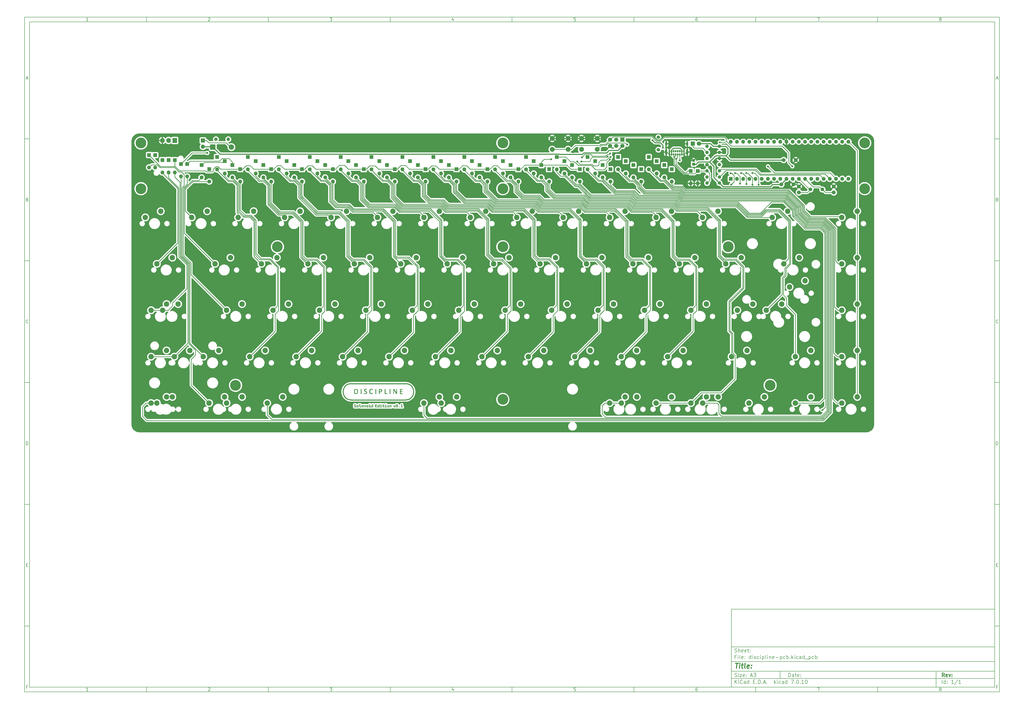
<source format=gtl>
G04 #@! TF.GenerationSoftware,KiCad,Pcbnew,7.0.10*
G04 #@! TF.CreationDate,2024-01-29T15:04:34+01:00*
G04 #@! TF.ProjectId,discipline-pcb,64697363-6970-46c6-996e-652d7063622e,rev?*
G04 #@! TF.SameCoordinates,Original*
G04 #@! TF.FileFunction,Copper,L1,Top*
G04 #@! TF.FilePolarity,Positive*
%FSLAX46Y46*%
G04 Gerber Fmt 4.6, Leading zero omitted, Abs format (unit mm)*
G04 Created by KiCad (PCBNEW 7.0.10) date 2024-01-29 15:04:34*
%MOMM*%
%LPD*%
G01*
G04 APERTURE LIST*
%ADD10C,0.100000*%
%ADD11C,0.150000*%
%ADD12C,0.300000*%
%ADD13C,0.400000*%
G04 #@! TA.AperFunction,EtchedComponent*
%ADD14C,0.400000*%
G04 #@! TD*
G04 #@! TA.AperFunction,EtchedComponent*
%ADD15C,0.010000*%
G04 #@! TD*
G04 #@! TA.AperFunction,ComponentPad*
%ADD16C,2.200000*%
G04 #@! TD*
G04 #@! TA.AperFunction,ComponentPad*
%ADD17C,4.400000*%
G04 #@! TD*
G04 #@! TA.AperFunction,ComponentPad*
%ADD18R,1.600000X1.600000*%
G04 #@! TD*
G04 #@! TA.AperFunction,ComponentPad*
%ADD19O,1.600000X1.600000*%
G04 #@! TD*
G04 #@! TA.AperFunction,ComponentPad*
%ADD20C,1.400000*%
G04 #@! TD*
G04 #@! TA.AperFunction,ComponentPad*
%ADD21O,1.400000X1.400000*%
G04 #@! TD*
G04 #@! TA.AperFunction,ComponentPad*
%ADD22C,2.000000*%
G04 #@! TD*
G04 #@! TA.AperFunction,ComponentPad*
%ADD23R,1.800000X1.800000*%
G04 #@! TD*
G04 #@! TA.AperFunction,ComponentPad*
%ADD24C,1.800000*%
G04 #@! TD*
G04 #@! TA.AperFunction,ComponentPad*
%ADD25R,1.200000X1.200000*%
G04 #@! TD*
G04 #@! TA.AperFunction,ComponentPad*
%ADD26C,1.200000*%
G04 #@! TD*
G04 #@! TA.AperFunction,ComponentPad*
%ADD27C,1.600000*%
G04 #@! TD*
G04 #@! TA.AperFunction,ComponentPad*
%ADD28O,0.650000X1.000000*%
G04 #@! TD*
G04 #@! TA.AperFunction,ComponentPad*
%ADD29O,0.900000X2.400000*%
G04 #@! TD*
G04 #@! TA.AperFunction,ComponentPad*
%ADD30O,0.900000X1.700000*%
G04 #@! TD*
G04 #@! TA.AperFunction,ComponentPad*
%ADD31R,1.700000X1.700000*%
G04 #@! TD*
G04 #@! TA.AperFunction,ComponentPad*
%ADD32C,1.700000*%
G04 #@! TD*
G04 #@! TA.AperFunction,ComponentPad*
%ADD33R,1.905000X2.000000*%
G04 #@! TD*
G04 #@! TA.AperFunction,ComponentPad*
%ADD34O,1.905000X2.000000*%
G04 #@! TD*
G04 #@! TA.AperFunction,ComponentPad*
%ADD35R,2.200000X2.200000*%
G04 #@! TD*
G04 #@! TA.AperFunction,ComponentPad*
%ADD36O,2.200000X2.200000*%
G04 #@! TD*
G04 #@! TA.AperFunction,ComponentPad*
%ADD37C,1.500000*%
G04 #@! TD*
G04 #@! TA.AperFunction,ComponentPad*
%ADD38O,1.700000X1.700000*%
G04 #@! TD*
G04 #@! TA.AperFunction,ViaPad*
%ADD39C,0.800000*%
G04 #@! TD*
G04 #@! TA.AperFunction,Conductor*
%ADD40C,0.250000*%
G04 #@! TD*
G04 #@! TA.AperFunction,Conductor*
%ADD41C,0.400000*%
G04 #@! TD*
G04 APERTURE END LIST*
D10*
D11*
X299989000Y-253002200D02*
X407989000Y-253002200D01*
X407989000Y-285002200D01*
X299989000Y-285002200D01*
X299989000Y-253002200D01*
D10*
D11*
X10000000Y-10000000D02*
X409989000Y-10000000D01*
X409989000Y-287002200D01*
X10000000Y-287002200D01*
X10000000Y-10000000D01*
D10*
D11*
X12000000Y-12000000D02*
X407989000Y-12000000D01*
X407989000Y-285002200D01*
X12000000Y-285002200D01*
X12000000Y-12000000D01*
D10*
D11*
X60000000Y-12000000D02*
X60000000Y-10000000D01*
D10*
D11*
X110000000Y-12000000D02*
X110000000Y-10000000D01*
D10*
D11*
X160000000Y-12000000D02*
X160000000Y-10000000D01*
D10*
D11*
X210000000Y-12000000D02*
X210000000Y-10000000D01*
D10*
D11*
X260000000Y-12000000D02*
X260000000Y-10000000D01*
D10*
D11*
X310000000Y-12000000D02*
X310000000Y-10000000D01*
D10*
D11*
X360000000Y-12000000D02*
X360000000Y-10000000D01*
D10*
D11*
X36089160Y-11593604D02*
X35346303Y-11593604D01*
X35717731Y-11593604D02*
X35717731Y-10293604D01*
X35717731Y-10293604D02*
X35593922Y-10479319D01*
X35593922Y-10479319D02*
X35470112Y-10603128D01*
X35470112Y-10603128D02*
X35346303Y-10665033D01*
D10*
D11*
X85346303Y-10417414D02*
X85408207Y-10355509D01*
X85408207Y-10355509D02*
X85532017Y-10293604D01*
X85532017Y-10293604D02*
X85841541Y-10293604D01*
X85841541Y-10293604D02*
X85965350Y-10355509D01*
X85965350Y-10355509D02*
X86027255Y-10417414D01*
X86027255Y-10417414D02*
X86089160Y-10541223D01*
X86089160Y-10541223D02*
X86089160Y-10665033D01*
X86089160Y-10665033D02*
X86027255Y-10850747D01*
X86027255Y-10850747D02*
X85284398Y-11593604D01*
X85284398Y-11593604D02*
X86089160Y-11593604D01*
D10*
D11*
X135284398Y-10293604D02*
X136089160Y-10293604D01*
X136089160Y-10293604D02*
X135655826Y-10788842D01*
X135655826Y-10788842D02*
X135841541Y-10788842D01*
X135841541Y-10788842D02*
X135965350Y-10850747D01*
X135965350Y-10850747D02*
X136027255Y-10912652D01*
X136027255Y-10912652D02*
X136089160Y-11036461D01*
X136089160Y-11036461D02*
X136089160Y-11345985D01*
X136089160Y-11345985D02*
X136027255Y-11469795D01*
X136027255Y-11469795D02*
X135965350Y-11531700D01*
X135965350Y-11531700D02*
X135841541Y-11593604D01*
X135841541Y-11593604D02*
X135470112Y-11593604D01*
X135470112Y-11593604D02*
X135346303Y-11531700D01*
X135346303Y-11531700D02*
X135284398Y-11469795D01*
D10*
D11*
X185965350Y-10726938D02*
X185965350Y-11593604D01*
X185655826Y-10231700D02*
X185346303Y-11160271D01*
X185346303Y-11160271D02*
X186151064Y-11160271D01*
D10*
D11*
X236027255Y-10293604D02*
X235408207Y-10293604D01*
X235408207Y-10293604D02*
X235346303Y-10912652D01*
X235346303Y-10912652D02*
X235408207Y-10850747D01*
X235408207Y-10850747D02*
X235532017Y-10788842D01*
X235532017Y-10788842D02*
X235841541Y-10788842D01*
X235841541Y-10788842D02*
X235965350Y-10850747D01*
X235965350Y-10850747D02*
X236027255Y-10912652D01*
X236027255Y-10912652D02*
X236089160Y-11036461D01*
X236089160Y-11036461D02*
X236089160Y-11345985D01*
X236089160Y-11345985D02*
X236027255Y-11469795D01*
X236027255Y-11469795D02*
X235965350Y-11531700D01*
X235965350Y-11531700D02*
X235841541Y-11593604D01*
X235841541Y-11593604D02*
X235532017Y-11593604D01*
X235532017Y-11593604D02*
X235408207Y-11531700D01*
X235408207Y-11531700D02*
X235346303Y-11469795D01*
D10*
D11*
X285965350Y-10293604D02*
X285717731Y-10293604D01*
X285717731Y-10293604D02*
X285593922Y-10355509D01*
X285593922Y-10355509D02*
X285532017Y-10417414D01*
X285532017Y-10417414D02*
X285408207Y-10603128D01*
X285408207Y-10603128D02*
X285346303Y-10850747D01*
X285346303Y-10850747D02*
X285346303Y-11345985D01*
X285346303Y-11345985D02*
X285408207Y-11469795D01*
X285408207Y-11469795D02*
X285470112Y-11531700D01*
X285470112Y-11531700D02*
X285593922Y-11593604D01*
X285593922Y-11593604D02*
X285841541Y-11593604D01*
X285841541Y-11593604D02*
X285965350Y-11531700D01*
X285965350Y-11531700D02*
X286027255Y-11469795D01*
X286027255Y-11469795D02*
X286089160Y-11345985D01*
X286089160Y-11345985D02*
X286089160Y-11036461D01*
X286089160Y-11036461D02*
X286027255Y-10912652D01*
X286027255Y-10912652D02*
X285965350Y-10850747D01*
X285965350Y-10850747D02*
X285841541Y-10788842D01*
X285841541Y-10788842D02*
X285593922Y-10788842D01*
X285593922Y-10788842D02*
X285470112Y-10850747D01*
X285470112Y-10850747D02*
X285408207Y-10912652D01*
X285408207Y-10912652D02*
X285346303Y-11036461D01*
D10*
D11*
X335284398Y-10293604D02*
X336151064Y-10293604D01*
X336151064Y-10293604D02*
X335593922Y-11593604D01*
D10*
D11*
X385593922Y-10850747D02*
X385470112Y-10788842D01*
X385470112Y-10788842D02*
X385408207Y-10726938D01*
X385408207Y-10726938D02*
X385346303Y-10603128D01*
X385346303Y-10603128D02*
X385346303Y-10541223D01*
X385346303Y-10541223D02*
X385408207Y-10417414D01*
X385408207Y-10417414D02*
X385470112Y-10355509D01*
X385470112Y-10355509D02*
X385593922Y-10293604D01*
X385593922Y-10293604D02*
X385841541Y-10293604D01*
X385841541Y-10293604D02*
X385965350Y-10355509D01*
X385965350Y-10355509D02*
X386027255Y-10417414D01*
X386027255Y-10417414D02*
X386089160Y-10541223D01*
X386089160Y-10541223D02*
X386089160Y-10603128D01*
X386089160Y-10603128D02*
X386027255Y-10726938D01*
X386027255Y-10726938D02*
X385965350Y-10788842D01*
X385965350Y-10788842D02*
X385841541Y-10850747D01*
X385841541Y-10850747D02*
X385593922Y-10850747D01*
X385593922Y-10850747D02*
X385470112Y-10912652D01*
X385470112Y-10912652D02*
X385408207Y-10974557D01*
X385408207Y-10974557D02*
X385346303Y-11098366D01*
X385346303Y-11098366D02*
X385346303Y-11345985D01*
X385346303Y-11345985D02*
X385408207Y-11469795D01*
X385408207Y-11469795D02*
X385470112Y-11531700D01*
X385470112Y-11531700D02*
X385593922Y-11593604D01*
X385593922Y-11593604D02*
X385841541Y-11593604D01*
X385841541Y-11593604D02*
X385965350Y-11531700D01*
X385965350Y-11531700D02*
X386027255Y-11469795D01*
X386027255Y-11469795D02*
X386089160Y-11345985D01*
X386089160Y-11345985D02*
X386089160Y-11098366D01*
X386089160Y-11098366D02*
X386027255Y-10974557D01*
X386027255Y-10974557D02*
X385965350Y-10912652D01*
X385965350Y-10912652D02*
X385841541Y-10850747D01*
D10*
D11*
X60000000Y-285002200D02*
X60000000Y-287002200D01*
D10*
D11*
X110000000Y-285002200D02*
X110000000Y-287002200D01*
D10*
D11*
X160000000Y-285002200D02*
X160000000Y-287002200D01*
D10*
D11*
X210000000Y-285002200D02*
X210000000Y-287002200D01*
D10*
D11*
X260000000Y-285002200D02*
X260000000Y-287002200D01*
D10*
D11*
X310000000Y-285002200D02*
X310000000Y-287002200D01*
D10*
D11*
X360000000Y-285002200D02*
X360000000Y-287002200D01*
D10*
D11*
X36089160Y-286595804D02*
X35346303Y-286595804D01*
X35717731Y-286595804D02*
X35717731Y-285295804D01*
X35717731Y-285295804D02*
X35593922Y-285481519D01*
X35593922Y-285481519D02*
X35470112Y-285605328D01*
X35470112Y-285605328D02*
X35346303Y-285667233D01*
D10*
D11*
X85346303Y-285419614D02*
X85408207Y-285357709D01*
X85408207Y-285357709D02*
X85532017Y-285295804D01*
X85532017Y-285295804D02*
X85841541Y-285295804D01*
X85841541Y-285295804D02*
X85965350Y-285357709D01*
X85965350Y-285357709D02*
X86027255Y-285419614D01*
X86027255Y-285419614D02*
X86089160Y-285543423D01*
X86089160Y-285543423D02*
X86089160Y-285667233D01*
X86089160Y-285667233D02*
X86027255Y-285852947D01*
X86027255Y-285852947D02*
X85284398Y-286595804D01*
X85284398Y-286595804D02*
X86089160Y-286595804D01*
D10*
D11*
X135284398Y-285295804D02*
X136089160Y-285295804D01*
X136089160Y-285295804D02*
X135655826Y-285791042D01*
X135655826Y-285791042D02*
X135841541Y-285791042D01*
X135841541Y-285791042D02*
X135965350Y-285852947D01*
X135965350Y-285852947D02*
X136027255Y-285914852D01*
X136027255Y-285914852D02*
X136089160Y-286038661D01*
X136089160Y-286038661D02*
X136089160Y-286348185D01*
X136089160Y-286348185D02*
X136027255Y-286471995D01*
X136027255Y-286471995D02*
X135965350Y-286533900D01*
X135965350Y-286533900D02*
X135841541Y-286595804D01*
X135841541Y-286595804D02*
X135470112Y-286595804D01*
X135470112Y-286595804D02*
X135346303Y-286533900D01*
X135346303Y-286533900D02*
X135284398Y-286471995D01*
D10*
D11*
X185965350Y-285729138D02*
X185965350Y-286595804D01*
X185655826Y-285233900D02*
X185346303Y-286162471D01*
X185346303Y-286162471D02*
X186151064Y-286162471D01*
D10*
D11*
X236027255Y-285295804D02*
X235408207Y-285295804D01*
X235408207Y-285295804D02*
X235346303Y-285914852D01*
X235346303Y-285914852D02*
X235408207Y-285852947D01*
X235408207Y-285852947D02*
X235532017Y-285791042D01*
X235532017Y-285791042D02*
X235841541Y-285791042D01*
X235841541Y-285791042D02*
X235965350Y-285852947D01*
X235965350Y-285852947D02*
X236027255Y-285914852D01*
X236027255Y-285914852D02*
X236089160Y-286038661D01*
X236089160Y-286038661D02*
X236089160Y-286348185D01*
X236089160Y-286348185D02*
X236027255Y-286471995D01*
X236027255Y-286471995D02*
X235965350Y-286533900D01*
X235965350Y-286533900D02*
X235841541Y-286595804D01*
X235841541Y-286595804D02*
X235532017Y-286595804D01*
X235532017Y-286595804D02*
X235408207Y-286533900D01*
X235408207Y-286533900D02*
X235346303Y-286471995D01*
D10*
D11*
X285965350Y-285295804D02*
X285717731Y-285295804D01*
X285717731Y-285295804D02*
X285593922Y-285357709D01*
X285593922Y-285357709D02*
X285532017Y-285419614D01*
X285532017Y-285419614D02*
X285408207Y-285605328D01*
X285408207Y-285605328D02*
X285346303Y-285852947D01*
X285346303Y-285852947D02*
X285346303Y-286348185D01*
X285346303Y-286348185D02*
X285408207Y-286471995D01*
X285408207Y-286471995D02*
X285470112Y-286533900D01*
X285470112Y-286533900D02*
X285593922Y-286595804D01*
X285593922Y-286595804D02*
X285841541Y-286595804D01*
X285841541Y-286595804D02*
X285965350Y-286533900D01*
X285965350Y-286533900D02*
X286027255Y-286471995D01*
X286027255Y-286471995D02*
X286089160Y-286348185D01*
X286089160Y-286348185D02*
X286089160Y-286038661D01*
X286089160Y-286038661D02*
X286027255Y-285914852D01*
X286027255Y-285914852D02*
X285965350Y-285852947D01*
X285965350Y-285852947D02*
X285841541Y-285791042D01*
X285841541Y-285791042D02*
X285593922Y-285791042D01*
X285593922Y-285791042D02*
X285470112Y-285852947D01*
X285470112Y-285852947D02*
X285408207Y-285914852D01*
X285408207Y-285914852D02*
X285346303Y-286038661D01*
D10*
D11*
X335284398Y-285295804D02*
X336151064Y-285295804D01*
X336151064Y-285295804D02*
X335593922Y-286595804D01*
D10*
D11*
X385593922Y-285852947D02*
X385470112Y-285791042D01*
X385470112Y-285791042D02*
X385408207Y-285729138D01*
X385408207Y-285729138D02*
X385346303Y-285605328D01*
X385346303Y-285605328D02*
X385346303Y-285543423D01*
X385346303Y-285543423D02*
X385408207Y-285419614D01*
X385408207Y-285419614D02*
X385470112Y-285357709D01*
X385470112Y-285357709D02*
X385593922Y-285295804D01*
X385593922Y-285295804D02*
X385841541Y-285295804D01*
X385841541Y-285295804D02*
X385965350Y-285357709D01*
X385965350Y-285357709D02*
X386027255Y-285419614D01*
X386027255Y-285419614D02*
X386089160Y-285543423D01*
X386089160Y-285543423D02*
X386089160Y-285605328D01*
X386089160Y-285605328D02*
X386027255Y-285729138D01*
X386027255Y-285729138D02*
X385965350Y-285791042D01*
X385965350Y-285791042D02*
X385841541Y-285852947D01*
X385841541Y-285852947D02*
X385593922Y-285852947D01*
X385593922Y-285852947D02*
X385470112Y-285914852D01*
X385470112Y-285914852D02*
X385408207Y-285976757D01*
X385408207Y-285976757D02*
X385346303Y-286100566D01*
X385346303Y-286100566D02*
X385346303Y-286348185D01*
X385346303Y-286348185D02*
X385408207Y-286471995D01*
X385408207Y-286471995D02*
X385470112Y-286533900D01*
X385470112Y-286533900D02*
X385593922Y-286595804D01*
X385593922Y-286595804D02*
X385841541Y-286595804D01*
X385841541Y-286595804D02*
X385965350Y-286533900D01*
X385965350Y-286533900D02*
X386027255Y-286471995D01*
X386027255Y-286471995D02*
X386089160Y-286348185D01*
X386089160Y-286348185D02*
X386089160Y-286100566D01*
X386089160Y-286100566D02*
X386027255Y-285976757D01*
X386027255Y-285976757D02*
X385965350Y-285914852D01*
X385965350Y-285914852D02*
X385841541Y-285852947D01*
D10*
D11*
X10000000Y-60000000D02*
X12000000Y-60000000D01*
D10*
D11*
X10000000Y-110000000D02*
X12000000Y-110000000D01*
D10*
D11*
X10000000Y-160000000D02*
X12000000Y-160000000D01*
D10*
D11*
X10000000Y-210000000D02*
X12000000Y-210000000D01*
D10*
D11*
X10000000Y-260000000D02*
X12000000Y-260000000D01*
D10*
D11*
X10690476Y-35222176D02*
X11309523Y-35222176D01*
X10566666Y-35593604D02*
X10999999Y-34293604D01*
X10999999Y-34293604D02*
X11433333Y-35593604D01*
D10*
D11*
X11092857Y-84912652D02*
X11278571Y-84974557D01*
X11278571Y-84974557D02*
X11340476Y-85036461D01*
X11340476Y-85036461D02*
X11402380Y-85160271D01*
X11402380Y-85160271D02*
X11402380Y-85345985D01*
X11402380Y-85345985D02*
X11340476Y-85469795D01*
X11340476Y-85469795D02*
X11278571Y-85531700D01*
X11278571Y-85531700D02*
X11154761Y-85593604D01*
X11154761Y-85593604D02*
X10659523Y-85593604D01*
X10659523Y-85593604D02*
X10659523Y-84293604D01*
X10659523Y-84293604D02*
X11092857Y-84293604D01*
X11092857Y-84293604D02*
X11216666Y-84355509D01*
X11216666Y-84355509D02*
X11278571Y-84417414D01*
X11278571Y-84417414D02*
X11340476Y-84541223D01*
X11340476Y-84541223D02*
X11340476Y-84665033D01*
X11340476Y-84665033D02*
X11278571Y-84788842D01*
X11278571Y-84788842D02*
X11216666Y-84850747D01*
X11216666Y-84850747D02*
X11092857Y-84912652D01*
X11092857Y-84912652D02*
X10659523Y-84912652D01*
D10*
D11*
X11402380Y-135469795D02*
X11340476Y-135531700D01*
X11340476Y-135531700D02*
X11154761Y-135593604D01*
X11154761Y-135593604D02*
X11030952Y-135593604D01*
X11030952Y-135593604D02*
X10845238Y-135531700D01*
X10845238Y-135531700D02*
X10721428Y-135407890D01*
X10721428Y-135407890D02*
X10659523Y-135284080D01*
X10659523Y-135284080D02*
X10597619Y-135036461D01*
X10597619Y-135036461D02*
X10597619Y-134850747D01*
X10597619Y-134850747D02*
X10659523Y-134603128D01*
X10659523Y-134603128D02*
X10721428Y-134479319D01*
X10721428Y-134479319D02*
X10845238Y-134355509D01*
X10845238Y-134355509D02*
X11030952Y-134293604D01*
X11030952Y-134293604D02*
X11154761Y-134293604D01*
X11154761Y-134293604D02*
X11340476Y-134355509D01*
X11340476Y-134355509D02*
X11402380Y-134417414D01*
D10*
D11*
X10659523Y-185593604D02*
X10659523Y-184293604D01*
X10659523Y-184293604D02*
X10969047Y-184293604D01*
X10969047Y-184293604D02*
X11154761Y-184355509D01*
X11154761Y-184355509D02*
X11278571Y-184479319D01*
X11278571Y-184479319D02*
X11340476Y-184603128D01*
X11340476Y-184603128D02*
X11402380Y-184850747D01*
X11402380Y-184850747D02*
X11402380Y-185036461D01*
X11402380Y-185036461D02*
X11340476Y-185284080D01*
X11340476Y-185284080D02*
X11278571Y-185407890D01*
X11278571Y-185407890D02*
X11154761Y-185531700D01*
X11154761Y-185531700D02*
X10969047Y-185593604D01*
X10969047Y-185593604D02*
X10659523Y-185593604D01*
D10*
D11*
X10721428Y-234912652D02*
X11154762Y-234912652D01*
X11340476Y-235593604D02*
X10721428Y-235593604D01*
X10721428Y-235593604D02*
X10721428Y-234293604D01*
X10721428Y-234293604D02*
X11340476Y-234293604D01*
D10*
D11*
X11185714Y-284912652D02*
X10752380Y-284912652D01*
X10752380Y-285593604D02*
X10752380Y-284293604D01*
X10752380Y-284293604D02*
X11371428Y-284293604D01*
D10*
D11*
X409989000Y-60000000D02*
X407989000Y-60000000D01*
D10*
D11*
X409989000Y-110000000D02*
X407989000Y-110000000D01*
D10*
D11*
X409989000Y-160000000D02*
X407989000Y-160000000D01*
D10*
D11*
X409989000Y-210000000D02*
X407989000Y-210000000D01*
D10*
D11*
X409989000Y-260000000D02*
X407989000Y-260000000D01*
D10*
D11*
X408679476Y-35222176D02*
X409298523Y-35222176D01*
X408555666Y-35593604D02*
X408988999Y-34293604D01*
X408988999Y-34293604D02*
X409422333Y-35593604D01*
D10*
D11*
X409081857Y-84912652D02*
X409267571Y-84974557D01*
X409267571Y-84974557D02*
X409329476Y-85036461D01*
X409329476Y-85036461D02*
X409391380Y-85160271D01*
X409391380Y-85160271D02*
X409391380Y-85345985D01*
X409391380Y-85345985D02*
X409329476Y-85469795D01*
X409329476Y-85469795D02*
X409267571Y-85531700D01*
X409267571Y-85531700D02*
X409143761Y-85593604D01*
X409143761Y-85593604D02*
X408648523Y-85593604D01*
X408648523Y-85593604D02*
X408648523Y-84293604D01*
X408648523Y-84293604D02*
X409081857Y-84293604D01*
X409081857Y-84293604D02*
X409205666Y-84355509D01*
X409205666Y-84355509D02*
X409267571Y-84417414D01*
X409267571Y-84417414D02*
X409329476Y-84541223D01*
X409329476Y-84541223D02*
X409329476Y-84665033D01*
X409329476Y-84665033D02*
X409267571Y-84788842D01*
X409267571Y-84788842D02*
X409205666Y-84850747D01*
X409205666Y-84850747D02*
X409081857Y-84912652D01*
X409081857Y-84912652D02*
X408648523Y-84912652D01*
D10*
D11*
X409391380Y-135469795D02*
X409329476Y-135531700D01*
X409329476Y-135531700D02*
X409143761Y-135593604D01*
X409143761Y-135593604D02*
X409019952Y-135593604D01*
X409019952Y-135593604D02*
X408834238Y-135531700D01*
X408834238Y-135531700D02*
X408710428Y-135407890D01*
X408710428Y-135407890D02*
X408648523Y-135284080D01*
X408648523Y-135284080D02*
X408586619Y-135036461D01*
X408586619Y-135036461D02*
X408586619Y-134850747D01*
X408586619Y-134850747D02*
X408648523Y-134603128D01*
X408648523Y-134603128D02*
X408710428Y-134479319D01*
X408710428Y-134479319D02*
X408834238Y-134355509D01*
X408834238Y-134355509D02*
X409019952Y-134293604D01*
X409019952Y-134293604D02*
X409143761Y-134293604D01*
X409143761Y-134293604D02*
X409329476Y-134355509D01*
X409329476Y-134355509D02*
X409391380Y-134417414D01*
D10*
D11*
X408648523Y-185593604D02*
X408648523Y-184293604D01*
X408648523Y-184293604D02*
X408958047Y-184293604D01*
X408958047Y-184293604D02*
X409143761Y-184355509D01*
X409143761Y-184355509D02*
X409267571Y-184479319D01*
X409267571Y-184479319D02*
X409329476Y-184603128D01*
X409329476Y-184603128D02*
X409391380Y-184850747D01*
X409391380Y-184850747D02*
X409391380Y-185036461D01*
X409391380Y-185036461D02*
X409329476Y-185284080D01*
X409329476Y-185284080D02*
X409267571Y-185407890D01*
X409267571Y-185407890D02*
X409143761Y-185531700D01*
X409143761Y-185531700D02*
X408958047Y-185593604D01*
X408958047Y-185593604D02*
X408648523Y-185593604D01*
D10*
D11*
X408710428Y-234912652D02*
X409143762Y-234912652D01*
X409329476Y-235593604D02*
X408710428Y-235593604D01*
X408710428Y-235593604D02*
X408710428Y-234293604D01*
X408710428Y-234293604D02*
X409329476Y-234293604D01*
D10*
D11*
X409174714Y-284912652D02*
X408741380Y-284912652D01*
X408741380Y-285593604D02*
X408741380Y-284293604D01*
X408741380Y-284293604D02*
X409360428Y-284293604D01*
D10*
D11*
X323444826Y-280788328D02*
X323444826Y-279288328D01*
X323444826Y-279288328D02*
X323801969Y-279288328D01*
X323801969Y-279288328D02*
X324016255Y-279359757D01*
X324016255Y-279359757D02*
X324159112Y-279502614D01*
X324159112Y-279502614D02*
X324230541Y-279645471D01*
X324230541Y-279645471D02*
X324301969Y-279931185D01*
X324301969Y-279931185D02*
X324301969Y-280145471D01*
X324301969Y-280145471D02*
X324230541Y-280431185D01*
X324230541Y-280431185D02*
X324159112Y-280574042D01*
X324159112Y-280574042D02*
X324016255Y-280716900D01*
X324016255Y-280716900D02*
X323801969Y-280788328D01*
X323801969Y-280788328D02*
X323444826Y-280788328D01*
X325587684Y-280788328D02*
X325587684Y-280002614D01*
X325587684Y-280002614D02*
X325516255Y-279859757D01*
X325516255Y-279859757D02*
X325373398Y-279788328D01*
X325373398Y-279788328D02*
X325087684Y-279788328D01*
X325087684Y-279788328D02*
X324944826Y-279859757D01*
X325587684Y-280716900D02*
X325444826Y-280788328D01*
X325444826Y-280788328D02*
X325087684Y-280788328D01*
X325087684Y-280788328D02*
X324944826Y-280716900D01*
X324944826Y-280716900D02*
X324873398Y-280574042D01*
X324873398Y-280574042D02*
X324873398Y-280431185D01*
X324873398Y-280431185D02*
X324944826Y-280288328D01*
X324944826Y-280288328D02*
X325087684Y-280216900D01*
X325087684Y-280216900D02*
X325444826Y-280216900D01*
X325444826Y-280216900D02*
X325587684Y-280145471D01*
X326087684Y-279788328D02*
X326659112Y-279788328D01*
X326301969Y-279288328D02*
X326301969Y-280574042D01*
X326301969Y-280574042D02*
X326373398Y-280716900D01*
X326373398Y-280716900D02*
X326516255Y-280788328D01*
X326516255Y-280788328D02*
X326659112Y-280788328D01*
X327730541Y-280716900D02*
X327587684Y-280788328D01*
X327587684Y-280788328D02*
X327301970Y-280788328D01*
X327301970Y-280788328D02*
X327159112Y-280716900D01*
X327159112Y-280716900D02*
X327087684Y-280574042D01*
X327087684Y-280574042D02*
X327087684Y-280002614D01*
X327087684Y-280002614D02*
X327159112Y-279859757D01*
X327159112Y-279859757D02*
X327301970Y-279788328D01*
X327301970Y-279788328D02*
X327587684Y-279788328D01*
X327587684Y-279788328D02*
X327730541Y-279859757D01*
X327730541Y-279859757D02*
X327801970Y-280002614D01*
X327801970Y-280002614D02*
X327801970Y-280145471D01*
X327801970Y-280145471D02*
X327087684Y-280288328D01*
X328444826Y-280645471D02*
X328516255Y-280716900D01*
X328516255Y-280716900D02*
X328444826Y-280788328D01*
X328444826Y-280788328D02*
X328373398Y-280716900D01*
X328373398Y-280716900D02*
X328444826Y-280645471D01*
X328444826Y-280645471D02*
X328444826Y-280788328D01*
X328444826Y-279859757D02*
X328516255Y-279931185D01*
X328516255Y-279931185D02*
X328444826Y-280002614D01*
X328444826Y-280002614D02*
X328373398Y-279931185D01*
X328373398Y-279931185D02*
X328444826Y-279859757D01*
X328444826Y-279859757D02*
X328444826Y-280002614D01*
D10*
D11*
X299989000Y-281502200D02*
X407989000Y-281502200D01*
D10*
D11*
X301444826Y-283588328D02*
X301444826Y-282088328D01*
X302301969Y-283588328D02*
X301659112Y-282731185D01*
X302301969Y-282088328D02*
X301444826Y-282945471D01*
X302944826Y-283588328D02*
X302944826Y-282588328D01*
X302944826Y-282088328D02*
X302873398Y-282159757D01*
X302873398Y-282159757D02*
X302944826Y-282231185D01*
X302944826Y-282231185D02*
X303016255Y-282159757D01*
X303016255Y-282159757D02*
X302944826Y-282088328D01*
X302944826Y-282088328D02*
X302944826Y-282231185D01*
X304516255Y-283445471D02*
X304444827Y-283516900D01*
X304444827Y-283516900D02*
X304230541Y-283588328D01*
X304230541Y-283588328D02*
X304087684Y-283588328D01*
X304087684Y-283588328D02*
X303873398Y-283516900D01*
X303873398Y-283516900D02*
X303730541Y-283374042D01*
X303730541Y-283374042D02*
X303659112Y-283231185D01*
X303659112Y-283231185D02*
X303587684Y-282945471D01*
X303587684Y-282945471D02*
X303587684Y-282731185D01*
X303587684Y-282731185D02*
X303659112Y-282445471D01*
X303659112Y-282445471D02*
X303730541Y-282302614D01*
X303730541Y-282302614D02*
X303873398Y-282159757D01*
X303873398Y-282159757D02*
X304087684Y-282088328D01*
X304087684Y-282088328D02*
X304230541Y-282088328D01*
X304230541Y-282088328D02*
X304444827Y-282159757D01*
X304444827Y-282159757D02*
X304516255Y-282231185D01*
X305801970Y-283588328D02*
X305801970Y-282802614D01*
X305801970Y-282802614D02*
X305730541Y-282659757D01*
X305730541Y-282659757D02*
X305587684Y-282588328D01*
X305587684Y-282588328D02*
X305301970Y-282588328D01*
X305301970Y-282588328D02*
X305159112Y-282659757D01*
X305801970Y-283516900D02*
X305659112Y-283588328D01*
X305659112Y-283588328D02*
X305301970Y-283588328D01*
X305301970Y-283588328D02*
X305159112Y-283516900D01*
X305159112Y-283516900D02*
X305087684Y-283374042D01*
X305087684Y-283374042D02*
X305087684Y-283231185D01*
X305087684Y-283231185D02*
X305159112Y-283088328D01*
X305159112Y-283088328D02*
X305301970Y-283016900D01*
X305301970Y-283016900D02*
X305659112Y-283016900D01*
X305659112Y-283016900D02*
X305801970Y-282945471D01*
X307159113Y-283588328D02*
X307159113Y-282088328D01*
X307159113Y-283516900D02*
X307016255Y-283588328D01*
X307016255Y-283588328D02*
X306730541Y-283588328D01*
X306730541Y-283588328D02*
X306587684Y-283516900D01*
X306587684Y-283516900D02*
X306516255Y-283445471D01*
X306516255Y-283445471D02*
X306444827Y-283302614D01*
X306444827Y-283302614D02*
X306444827Y-282874042D01*
X306444827Y-282874042D02*
X306516255Y-282731185D01*
X306516255Y-282731185D02*
X306587684Y-282659757D01*
X306587684Y-282659757D02*
X306730541Y-282588328D01*
X306730541Y-282588328D02*
X307016255Y-282588328D01*
X307016255Y-282588328D02*
X307159113Y-282659757D01*
X309016255Y-282802614D02*
X309516255Y-282802614D01*
X309730541Y-283588328D02*
X309016255Y-283588328D01*
X309016255Y-283588328D02*
X309016255Y-282088328D01*
X309016255Y-282088328D02*
X309730541Y-282088328D01*
X310373398Y-283445471D02*
X310444827Y-283516900D01*
X310444827Y-283516900D02*
X310373398Y-283588328D01*
X310373398Y-283588328D02*
X310301970Y-283516900D01*
X310301970Y-283516900D02*
X310373398Y-283445471D01*
X310373398Y-283445471D02*
X310373398Y-283588328D01*
X311087684Y-283588328D02*
X311087684Y-282088328D01*
X311087684Y-282088328D02*
X311444827Y-282088328D01*
X311444827Y-282088328D02*
X311659113Y-282159757D01*
X311659113Y-282159757D02*
X311801970Y-282302614D01*
X311801970Y-282302614D02*
X311873399Y-282445471D01*
X311873399Y-282445471D02*
X311944827Y-282731185D01*
X311944827Y-282731185D02*
X311944827Y-282945471D01*
X311944827Y-282945471D02*
X311873399Y-283231185D01*
X311873399Y-283231185D02*
X311801970Y-283374042D01*
X311801970Y-283374042D02*
X311659113Y-283516900D01*
X311659113Y-283516900D02*
X311444827Y-283588328D01*
X311444827Y-283588328D02*
X311087684Y-283588328D01*
X312587684Y-283445471D02*
X312659113Y-283516900D01*
X312659113Y-283516900D02*
X312587684Y-283588328D01*
X312587684Y-283588328D02*
X312516256Y-283516900D01*
X312516256Y-283516900D02*
X312587684Y-283445471D01*
X312587684Y-283445471D02*
X312587684Y-283588328D01*
X313230542Y-283159757D02*
X313944828Y-283159757D01*
X313087685Y-283588328D02*
X313587685Y-282088328D01*
X313587685Y-282088328D02*
X314087685Y-283588328D01*
X314587684Y-283445471D02*
X314659113Y-283516900D01*
X314659113Y-283516900D02*
X314587684Y-283588328D01*
X314587684Y-283588328D02*
X314516256Y-283516900D01*
X314516256Y-283516900D02*
X314587684Y-283445471D01*
X314587684Y-283445471D02*
X314587684Y-283588328D01*
X317587684Y-283588328D02*
X317587684Y-282088328D01*
X317730542Y-283016900D02*
X318159113Y-283588328D01*
X318159113Y-282588328D02*
X317587684Y-283159757D01*
X318801970Y-283588328D02*
X318801970Y-282588328D01*
X318801970Y-282088328D02*
X318730542Y-282159757D01*
X318730542Y-282159757D02*
X318801970Y-282231185D01*
X318801970Y-282231185D02*
X318873399Y-282159757D01*
X318873399Y-282159757D02*
X318801970Y-282088328D01*
X318801970Y-282088328D02*
X318801970Y-282231185D01*
X320159114Y-283516900D02*
X320016256Y-283588328D01*
X320016256Y-283588328D02*
X319730542Y-283588328D01*
X319730542Y-283588328D02*
X319587685Y-283516900D01*
X319587685Y-283516900D02*
X319516256Y-283445471D01*
X319516256Y-283445471D02*
X319444828Y-283302614D01*
X319444828Y-283302614D02*
X319444828Y-282874042D01*
X319444828Y-282874042D02*
X319516256Y-282731185D01*
X319516256Y-282731185D02*
X319587685Y-282659757D01*
X319587685Y-282659757D02*
X319730542Y-282588328D01*
X319730542Y-282588328D02*
X320016256Y-282588328D01*
X320016256Y-282588328D02*
X320159114Y-282659757D01*
X321444828Y-283588328D02*
X321444828Y-282802614D01*
X321444828Y-282802614D02*
X321373399Y-282659757D01*
X321373399Y-282659757D02*
X321230542Y-282588328D01*
X321230542Y-282588328D02*
X320944828Y-282588328D01*
X320944828Y-282588328D02*
X320801970Y-282659757D01*
X321444828Y-283516900D02*
X321301970Y-283588328D01*
X321301970Y-283588328D02*
X320944828Y-283588328D01*
X320944828Y-283588328D02*
X320801970Y-283516900D01*
X320801970Y-283516900D02*
X320730542Y-283374042D01*
X320730542Y-283374042D02*
X320730542Y-283231185D01*
X320730542Y-283231185D02*
X320801970Y-283088328D01*
X320801970Y-283088328D02*
X320944828Y-283016900D01*
X320944828Y-283016900D02*
X321301970Y-283016900D01*
X321301970Y-283016900D02*
X321444828Y-282945471D01*
X322801971Y-283588328D02*
X322801971Y-282088328D01*
X322801971Y-283516900D02*
X322659113Y-283588328D01*
X322659113Y-283588328D02*
X322373399Y-283588328D01*
X322373399Y-283588328D02*
X322230542Y-283516900D01*
X322230542Y-283516900D02*
X322159113Y-283445471D01*
X322159113Y-283445471D02*
X322087685Y-283302614D01*
X322087685Y-283302614D02*
X322087685Y-282874042D01*
X322087685Y-282874042D02*
X322159113Y-282731185D01*
X322159113Y-282731185D02*
X322230542Y-282659757D01*
X322230542Y-282659757D02*
X322373399Y-282588328D01*
X322373399Y-282588328D02*
X322659113Y-282588328D01*
X322659113Y-282588328D02*
X322801971Y-282659757D01*
X324516256Y-282088328D02*
X325516256Y-282088328D01*
X325516256Y-282088328D02*
X324873399Y-283588328D01*
X326087684Y-283445471D02*
X326159113Y-283516900D01*
X326159113Y-283516900D02*
X326087684Y-283588328D01*
X326087684Y-283588328D02*
X326016256Y-283516900D01*
X326016256Y-283516900D02*
X326087684Y-283445471D01*
X326087684Y-283445471D02*
X326087684Y-283588328D01*
X327087685Y-282088328D02*
X327230542Y-282088328D01*
X327230542Y-282088328D02*
X327373399Y-282159757D01*
X327373399Y-282159757D02*
X327444828Y-282231185D01*
X327444828Y-282231185D02*
X327516256Y-282374042D01*
X327516256Y-282374042D02*
X327587685Y-282659757D01*
X327587685Y-282659757D02*
X327587685Y-283016900D01*
X327587685Y-283016900D02*
X327516256Y-283302614D01*
X327516256Y-283302614D02*
X327444828Y-283445471D01*
X327444828Y-283445471D02*
X327373399Y-283516900D01*
X327373399Y-283516900D02*
X327230542Y-283588328D01*
X327230542Y-283588328D02*
X327087685Y-283588328D01*
X327087685Y-283588328D02*
X326944828Y-283516900D01*
X326944828Y-283516900D02*
X326873399Y-283445471D01*
X326873399Y-283445471D02*
X326801970Y-283302614D01*
X326801970Y-283302614D02*
X326730542Y-283016900D01*
X326730542Y-283016900D02*
X326730542Y-282659757D01*
X326730542Y-282659757D02*
X326801970Y-282374042D01*
X326801970Y-282374042D02*
X326873399Y-282231185D01*
X326873399Y-282231185D02*
X326944828Y-282159757D01*
X326944828Y-282159757D02*
X327087685Y-282088328D01*
X328230541Y-283445471D02*
X328301970Y-283516900D01*
X328301970Y-283516900D02*
X328230541Y-283588328D01*
X328230541Y-283588328D02*
X328159113Y-283516900D01*
X328159113Y-283516900D02*
X328230541Y-283445471D01*
X328230541Y-283445471D02*
X328230541Y-283588328D01*
X329730542Y-283588328D02*
X328873399Y-283588328D01*
X329301970Y-283588328D02*
X329301970Y-282088328D01*
X329301970Y-282088328D02*
X329159113Y-282302614D01*
X329159113Y-282302614D02*
X329016256Y-282445471D01*
X329016256Y-282445471D02*
X328873399Y-282516900D01*
X330659113Y-282088328D02*
X330801970Y-282088328D01*
X330801970Y-282088328D02*
X330944827Y-282159757D01*
X330944827Y-282159757D02*
X331016256Y-282231185D01*
X331016256Y-282231185D02*
X331087684Y-282374042D01*
X331087684Y-282374042D02*
X331159113Y-282659757D01*
X331159113Y-282659757D02*
X331159113Y-283016900D01*
X331159113Y-283016900D02*
X331087684Y-283302614D01*
X331087684Y-283302614D02*
X331016256Y-283445471D01*
X331016256Y-283445471D02*
X330944827Y-283516900D01*
X330944827Y-283516900D02*
X330801970Y-283588328D01*
X330801970Y-283588328D02*
X330659113Y-283588328D01*
X330659113Y-283588328D02*
X330516256Y-283516900D01*
X330516256Y-283516900D02*
X330444827Y-283445471D01*
X330444827Y-283445471D02*
X330373398Y-283302614D01*
X330373398Y-283302614D02*
X330301970Y-283016900D01*
X330301970Y-283016900D02*
X330301970Y-282659757D01*
X330301970Y-282659757D02*
X330373398Y-282374042D01*
X330373398Y-282374042D02*
X330444827Y-282231185D01*
X330444827Y-282231185D02*
X330516256Y-282159757D01*
X330516256Y-282159757D02*
X330659113Y-282088328D01*
D10*
D11*
X299989000Y-278502200D02*
X407989000Y-278502200D01*
D10*
D12*
X387400653Y-280780528D02*
X386900653Y-280066242D01*
X386543510Y-280780528D02*
X386543510Y-279280528D01*
X386543510Y-279280528D02*
X387114939Y-279280528D01*
X387114939Y-279280528D02*
X387257796Y-279351957D01*
X387257796Y-279351957D02*
X387329225Y-279423385D01*
X387329225Y-279423385D02*
X387400653Y-279566242D01*
X387400653Y-279566242D02*
X387400653Y-279780528D01*
X387400653Y-279780528D02*
X387329225Y-279923385D01*
X387329225Y-279923385D02*
X387257796Y-279994814D01*
X387257796Y-279994814D02*
X387114939Y-280066242D01*
X387114939Y-280066242D02*
X386543510Y-280066242D01*
X388614939Y-280709100D02*
X388472082Y-280780528D01*
X388472082Y-280780528D02*
X388186368Y-280780528D01*
X388186368Y-280780528D02*
X388043510Y-280709100D01*
X388043510Y-280709100D02*
X387972082Y-280566242D01*
X387972082Y-280566242D02*
X387972082Y-279994814D01*
X387972082Y-279994814D02*
X388043510Y-279851957D01*
X388043510Y-279851957D02*
X388186368Y-279780528D01*
X388186368Y-279780528D02*
X388472082Y-279780528D01*
X388472082Y-279780528D02*
X388614939Y-279851957D01*
X388614939Y-279851957D02*
X388686368Y-279994814D01*
X388686368Y-279994814D02*
X388686368Y-280137671D01*
X388686368Y-280137671D02*
X387972082Y-280280528D01*
X389186367Y-279780528D02*
X389543510Y-280780528D01*
X389543510Y-280780528D02*
X389900653Y-279780528D01*
X390472081Y-280637671D02*
X390543510Y-280709100D01*
X390543510Y-280709100D02*
X390472081Y-280780528D01*
X390472081Y-280780528D02*
X390400653Y-280709100D01*
X390400653Y-280709100D02*
X390472081Y-280637671D01*
X390472081Y-280637671D02*
X390472081Y-280780528D01*
X390472081Y-279851957D02*
X390543510Y-279923385D01*
X390543510Y-279923385D02*
X390472081Y-279994814D01*
X390472081Y-279994814D02*
X390400653Y-279923385D01*
X390400653Y-279923385D02*
X390472081Y-279851957D01*
X390472081Y-279851957D02*
X390472081Y-279994814D01*
D10*
D11*
X301373398Y-280716900D02*
X301587684Y-280788328D01*
X301587684Y-280788328D02*
X301944826Y-280788328D01*
X301944826Y-280788328D02*
X302087684Y-280716900D01*
X302087684Y-280716900D02*
X302159112Y-280645471D01*
X302159112Y-280645471D02*
X302230541Y-280502614D01*
X302230541Y-280502614D02*
X302230541Y-280359757D01*
X302230541Y-280359757D02*
X302159112Y-280216900D01*
X302159112Y-280216900D02*
X302087684Y-280145471D01*
X302087684Y-280145471D02*
X301944826Y-280074042D01*
X301944826Y-280074042D02*
X301659112Y-280002614D01*
X301659112Y-280002614D02*
X301516255Y-279931185D01*
X301516255Y-279931185D02*
X301444826Y-279859757D01*
X301444826Y-279859757D02*
X301373398Y-279716900D01*
X301373398Y-279716900D02*
X301373398Y-279574042D01*
X301373398Y-279574042D02*
X301444826Y-279431185D01*
X301444826Y-279431185D02*
X301516255Y-279359757D01*
X301516255Y-279359757D02*
X301659112Y-279288328D01*
X301659112Y-279288328D02*
X302016255Y-279288328D01*
X302016255Y-279288328D02*
X302230541Y-279359757D01*
X302873397Y-280788328D02*
X302873397Y-279788328D01*
X302873397Y-279288328D02*
X302801969Y-279359757D01*
X302801969Y-279359757D02*
X302873397Y-279431185D01*
X302873397Y-279431185D02*
X302944826Y-279359757D01*
X302944826Y-279359757D02*
X302873397Y-279288328D01*
X302873397Y-279288328D02*
X302873397Y-279431185D01*
X303444826Y-279788328D02*
X304230541Y-279788328D01*
X304230541Y-279788328D02*
X303444826Y-280788328D01*
X303444826Y-280788328D02*
X304230541Y-280788328D01*
X305373398Y-280716900D02*
X305230541Y-280788328D01*
X305230541Y-280788328D02*
X304944827Y-280788328D01*
X304944827Y-280788328D02*
X304801969Y-280716900D01*
X304801969Y-280716900D02*
X304730541Y-280574042D01*
X304730541Y-280574042D02*
X304730541Y-280002614D01*
X304730541Y-280002614D02*
X304801969Y-279859757D01*
X304801969Y-279859757D02*
X304944827Y-279788328D01*
X304944827Y-279788328D02*
X305230541Y-279788328D01*
X305230541Y-279788328D02*
X305373398Y-279859757D01*
X305373398Y-279859757D02*
X305444827Y-280002614D01*
X305444827Y-280002614D02*
X305444827Y-280145471D01*
X305444827Y-280145471D02*
X304730541Y-280288328D01*
X306087683Y-280645471D02*
X306159112Y-280716900D01*
X306159112Y-280716900D02*
X306087683Y-280788328D01*
X306087683Y-280788328D02*
X306016255Y-280716900D01*
X306016255Y-280716900D02*
X306087683Y-280645471D01*
X306087683Y-280645471D02*
X306087683Y-280788328D01*
X306087683Y-279859757D02*
X306159112Y-279931185D01*
X306159112Y-279931185D02*
X306087683Y-280002614D01*
X306087683Y-280002614D02*
X306016255Y-279931185D01*
X306016255Y-279931185D02*
X306087683Y-279859757D01*
X306087683Y-279859757D02*
X306087683Y-280002614D01*
X307873398Y-280359757D02*
X308587684Y-280359757D01*
X307730541Y-280788328D02*
X308230541Y-279288328D01*
X308230541Y-279288328D02*
X308730541Y-280788328D01*
X309087683Y-279288328D02*
X310016255Y-279288328D01*
X310016255Y-279288328D02*
X309516255Y-279859757D01*
X309516255Y-279859757D02*
X309730540Y-279859757D01*
X309730540Y-279859757D02*
X309873398Y-279931185D01*
X309873398Y-279931185D02*
X309944826Y-280002614D01*
X309944826Y-280002614D02*
X310016255Y-280145471D01*
X310016255Y-280145471D02*
X310016255Y-280502614D01*
X310016255Y-280502614D02*
X309944826Y-280645471D01*
X309944826Y-280645471D02*
X309873398Y-280716900D01*
X309873398Y-280716900D02*
X309730540Y-280788328D01*
X309730540Y-280788328D02*
X309301969Y-280788328D01*
X309301969Y-280788328D02*
X309159112Y-280716900D01*
X309159112Y-280716900D02*
X309087683Y-280645471D01*
D10*
D11*
X386444826Y-283588328D02*
X386444826Y-282088328D01*
X387801970Y-283588328D02*
X387801970Y-282088328D01*
X387801970Y-283516900D02*
X387659112Y-283588328D01*
X387659112Y-283588328D02*
X387373398Y-283588328D01*
X387373398Y-283588328D02*
X387230541Y-283516900D01*
X387230541Y-283516900D02*
X387159112Y-283445471D01*
X387159112Y-283445471D02*
X387087684Y-283302614D01*
X387087684Y-283302614D02*
X387087684Y-282874042D01*
X387087684Y-282874042D02*
X387159112Y-282731185D01*
X387159112Y-282731185D02*
X387230541Y-282659757D01*
X387230541Y-282659757D02*
X387373398Y-282588328D01*
X387373398Y-282588328D02*
X387659112Y-282588328D01*
X387659112Y-282588328D02*
X387801970Y-282659757D01*
X388516255Y-283445471D02*
X388587684Y-283516900D01*
X388587684Y-283516900D02*
X388516255Y-283588328D01*
X388516255Y-283588328D02*
X388444827Y-283516900D01*
X388444827Y-283516900D02*
X388516255Y-283445471D01*
X388516255Y-283445471D02*
X388516255Y-283588328D01*
X388516255Y-282659757D02*
X388587684Y-282731185D01*
X388587684Y-282731185D02*
X388516255Y-282802614D01*
X388516255Y-282802614D02*
X388444827Y-282731185D01*
X388444827Y-282731185D02*
X388516255Y-282659757D01*
X388516255Y-282659757D02*
X388516255Y-282802614D01*
X391159113Y-283588328D02*
X390301970Y-283588328D01*
X390730541Y-283588328D02*
X390730541Y-282088328D01*
X390730541Y-282088328D02*
X390587684Y-282302614D01*
X390587684Y-282302614D02*
X390444827Y-282445471D01*
X390444827Y-282445471D02*
X390301970Y-282516900D01*
X392873398Y-282016900D02*
X391587684Y-283945471D01*
X394159113Y-283588328D02*
X393301970Y-283588328D01*
X393730541Y-283588328D02*
X393730541Y-282088328D01*
X393730541Y-282088328D02*
X393587684Y-282302614D01*
X393587684Y-282302614D02*
X393444827Y-282445471D01*
X393444827Y-282445471D02*
X393301970Y-282516900D01*
D10*
D11*
X299989000Y-274502200D02*
X407989000Y-274502200D01*
D10*
D13*
X301680728Y-275206638D02*
X302823585Y-275206638D01*
X302002157Y-277206638D02*
X302252157Y-275206638D01*
X303240252Y-277206638D02*
X303406919Y-275873304D01*
X303490252Y-275206638D02*
X303383109Y-275301876D01*
X303383109Y-275301876D02*
X303466443Y-275397114D01*
X303466443Y-275397114D02*
X303573586Y-275301876D01*
X303573586Y-275301876D02*
X303490252Y-275206638D01*
X303490252Y-275206638D02*
X303466443Y-275397114D01*
X304073586Y-275873304D02*
X304835490Y-275873304D01*
X304442633Y-275206638D02*
X304228348Y-276920923D01*
X304228348Y-276920923D02*
X304299776Y-277111400D01*
X304299776Y-277111400D02*
X304478348Y-277206638D01*
X304478348Y-277206638D02*
X304668824Y-277206638D01*
X305621205Y-277206638D02*
X305442633Y-277111400D01*
X305442633Y-277111400D02*
X305371205Y-276920923D01*
X305371205Y-276920923D02*
X305585490Y-275206638D01*
X307156919Y-277111400D02*
X306954538Y-277206638D01*
X306954538Y-277206638D02*
X306573585Y-277206638D01*
X306573585Y-277206638D02*
X306395014Y-277111400D01*
X306395014Y-277111400D02*
X306323585Y-276920923D01*
X306323585Y-276920923D02*
X306418824Y-276159019D01*
X306418824Y-276159019D02*
X306537871Y-275968542D01*
X306537871Y-275968542D02*
X306740252Y-275873304D01*
X306740252Y-275873304D02*
X307121204Y-275873304D01*
X307121204Y-275873304D02*
X307299776Y-275968542D01*
X307299776Y-275968542D02*
X307371204Y-276159019D01*
X307371204Y-276159019D02*
X307347395Y-276349495D01*
X307347395Y-276349495D02*
X306371204Y-276539971D01*
X308121205Y-277016161D02*
X308204538Y-277111400D01*
X308204538Y-277111400D02*
X308097395Y-277206638D01*
X308097395Y-277206638D02*
X308014062Y-277111400D01*
X308014062Y-277111400D02*
X308121205Y-277016161D01*
X308121205Y-277016161D02*
X308097395Y-277206638D01*
X308252157Y-275968542D02*
X308335490Y-276063780D01*
X308335490Y-276063780D02*
X308228348Y-276159019D01*
X308228348Y-276159019D02*
X308145014Y-276063780D01*
X308145014Y-276063780D02*
X308252157Y-275968542D01*
X308252157Y-275968542D02*
X308228348Y-276159019D01*
D10*
D11*
X301944826Y-272602614D02*
X301444826Y-272602614D01*
X301444826Y-273388328D02*
X301444826Y-271888328D01*
X301444826Y-271888328D02*
X302159112Y-271888328D01*
X302730540Y-273388328D02*
X302730540Y-272388328D01*
X302730540Y-271888328D02*
X302659112Y-271959757D01*
X302659112Y-271959757D02*
X302730540Y-272031185D01*
X302730540Y-272031185D02*
X302801969Y-271959757D01*
X302801969Y-271959757D02*
X302730540Y-271888328D01*
X302730540Y-271888328D02*
X302730540Y-272031185D01*
X303659112Y-273388328D02*
X303516255Y-273316900D01*
X303516255Y-273316900D02*
X303444826Y-273174042D01*
X303444826Y-273174042D02*
X303444826Y-271888328D01*
X304801969Y-273316900D02*
X304659112Y-273388328D01*
X304659112Y-273388328D02*
X304373398Y-273388328D01*
X304373398Y-273388328D02*
X304230540Y-273316900D01*
X304230540Y-273316900D02*
X304159112Y-273174042D01*
X304159112Y-273174042D02*
X304159112Y-272602614D01*
X304159112Y-272602614D02*
X304230540Y-272459757D01*
X304230540Y-272459757D02*
X304373398Y-272388328D01*
X304373398Y-272388328D02*
X304659112Y-272388328D01*
X304659112Y-272388328D02*
X304801969Y-272459757D01*
X304801969Y-272459757D02*
X304873398Y-272602614D01*
X304873398Y-272602614D02*
X304873398Y-272745471D01*
X304873398Y-272745471D02*
X304159112Y-272888328D01*
X305516254Y-273245471D02*
X305587683Y-273316900D01*
X305587683Y-273316900D02*
X305516254Y-273388328D01*
X305516254Y-273388328D02*
X305444826Y-273316900D01*
X305444826Y-273316900D02*
X305516254Y-273245471D01*
X305516254Y-273245471D02*
X305516254Y-273388328D01*
X305516254Y-272459757D02*
X305587683Y-272531185D01*
X305587683Y-272531185D02*
X305516254Y-272602614D01*
X305516254Y-272602614D02*
X305444826Y-272531185D01*
X305444826Y-272531185D02*
X305516254Y-272459757D01*
X305516254Y-272459757D02*
X305516254Y-272602614D01*
X308016255Y-273388328D02*
X308016255Y-271888328D01*
X308016255Y-273316900D02*
X307873397Y-273388328D01*
X307873397Y-273388328D02*
X307587683Y-273388328D01*
X307587683Y-273388328D02*
X307444826Y-273316900D01*
X307444826Y-273316900D02*
X307373397Y-273245471D01*
X307373397Y-273245471D02*
X307301969Y-273102614D01*
X307301969Y-273102614D02*
X307301969Y-272674042D01*
X307301969Y-272674042D02*
X307373397Y-272531185D01*
X307373397Y-272531185D02*
X307444826Y-272459757D01*
X307444826Y-272459757D02*
X307587683Y-272388328D01*
X307587683Y-272388328D02*
X307873397Y-272388328D01*
X307873397Y-272388328D02*
X308016255Y-272459757D01*
X308730540Y-273388328D02*
X308730540Y-272388328D01*
X308730540Y-271888328D02*
X308659112Y-271959757D01*
X308659112Y-271959757D02*
X308730540Y-272031185D01*
X308730540Y-272031185D02*
X308801969Y-271959757D01*
X308801969Y-271959757D02*
X308730540Y-271888328D01*
X308730540Y-271888328D02*
X308730540Y-272031185D01*
X309373398Y-273316900D02*
X309516255Y-273388328D01*
X309516255Y-273388328D02*
X309801969Y-273388328D01*
X309801969Y-273388328D02*
X309944826Y-273316900D01*
X309944826Y-273316900D02*
X310016255Y-273174042D01*
X310016255Y-273174042D02*
X310016255Y-273102614D01*
X310016255Y-273102614D02*
X309944826Y-272959757D01*
X309944826Y-272959757D02*
X309801969Y-272888328D01*
X309801969Y-272888328D02*
X309587684Y-272888328D01*
X309587684Y-272888328D02*
X309444826Y-272816900D01*
X309444826Y-272816900D02*
X309373398Y-272674042D01*
X309373398Y-272674042D02*
X309373398Y-272602614D01*
X309373398Y-272602614D02*
X309444826Y-272459757D01*
X309444826Y-272459757D02*
X309587684Y-272388328D01*
X309587684Y-272388328D02*
X309801969Y-272388328D01*
X309801969Y-272388328D02*
X309944826Y-272459757D01*
X311301970Y-273316900D02*
X311159112Y-273388328D01*
X311159112Y-273388328D02*
X310873398Y-273388328D01*
X310873398Y-273388328D02*
X310730541Y-273316900D01*
X310730541Y-273316900D02*
X310659112Y-273245471D01*
X310659112Y-273245471D02*
X310587684Y-273102614D01*
X310587684Y-273102614D02*
X310587684Y-272674042D01*
X310587684Y-272674042D02*
X310659112Y-272531185D01*
X310659112Y-272531185D02*
X310730541Y-272459757D01*
X310730541Y-272459757D02*
X310873398Y-272388328D01*
X310873398Y-272388328D02*
X311159112Y-272388328D01*
X311159112Y-272388328D02*
X311301970Y-272459757D01*
X311944826Y-273388328D02*
X311944826Y-272388328D01*
X311944826Y-271888328D02*
X311873398Y-271959757D01*
X311873398Y-271959757D02*
X311944826Y-272031185D01*
X311944826Y-272031185D02*
X312016255Y-271959757D01*
X312016255Y-271959757D02*
X311944826Y-271888328D01*
X311944826Y-271888328D02*
X311944826Y-272031185D01*
X312659112Y-272388328D02*
X312659112Y-273888328D01*
X312659112Y-272459757D02*
X312801970Y-272388328D01*
X312801970Y-272388328D02*
X313087684Y-272388328D01*
X313087684Y-272388328D02*
X313230541Y-272459757D01*
X313230541Y-272459757D02*
X313301970Y-272531185D01*
X313301970Y-272531185D02*
X313373398Y-272674042D01*
X313373398Y-272674042D02*
X313373398Y-273102614D01*
X313373398Y-273102614D02*
X313301970Y-273245471D01*
X313301970Y-273245471D02*
X313230541Y-273316900D01*
X313230541Y-273316900D02*
X313087684Y-273388328D01*
X313087684Y-273388328D02*
X312801970Y-273388328D01*
X312801970Y-273388328D02*
X312659112Y-273316900D01*
X314230541Y-273388328D02*
X314087684Y-273316900D01*
X314087684Y-273316900D02*
X314016255Y-273174042D01*
X314016255Y-273174042D02*
X314016255Y-271888328D01*
X314801969Y-273388328D02*
X314801969Y-272388328D01*
X314801969Y-271888328D02*
X314730541Y-271959757D01*
X314730541Y-271959757D02*
X314801969Y-272031185D01*
X314801969Y-272031185D02*
X314873398Y-271959757D01*
X314873398Y-271959757D02*
X314801969Y-271888328D01*
X314801969Y-271888328D02*
X314801969Y-272031185D01*
X315516255Y-272388328D02*
X315516255Y-273388328D01*
X315516255Y-272531185D02*
X315587684Y-272459757D01*
X315587684Y-272459757D02*
X315730541Y-272388328D01*
X315730541Y-272388328D02*
X315944827Y-272388328D01*
X315944827Y-272388328D02*
X316087684Y-272459757D01*
X316087684Y-272459757D02*
X316159113Y-272602614D01*
X316159113Y-272602614D02*
X316159113Y-273388328D01*
X317444827Y-273316900D02*
X317301970Y-273388328D01*
X317301970Y-273388328D02*
X317016256Y-273388328D01*
X317016256Y-273388328D02*
X316873398Y-273316900D01*
X316873398Y-273316900D02*
X316801970Y-273174042D01*
X316801970Y-273174042D02*
X316801970Y-272602614D01*
X316801970Y-272602614D02*
X316873398Y-272459757D01*
X316873398Y-272459757D02*
X317016256Y-272388328D01*
X317016256Y-272388328D02*
X317301970Y-272388328D01*
X317301970Y-272388328D02*
X317444827Y-272459757D01*
X317444827Y-272459757D02*
X317516256Y-272602614D01*
X317516256Y-272602614D02*
X317516256Y-272745471D01*
X317516256Y-272745471D02*
X316801970Y-272888328D01*
X318159112Y-272816900D02*
X319301970Y-272816900D01*
X320016255Y-272388328D02*
X320016255Y-273888328D01*
X320016255Y-272459757D02*
X320159113Y-272388328D01*
X320159113Y-272388328D02*
X320444827Y-272388328D01*
X320444827Y-272388328D02*
X320587684Y-272459757D01*
X320587684Y-272459757D02*
X320659113Y-272531185D01*
X320659113Y-272531185D02*
X320730541Y-272674042D01*
X320730541Y-272674042D02*
X320730541Y-273102614D01*
X320730541Y-273102614D02*
X320659113Y-273245471D01*
X320659113Y-273245471D02*
X320587684Y-273316900D01*
X320587684Y-273316900D02*
X320444827Y-273388328D01*
X320444827Y-273388328D02*
X320159113Y-273388328D01*
X320159113Y-273388328D02*
X320016255Y-273316900D01*
X322016256Y-273316900D02*
X321873398Y-273388328D01*
X321873398Y-273388328D02*
X321587684Y-273388328D01*
X321587684Y-273388328D02*
X321444827Y-273316900D01*
X321444827Y-273316900D02*
X321373398Y-273245471D01*
X321373398Y-273245471D02*
X321301970Y-273102614D01*
X321301970Y-273102614D02*
X321301970Y-272674042D01*
X321301970Y-272674042D02*
X321373398Y-272531185D01*
X321373398Y-272531185D02*
X321444827Y-272459757D01*
X321444827Y-272459757D02*
X321587684Y-272388328D01*
X321587684Y-272388328D02*
X321873398Y-272388328D01*
X321873398Y-272388328D02*
X322016256Y-272459757D01*
X322659112Y-273388328D02*
X322659112Y-271888328D01*
X322659112Y-272459757D02*
X322801970Y-272388328D01*
X322801970Y-272388328D02*
X323087684Y-272388328D01*
X323087684Y-272388328D02*
X323230541Y-272459757D01*
X323230541Y-272459757D02*
X323301970Y-272531185D01*
X323301970Y-272531185D02*
X323373398Y-272674042D01*
X323373398Y-272674042D02*
X323373398Y-273102614D01*
X323373398Y-273102614D02*
X323301970Y-273245471D01*
X323301970Y-273245471D02*
X323230541Y-273316900D01*
X323230541Y-273316900D02*
X323087684Y-273388328D01*
X323087684Y-273388328D02*
X322801970Y-273388328D01*
X322801970Y-273388328D02*
X322659112Y-273316900D01*
X324016255Y-273245471D02*
X324087684Y-273316900D01*
X324087684Y-273316900D02*
X324016255Y-273388328D01*
X324016255Y-273388328D02*
X323944827Y-273316900D01*
X323944827Y-273316900D02*
X324016255Y-273245471D01*
X324016255Y-273245471D02*
X324016255Y-273388328D01*
X324730541Y-273388328D02*
X324730541Y-271888328D01*
X324873399Y-272816900D02*
X325301970Y-273388328D01*
X325301970Y-272388328D02*
X324730541Y-272959757D01*
X325944827Y-273388328D02*
X325944827Y-272388328D01*
X325944827Y-271888328D02*
X325873399Y-271959757D01*
X325873399Y-271959757D02*
X325944827Y-272031185D01*
X325944827Y-272031185D02*
X326016256Y-271959757D01*
X326016256Y-271959757D02*
X325944827Y-271888328D01*
X325944827Y-271888328D02*
X325944827Y-272031185D01*
X327301971Y-273316900D02*
X327159113Y-273388328D01*
X327159113Y-273388328D02*
X326873399Y-273388328D01*
X326873399Y-273388328D02*
X326730542Y-273316900D01*
X326730542Y-273316900D02*
X326659113Y-273245471D01*
X326659113Y-273245471D02*
X326587685Y-273102614D01*
X326587685Y-273102614D02*
X326587685Y-272674042D01*
X326587685Y-272674042D02*
X326659113Y-272531185D01*
X326659113Y-272531185D02*
X326730542Y-272459757D01*
X326730542Y-272459757D02*
X326873399Y-272388328D01*
X326873399Y-272388328D02*
X327159113Y-272388328D01*
X327159113Y-272388328D02*
X327301971Y-272459757D01*
X328587685Y-273388328D02*
X328587685Y-272602614D01*
X328587685Y-272602614D02*
X328516256Y-272459757D01*
X328516256Y-272459757D02*
X328373399Y-272388328D01*
X328373399Y-272388328D02*
X328087685Y-272388328D01*
X328087685Y-272388328D02*
X327944827Y-272459757D01*
X328587685Y-273316900D02*
X328444827Y-273388328D01*
X328444827Y-273388328D02*
X328087685Y-273388328D01*
X328087685Y-273388328D02*
X327944827Y-273316900D01*
X327944827Y-273316900D02*
X327873399Y-273174042D01*
X327873399Y-273174042D02*
X327873399Y-273031185D01*
X327873399Y-273031185D02*
X327944827Y-272888328D01*
X327944827Y-272888328D02*
X328087685Y-272816900D01*
X328087685Y-272816900D02*
X328444827Y-272816900D01*
X328444827Y-272816900D02*
X328587685Y-272745471D01*
X329944828Y-273388328D02*
X329944828Y-271888328D01*
X329944828Y-273316900D02*
X329801970Y-273388328D01*
X329801970Y-273388328D02*
X329516256Y-273388328D01*
X329516256Y-273388328D02*
X329373399Y-273316900D01*
X329373399Y-273316900D02*
X329301970Y-273245471D01*
X329301970Y-273245471D02*
X329230542Y-273102614D01*
X329230542Y-273102614D02*
X329230542Y-272674042D01*
X329230542Y-272674042D02*
X329301970Y-272531185D01*
X329301970Y-272531185D02*
X329373399Y-272459757D01*
X329373399Y-272459757D02*
X329516256Y-272388328D01*
X329516256Y-272388328D02*
X329801970Y-272388328D01*
X329801970Y-272388328D02*
X329944828Y-272459757D01*
X330301971Y-273531185D02*
X331444828Y-273531185D01*
X331801970Y-272388328D02*
X331801970Y-273888328D01*
X331801970Y-272459757D02*
X331944828Y-272388328D01*
X331944828Y-272388328D02*
X332230542Y-272388328D01*
X332230542Y-272388328D02*
X332373399Y-272459757D01*
X332373399Y-272459757D02*
X332444828Y-272531185D01*
X332444828Y-272531185D02*
X332516256Y-272674042D01*
X332516256Y-272674042D02*
X332516256Y-273102614D01*
X332516256Y-273102614D02*
X332444828Y-273245471D01*
X332444828Y-273245471D02*
X332373399Y-273316900D01*
X332373399Y-273316900D02*
X332230542Y-273388328D01*
X332230542Y-273388328D02*
X331944828Y-273388328D01*
X331944828Y-273388328D02*
X331801970Y-273316900D01*
X333801971Y-273316900D02*
X333659113Y-273388328D01*
X333659113Y-273388328D02*
X333373399Y-273388328D01*
X333373399Y-273388328D02*
X333230542Y-273316900D01*
X333230542Y-273316900D02*
X333159113Y-273245471D01*
X333159113Y-273245471D02*
X333087685Y-273102614D01*
X333087685Y-273102614D02*
X333087685Y-272674042D01*
X333087685Y-272674042D02*
X333159113Y-272531185D01*
X333159113Y-272531185D02*
X333230542Y-272459757D01*
X333230542Y-272459757D02*
X333373399Y-272388328D01*
X333373399Y-272388328D02*
X333659113Y-272388328D01*
X333659113Y-272388328D02*
X333801971Y-272459757D01*
X334444827Y-273388328D02*
X334444827Y-271888328D01*
X334444827Y-272459757D02*
X334587685Y-272388328D01*
X334587685Y-272388328D02*
X334873399Y-272388328D01*
X334873399Y-272388328D02*
X335016256Y-272459757D01*
X335016256Y-272459757D02*
X335087685Y-272531185D01*
X335087685Y-272531185D02*
X335159113Y-272674042D01*
X335159113Y-272674042D02*
X335159113Y-273102614D01*
X335159113Y-273102614D02*
X335087685Y-273245471D01*
X335087685Y-273245471D02*
X335016256Y-273316900D01*
X335016256Y-273316900D02*
X334873399Y-273388328D01*
X334873399Y-273388328D02*
X334587685Y-273388328D01*
X334587685Y-273388328D02*
X334444827Y-273316900D01*
D10*
D11*
X299989000Y-268502200D02*
X407989000Y-268502200D01*
D10*
D11*
X301373398Y-270616900D02*
X301587684Y-270688328D01*
X301587684Y-270688328D02*
X301944826Y-270688328D01*
X301944826Y-270688328D02*
X302087684Y-270616900D01*
X302087684Y-270616900D02*
X302159112Y-270545471D01*
X302159112Y-270545471D02*
X302230541Y-270402614D01*
X302230541Y-270402614D02*
X302230541Y-270259757D01*
X302230541Y-270259757D02*
X302159112Y-270116900D01*
X302159112Y-270116900D02*
X302087684Y-270045471D01*
X302087684Y-270045471D02*
X301944826Y-269974042D01*
X301944826Y-269974042D02*
X301659112Y-269902614D01*
X301659112Y-269902614D02*
X301516255Y-269831185D01*
X301516255Y-269831185D02*
X301444826Y-269759757D01*
X301444826Y-269759757D02*
X301373398Y-269616900D01*
X301373398Y-269616900D02*
X301373398Y-269474042D01*
X301373398Y-269474042D02*
X301444826Y-269331185D01*
X301444826Y-269331185D02*
X301516255Y-269259757D01*
X301516255Y-269259757D02*
X301659112Y-269188328D01*
X301659112Y-269188328D02*
X302016255Y-269188328D01*
X302016255Y-269188328D02*
X302230541Y-269259757D01*
X302873397Y-270688328D02*
X302873397Y-269188328D01*
X303516255Y-270688328D02*
X303516255Y-269902614D01*
X303516255Y-269902614D02*
X303444826Y-269759757D01*
X303444826Y-269759757D02*
X303301969Y-269688328D01*
X303301969Y-269688328D02*
X303087683Y-269688328D01*
X303087683Y-269688328D02*
X302944826Y-269759757D01*
X302944826Y-269759757D02*
X302873397Y-269831185D01*
X304801969Y-270616900D02*
X304659112Y-270688328D01*
X304659112Y-270688328D02*
X304373398Y-270688328D01*
X304373398Y-270688328D02*
X304230540Y-270616900D01*
X304230540Y-270616900D02*
X304159112Y-270474042D01*
X304159112Y-270474042D02*
X304159112Y-269902614D01*
X304159112Y-269902614D02*
X304230540Y-269759757D01*
X304230540Y-269759757D02*
X304373398Y-269688328D01*
X304373398Y-269688328D02*
X304659112Y-269688328D01*
X304659112Y-269688328D02*
X304801969Y-269759757D01*
X304801969Y-269759757D02*
X304873398Y-269902614D01*
X304873398Y-269902614D02*
X304873398Y-270045471D01*
X304873398Y-270045471D02*
X304159112Y-270188328D01*
X306087683Y-270616900D02*
X305944826Y-270688328D01*
X305944826Y-270688328D02*
X305659112Y-270688328D01*
X305659112Y-270688328D02*
X305516254Y-270616900D01*
X305516254Y-270616900D02*
X305444826Y-270474042D01*
X305444826Y-270474042D02*
X305444826Y-269902614D01*
X305444826Y-269902614D02*
X305516254Y-269759757D01*
X305516254Y-269759757D02*
X305659112Y-269688328D01*
X305659112Y-269688328D02*
X305944826Y-269688328D01*
X305944826Y-269688328D02*
X306087683Y-269759757D01*
X306087683Y-269759757D02*
X306159112Y-269902614D01*
X306159112Y-269902614D02*
X306159112Y-270045471D01*
X306159112Y-270045471D02*
X305444826Y-270188328D01*
X306587683Y-269688328D02*
X307159111Y-269688328D01*
X306801968Y-269188328D02*
X306801968Y-270474042D01*
X306801968Y-270474042D02*
X306873397Y-270616900D01*
X306873397Y-270616900D02*
X307016254Y-270688328D01*
X307016254Y-270688328D02*
X307159111Y-270688328D01*
X307659111Y-270545471D02*
X307730540Y-270616900D01*
X307730540Y-270616900D02*
X307659111Y-270688328D01*
X307659111Y-270688328D02*
X307587683Y-270616900D01*
X307587683Y-270616900D02*
X307659111Y-270545471D01*
X307659111Y-270545471D02*
X307659111Y-270688328D01*
X307659111Y-269759757D02*
X307730540Y-269831185D01*
X307730540Y-269831185D02*
X307659111Y-269902614D01*
X307659111Y-269902614D02*
X307587683Y-269831185D01*
X307587683Y-269831185D02*
X307659111Y-269759757D01*
X307659111Y-269759757D02*
X307659111Y-269902614D01*
D10*
D12*
D10*
D11*
D10*
D11*
D10*
D11*
D10*
D11*
D10*
D11*
X319989000Y-278502200D02*
X319989000Y-281502200D01*
D10*
D11*
X383989000Y-278502200D02*
X383989000Y-285002200D01*
G04 #@! TA.AperFunction,EtchedComponent*
G36*
X145697244Y-168941142D02*
G01*
X145751158Y-168948458D01*
X145775937Y-168954112D01*
X145842130Y-168978379D01*
X145901953Y-169012624D01*
X145953137Y-169055167D01*
X145993416Y-169104326D01*
X146005284Y-169124191D01*
X146020326Y-169158121D01*
X146033486Y-169198654D01*
X146043085Y-169239629D01*
X146047446Y-169274887D01*
X146047544Y-169279287D01*
X146047652Y-169303294D01*
X145917784Y-169301291D01*
X145787915Y-169299288D01*
X145782048Y-169271020D01*
X145767141Y-169231966D01*
X145740912Y-169201707D01*
X145704155Y-169180767D01*
X145657663Y-169169670D01*
X145625908Y-169167952D01*
X145574674Y-169173458D01*
X145533463Y-169189583D01*
X145502101Y-169216402D01*
X145496843Y-169223270D01*
X145483212Y-169252184D01*
X145476796Y-169286915D01*
X145478158Y-169321288D01*
X145485733Y-169345385D01*
X145496600Y-169363149D01*
X145510311Y-169377994D01*
X145528842Y-169390868D01*
X145554171Y-169402721D01*
X145588276Y-169414500D01*
X145633135Y-169427156D01*
X145681762Y-169439449D01*
X145746571Y-169456171D01*
X145799268Y-169471986D01*
X145842265Y-169488052D01*
X145877973Y-169505527D01*
X145908803Y-169525566D01*
X145937168Y-169549326D01*
X145961408Y-169573598D01*
X146001314Y-169620771D01*
X146030536Y-169667366D01*
X146051917Y-169718478D01*
X146062482Y-169754665D01*
X146075762Y-169832552D01*
X146075473Y-169906882D01*
X146062269Y-169976561D01*
X146036803Y-170040495D01*
X145999729Y-170097593D01*
X145951699Y-170146759D01*
X145893367Y-170186901D01*
X145825386Y-170216924D01*
X145778489Y-170230021D01*
X145734016Y-170237034D01*
X145681015Y-170240876D01*
X145624250Y-170241591D01*
X145568484Y-170239224D01*
X145518481Y-170233819D01*
X145485615Y-170227281D01*
X145413546Y-170202050D01*
X145350174Y-170166996D01*
X145296452Y-170123226D01*
X145253329Y-170071848D01*
X145221758Y-170013967D01*
X145202690Y-169950690D01*
X145197009Y-169891564D01*
X145196830Y-169853057D01*
X145325186Y-169853057D01*
X145453543Y-169853057D01*
X145453543Y-169872745D01*
X145458741Y-169899484D01*
X145472260Y-169929613D01*
X145490989Y-169957332D01*
X145507885Y-169974067D01*
X145527819Y-169985547D01*
X145555400Y-169996933D01*
X145578381Y-170004032D01*
X145631633Y-170012220D01*
X145680513Y-170009452D01*
X145723729Y-169996998D01*
X145759984Y-169976131D01*
X145787986Y-169948124D01*
X145806438Y-169914247D01*
X145814047Y-169875775D01*
X145809517Y-169833978D01*
X145793141Y-169792989D01*
X145780283Y-169772600D01*
X145764870Y-169755874D01*
X145744776Y-169741738D01*
X145717876Y-169729119D01*
X145682044Y-169716944D01*
X145635155Y-169704138D01*
X145600237Y-169695563D01*
X145527502Y-169676464D01*
X145467159Y-169656571D01*
X145416931Y-169634838D01*
X145374545Y-169610218D01*
X145337723Y-169581663D01*
X145323186Y-169568063D01*
X145277027Y-169512623D01*
X145243180Y-169450007D01*
X145222144Y-169381739D01*
X145214419Y-169309341D01*
X145218310Y-169248376D01*
X145234731Y-169175463D01*
X145262343Y-169112017D01*
X145301048Y-169058132D01*
X145350751Y-169013901D01*
X145411358Y-168979420D01*
X145482772Y-168954783D01*
X145524861Y-168945768D01*
X145578501Y-168939611D01*
X145637827Y-168938131D01*
X145697244Y-168941142D01*
G37*
G04 #@! TD.AperFunction*
G04 #@! TA.AperFunction,EtchedComponent*
G36*
X146646627Y-169252800D02*
G01*
X146698214Y-169255869D01*
X146745181Y-169261683D01*
X146783139Y-169270074D01*
X146790602Y-169272518D01*
X146861432Y-169304692D01*
X146921795Y-169346566D01*
X146971149Y-169397580D01*
X147008956Y-169457171D01*
X147034674Y-169524778D01*
X147035184Y-169526663D01*
X147038921Y-169549038D01*
X147041839Y-169583330D01*
X147043947Y-169626813D01*
X147045252Y-169676759D01*
X147045763Y-169730439D01*
X147045486Y-169785127D01*
X147044429Y-169838094D01*
X147042600Y-169886613D01*
X147040007Y-169927956D01*
X147036658Y-169959394D01*
X147033926Y-169973823D01*
X147009530Y-170039430D01*
X146972994Y-170097695D01*
X146925443Y-170147538D01*
X146868001Y-170187880D01*
X146801794Y-170217644D01*
X146769698Y-170227233D01*
X146727904Y-170235006D01*
X146677897Y-170239813D01*
X146624358Y-170241605D01*
X146571968Y-170240335D01*
X146525406Y-170235954D01*
X146495068Y-170230062D01*
X146434036Y-170208492D01*
X146376660Y-170178186D01*
X146325919Y-170141209D01*
X146284794Y-170099627D01*
X146263797Y-170069701D01*
X146249224Y-170043793D01*
X146237749Y-170020022D01*
X146228964Y-169996098D01*
X146222462Y-169969730D01*
X146217838Y-169938629D01*
X146214684Y-169900504D01*
X146212592Y-169853064D01*
X146211158Y-169794019D01*
X146210750Y-169771051D01*
X146209882Y-169713477D01*
X146209857Y-169710340D01*
X146480551Y-169710340D01*
X146480560Y-169746424D01*
X146480946Y-169807483D01*
X146482235Y-169855789D01*
X146484825Y-169893251D01*
X146489114Y-169921779D01*
X146495501Y-169943280D01*
X146504384Y-169959664D01*
X146516161Y-169972838D01*
X146530124Y-169983929D01*
X146564199Y-170000609D01*
X146605675Y-170009692D01*
X146649185Y-170010805D01*
X146689365Y-170003577D01*
X146707532Y-169996208D01*
X146735890Y-169974772D01*
X146759603Y-169944473D01*
X146773463Y-169913340D01*
X146776299Y-169895073D01*
X146778450Y-169865205D01*
X146779921Y-169826785D01*
X146780718Y-169782866D01*
X146780844Y-169736498D01*
X146780305Y-169690732D01*
X146779105Y-169648621D01*
X146777249Y-169613214D01*
X146774741Y-169587563D01*
X146772940Y-169578172D01*
X146755961Y-169542861D01*
X146727957Y-169513511D01*
X146692278Y-169493166D01*
X146673113Y-169487429D01*
X146623395Y-169482363D01*
X146578212Y-169488645D01*
X146539603Y-169505528D01*
X146509602Y-169532264D01*
X146496902Y-169552086D01*
X146491495Y-169563535D01*
X146487420Y-169575043D01*
X146484491Y-169588805D01*
X146482525Y-169607019D01*
X146481336Y-169631881D01*
X146480740Y-169665589D01*
X146480551Y-169710340D01*
X146209857Y-169710340D01*
X146209523Y-169668204D01*
X146209793Y-169632869D01*
X146210813Y-169605108D01*
X146212702Y-169582559D01*
X146215582Y-169562858D01*
X146219573Y-169543642D01*
X146223069Y-169529305D01*
X146233568Y-169494715D01*
X146247015Y-169459809D01*
X146260702Y-169431528D01*
X146262227Y-169428918D01*
X146300477Y-169378654D01*
X146350304Y-169334469D01*
X146409306Y-169298000D01*
X146475080Y-169270879D01*
X146508022Y-169261738D01*
X146547143Y-169255567D01*
X146594808Y-169252644D01*
X146646627Y-169252800D01*
G37*
G04 #@! TD.AperFunction*
G04 #@! TA.AperFunction,EtchedComponent*
G36*
X148640462Y-169253724D02*
G01*
X148715596Y-169260044D01*
X148779776Y-169273474D01*
X148835348Y-169294935D01*
X148884659Y-169325351D01*
X148930054Y-169365642D01*
X148932988Y-169368690D01*
X148964476Y-169404685D01*
X148988909Y-169440384D01*
X149007072Y-169478317D01*
X149019752Y-169521015D01*
X149027735Y-169571009D01*
X149031807Y-169630829D01*
X149032781Y-169689860D01*
X149032868Y-169816383D01*
X148742205Y-169816383D01*
X148451543Y-169816383D01*
X148454854Y-169873586D01*
X148461539Y-169923381D01*
X148475687Y-169961828D01*
X148498172Y-169990688D01*
X148521344Y-170007274D01*
X148555721Y-170020776D01*
X148595812Y-170027447D01*
X148637993Y-170027645D01*
X148678640Y-170021728D01*
X148714128Y-170010053D01*
X148740833Y-169992978D01*
X148748108Y-169984901D01*
X148764243Y-169963077D01*
X148894493Y-169963077D01*
X149024743Y-169963077D01*
X149011486Y-170001584D01*
X148982903Y-170062573D01*
X148942120Y-170116607D01*
X148890362Y-170162637D01*
X148828857Y-170199615D01*
X148758831Y-170226491D01*
X148743440Y-170230683D01*
X148709766Y-170236488D01*
X148666467Y-170240020D01*
X148618154Y-170241290D01*
X148569442Y-170240309D01*
X148524940Y-170237087D01*
X148489263Y-170231636D01*
X148482767Y-170230062D01*
X148421734Y-170208492D01*
X148364358Y-170178186D01*
X148313618Y-170141209D01*
X148272492Y-170099627D01*
X148251495Y-170069701D01*
X148236923Y-170043793D01*
X148225447Y-170020022D01*
X148216662Y-169996098D01*
X148210161Y-169969730D01*
X148205537Y-169938629D01*
X148202382Y-169900504D01*
X148200291Y-169853064D01*
X148198856Y-169794019D01*
X148198448Y-169771051D01*
X148197580Y-169713477D01*
X148197221Y-169668204D01*
X148197322Y-169655020D01*
X148451419Y-169655020D01*
X148523937Y-169654991D01*
X148561719Y-169654559D01*
X148607737Y-169653413D01*
X148655584Y-169651740D01*
X148690671Y-169650156D01*
X148784887Y-169645351D01*
X148779805Y-169604344D01*
X148767793Y-169550642D01*
X148746614Y-169508062D01*
X148716554Y-169476891D01*
X148677900Y-169457418D01*
X148630940Y-169449930D01*
X148625793Y-169449851D01*
X148572958Y-169455411D01*
X148529418Y-169472278D01*
X148495478Y-169500169D01*
X148471441Y-169538801D01*
X148457611Y-169587891D01*
X148455116Y-169608963D01*
X148451419Y-169655020D01*
X148197322Y-169655020D01*
X148197491Y-169632869D01*
X148198511Y-169605108D01*
X148200401Y-169582559D01*
X148203281Y-169562858D01*
X148207271Y-169543642D01*
X148210768Y-169529305D01*
X148235084Y-169460063D01*
X148270639Y-169400248D01*
X148317451Y-169349836D01*
X148375541Y-169308803D01*
X148398880Y-169296487D01*
X148444405Y-169276739D01*
X148488629Y-169263368D01*
X148535630Y-169255654D01*
X148589489Y-169252874D01*
X148640462Y-169253724D01*
G37*
G04 #@! TD.AperFunction*
G04 #@! TA.AperFunction,EtchedComponent*
G36*
X150622024Y-169252800D02*
G01*
X150673611Y-169255869D01*
X150720578Y-169261683D01*
X150758537Y-169270074D01*
X150765999Y-169272518D01*
X150836829Y-169304692D01*
X150897192Y-169346566D01*
X150946546Y-169397580D01*
X150984353Y-169457171D01*
X151010071Y-169524778D01*
X151010581Y-169526663D01*
X151013591Y-169545774D01*
X151016075Y-169576905D01*
X151018021Y-169617420D01*
X151019415Y-169664680D01*
X151020245Y-169716045D01*
X151020500Y-169768877D01*
X151020165Y-169820537D01*
X151019230Y-169868388D01*
X151017680Y-169909789D01*
X151015505Y-169942103D01*
X151012691Y-169962691D01*
X151012649Y-169962873D01*
X150990242Y-170028485D01*
X150955433Y-170087604D01*
X150909540Y-170138926D01*
X150853884Y-170181149D01*
X150789780Y-170212970D01*
X150745095Y-170227233D01*
X150703301Y-170235006D01*
X150653294Y-170239813D01*
X150599755Y-170241605D01*
X150547365Y-170240335D01*
X150500803Y-170235954D01*
X150470465Y-170230062D01*
X150409433Y-170208492D01*
X150352057Y-170178186D01*
X150301316Y-170141209D01*
X150260191Y-170099627D01*
X150239194Y-170069701D01*
X150224621Y-170043793D01*
X150213146Y-170020022D01*
X150204361Y-169996098D01*
X150197860Y-169969730D01*
X150193235Y-169938629D01*
X150190081Y-169900504D01*
X150187989Y-169853064D01*
X150186555Y-169794019D01*
X150186147Y-169771051D01*
X150185780Y-169746704D01*
X150452128Y-169746704D01*
X150452233Y-169798822D01*
X150452675Y-169838566D01*
X150453644Y-169868231D01*
X150455331Y-169890112D01*
X150457925Y-169906503D01*
X150461619Y-169919699D01*
X150466601Y-169931995D01*
X150467707Y-169934414D01*
X150491667Y-169970509D01*
X150525080Y-169995407D01*
X150555884Y-170006702D01*
X150587096Y-170010755D01*
X150623025Y-170009959D01*
X150657279Y-170004841D01*
X150682929Y-169996208D01*
X150711287Y-169974772D01*
X150735000Y-169944473D01*
X150748860Y-169913340D01*
X150751696Y-169895073D01*
X150753847Y-169865205D01*
X150755319Y-169826785D01*
X150756115Y-169782866D01*
X150756241Y-169736498D01*
X150755702Y-169690732D01*
X150754502Y-169648621D01*
X150752646Y-169613214D01*
X150750138Y-169587563D01*
X150748337Y-169578172D01*
X150731358Y-169542861D01*
X150703354Y-169513511D01*
X150667675Y-169493166D01*
X150648510Y-169487429D01*
X150597372Y-169482178D01*
X150551702Y-169488899D01*
X150513009Y-169507012D01*
X150482799Y-169535936D01*
X150470465Y-169556002D01*
X150464349Y-169568770D01*
X150459769Y-169580777D01*
X150456505Y-169594334D01*
X150454333Y-169611750D01*
X150453032Y-169635337D01*
X150452379Y-169667403D01*
X150452152Y-169710260D01*
X150452128Y-169746704D01*
X150185780Y-169746704D01*
X150185279Y-169713477D01*
X150184920Y-169668204D01*
X150185190Y-169632869D01*
X150186210Y-169605108D01*
X150188099Y-169582559D01*
X150190979Y-169562858D01*
X150194970Y-169543642D01*
X150198466Y-169529305D01*
X150208965Y-169494715D01*
X150222412Y-169459809D01*
X150236099Y-169431528D01*
X150237624Y-169428918D01*
X150275874Y-169378654D01*
X150325701Y-169334469D01*
X150384703Y-169298000D01*
X150450477Y-169270879D01*
X150483419Y-169261738D01*
X150522540Y-169255567D01*
X150570205Y-169252644D01*
X150622024Y-169252800D01*
G37*
G04 #@! TD.AperFunction*
G04 #@! TA.AperFunction,EtchedComponent*
G36*
X153000930Y-169589008D02*
G01*
X153000930Y-170227126D01*
X152872573Y-170227126D01*
X152744216Y-170227126D01*
X152744147Y-170151945D01*
X152744079Y-170076765D01*
X152722844Y-170113785D01*
X152691049Y-170157385D01*
X152650641Y-170194839D01*
X152606196Y-170221912D01*
X152605755Y-170222112D01*
X152573879Y-170231953D01*
X152532628Y-170238256D01*
X152486897Y-170240874D01*
X152441583Y-170239661D01*
X152401582Y-170234471D01*
X152380586Y-170228837D01*
X152326830Y-170202200D01*
X152278474Y-170163494D01*
X152237726Y-170114964D01*
X152206794Y-170058861D01*
X152202012Y-170047014D01*
X152192213Y-170017119D01*
X152184620Y-169983830D01*
X152179077Y-169945244D01*
X152175427Y-169899456D01*
X152173512Y-169844563D01*
X152173175Y-169778663D01*
X152173590Y-169746704D01*
X152436455Y-169746704D01*
X152437347Y-169809552D01*
X152440210Y-169859647D01*
X152445321Y-169898809D01*
X152452957Y-169928857D01*
X152463396Y-169951609D01*
X152468978Y-169959816D01*
X152500536Y-169989758D01*
X152539493Y-170007734D01*
X152584087Y-170013236D01*
X152630529Y-170006324D01*
X152671414Y-169988512D01*
X152702008Y-169960374D01*
X152719724Y-169928363D01*
X152724617Y-169913604D01*
X152728196Y-169896773D01*
X152730654Y-169875398D01*
X152732182Y-169847004D01*
X152732971Y-169809118D01*
X152733213Y-169759266D01*
X152733214Y-169754039D01*
X152732908Y-169708265D01*
X152732058Y-169665745D01*
X152730765Y-169629367D01*
X152729131Y-169602019D01*
X152727351Y-169587018D01*
X152715346Y-169557748D01*
X152693742Y-169528367D01*
X152666662Y-169503957D01*
X152653278Y-169495680D01*
X152627305Y-169487591D01*
X152593380Y-169484273D01*
X152557426Y-169485739D01*
X152525367Y-169492000D01*
X152515974Y-169495406D01*
X152491726Y-169508934D01*
X152472619Y-169527471D01*
X152458145Y-169552618D01*
X152447799Y-169585977D01*
X152441073Y-169629146D01*
X152437462Y-169683728D01*
X152436455Y-169746704D01*
X152173590Y-169746704D01*
X152174082Y-169708834D01*
X152175528Y-169644911D01*
X152177379Y-169593397D01*
X152179962Y-169552036D01*
X152183602Y-169518569D01*
X152188624Y-169490737D01*
X152195354Y-169466281D01*
X152204117Y-169442944D01*
X152215239Y-169418467D01*
X152216227Y-169416421D01*
X152244493Y-169371569D01*
X152283027Y-169329501D01*
X152327505Y-169294518D01*
X152354065Y-169279295D01*
X152376056Y-169268869D01*
X152394185Y-169261997D01*
X152412548Y-169257942D01*
X152435243Y-169255965D01*
X152466368Y-169255327D01*
X152487348Y-169255280D01*
X152524901Y-169255558D01*
X152551584Y-169256800D01*
X152571192Y-169259621D01*
X152587519Y-169264637D01*
X152604361Y-169272463D01*
X152609313Y-169275044D01*
X152656823Y-169304516D01*
X152693125Y-169337682D01*
X152716110Y-169368426D01*
X152736881Y-169401179D01*
X152736881Y-169176035D01*
X152736881Y-168950891D01*
X152868906Y-168950891D01*
X153000930Y-168950891D01*
X153000930Y-169589008D01*
G37*
G04 #@! TD.AperFunction*
G04 #@! TA.AperFunction,EtchedComponent*
G36*
X155597407Y-169589008D02*
G01*
X155597407Y-170227126D01*
X155469050Y-170227126D01*
X155340693Y-170227126D01*
X155340693Y-170156010D01*
X155340693Y-170084895D01*
X155319877Y-170117503D01*
X155286015Y-170160432D01*
X155244853Y-170196559D01*
X155200544Y-170222377D01*
X155191295Y-170226135D01*
X155157834Y-170234854D01*
X155116395Y-170240144D01*
X155072118Y-170241869D01*
X155030139Y-170239891D01*
X154995597Y-170234075D01*
X154987486Y-170231573D01*
X154928317Y-170202919D01*
X154877547Y-170162594D01*
X154835813Y-170111373D01*
X154803749Y-170050032D01*
X154782448Y-169981414D01*
X154779038Y-169957701D01*
X154776317Y-169922038D01*
X154774287Y-169877129D01*
X154772948Y-169825675D01*
X154772610Y-169796791D01*
X155040883Y-169796791D01*
X155041553Y-169847701D01*
X155043410Y-169885546D01*
X155046482Y-169911105D01*
X155048102Y-169918220D01*
X155064256Y-169952688D01*
X155090118Y-169981952D01*
X155121765Y-170001957D01*
X155132854Y-170005848D01*
X155162996Y-170010371D01*
X155198276Y-170010056D01*
X155232259Y-170005375D01*
X155258509Y-169996797D01*
X155258810Y-169996642D01*
X155292022Y-169971239D01*
X155316124Y-169934569D01*
X155322109Y-169919772D01*
X155326256Y-169899982D01*
X155329520Y-169868648D01*
X155331876Y-169828871D01*
X155333296Y-169783749D01*
X155333757Y-169736383D01*
X155333233Y-169689874D01*
X155331699Y-169647321D01*
X155329128Y-169611824D01*
X155325496Y-169586484D01*
X155324860Y-169583758D01*
X155308368Y-169545781D01*
X155281559Y-169515824D01*
X155246944Y-169494790D01*
X155207032Y-169483581D01*
X155164334Y-169483102D01*
X155121361Y-169494254D01*
X155102055Y-169503616D01*
X155084454Y-169514789D01*
X155070738Y-169527297D01*
X155060393Y-169543068D01*
X155052906Y-169564036D01*
X155047764Y-169592129D01*
X155044454Y-169629280D01*
X155042464Y-169677419D01*
X155041372Y-169732035D01*
X155040883Y-169796791D01*
X154772610Y-169796791D01*
X154772300Y-169770380D01*
X154772344Y-169713948D01*
X154773082Y-169659081D01*
X154774513Y-169608482D01*
X154776638Y-169564854D01*
X154779459Y-169530901D01*
X154782330Y-169511994D01*
X154803411Y-169444609D01*
X154834738Y-169384848D01*
X154875133Y-169334339D01*
X154923420Y-169294710D01*
X154950445Y-169279342D01*
X154972472Y-169268897D01*
X154990616Y-169262012D01*
X155008974Y-169257948D01*
X155031648Y-169255967D01*
X155062736Y-169255328D01*
X155083825Y-169255280D01*
X155123312Y-169255722D01*
X155151902Y-169257379D01*
X155173353Y-169260748D01*
X155191419Y-169266326D01*
X155202232Y-169270957D01*
X155242799Y-169295410D01*
X155281889Y-169329000D01*
X155313909Y-169366784D01*
X155318534Y-169373717D01*
X155337918Y-169404138D01*
X155334690Y-169177514D01*
X155331463Y-168950891D01*
X155464435Y-168950891D01*
X155597407Y-168950891D01*
X155597407Y-169589008D01*
G37*
G04 #@! TD.AperFunction*
G04 #@! TA.AperFunction,EtchedComponent*
G36*
X159248897Y-169255284D02*
G01*
X159288536Y-169261754D01*
X159360767Y-169285465D01*
X159424808Y-169320180D01*
X159479595Y-169364858D01*
X159524062Y-169418459D01*
X159557142Y-169479942D01*
X159576697Y-169543021D01*
X159580922Y-169572171D01*
X159584114Y-169612731D01*
X159586271Y-169661493D01*
X159587392Y-169715253D01*
X159587477Y-169770805D01*
X159586523Y-169824943D01*
X159584529Y-169874462D01*
X159581495Y-169916155D01*
X159577420Y-169946818D01*
X159576844Y-169949681D01*
X159554998Y-170019261D01*
X159521022Y-170081133D01*
X159475749Y-170134459D01*
X159420012Y-170178398D01*
X159354644Y-170212112D01*
X159298046Y-170230634D01*
X159258544Y-170237461D01*
X159209564Y-170241055D01*
X159155925Y-170241480D01*
X159102442Y-170238801D01*
X159053932Y-170233083D01*
X159024101Y-170226942D01*
X158961355Y-170205703D01*
X158907558Y-170176296D01*
X158858101Y-170136146D01*
X158853477Y-170131695D01*
X158816172Y-170089174D01*
X158787353Y-170041424D01*
X158764564Y-169984241D01*
X158761262Y-169973766D01*
X158756983Y-169957862D01*
X158753700Y-169940265D01*
X158751287Y-169918842D01*
X158749617Y-169891461D01*
X158748564Y-169855989D01*
X158748002Y-169810295D01*
X158747804Y-169752245D01*
X158747800Y-169747097D01*
X159015529Y-169747097D01*
X159015540Y-169798689D01*
X159015840Y-169837915D01*
X159016645Y-169867080D01*
X159018172Y-169888487D01*
X159020640Y-169904441D01*
X159024265Y-169917244D01*
X159029264Y-169929201D01*
X159033518Y-169937941D01*
X159058798Y-169973596D01*
X159092911Y-169998051D01*
X159134728Y-170010873D01*
X159183120Y-170011630D01*
X159212672Y-170006622D01*
X159254245Y-169990962D01*
X159285066Y-169965476D01*
X159302115Y-169938131D01*
X159306669Y-169926567D01*
X159310105Y-169913190D01*
X159312576Y-169895838D01*
X159314239Y-169872354D01*
X159315248Y-169840578D01*
X159315761Y-169798350D01*
X159315929Y-169746424D01*
X159315907Y-169693310D01*
X159315597Y-169652668D01*
X159314814Y-169622300D01*
X159313375Y-169600011D01*
X159311093Y-169583602D01*
X159307785Y-169570878D01*
X159303266Y-169559640D01*
X159299587Y-169552086D01*
X159275608Y-169520097D01*
X159241818Y-169497353D01*
X159200412Y-169484672D01*
X159153586Y-169482870D01*
X159124996Y-169487092D01*
X159083077Y-169502931D01*
X159050072Y-169530130D01*
X159029155Y-169563033D01*
X159024554Y-169574840D01*
X159021111Y-169588690D01*
X159018662Y-169606802D01*
X159017043Y-169631392D01*
X159016089Y-169664677D01*
X159015636Y-169708876D01*
X159015529Y-169747097D01*
X158747800Y-169747097D01*
X158747800Y-169746704D01*
X158747855Y-169689053D01*
X158748196Y-169643843D01*
X158748977Y-169608844D01*
X158750350Y-169581829D01*
X158752466Y-169560569D01*
X158755480Y-169542836D01*
X158759543Y-169526402D01*
X158763871Y-169511994D01*
X158791123Y-169445899D01*
X158828479Y-169389575D01*
X158876664Y-169342293D01*
X158936404Y-169303325D01*
X158999822Y-169275066D01*
X159039145Y-169264356D01*
X159088274Y-169256813D01*
X159142650Y-169252646D01*
X159197712Y-169252066D01*
X159248897Y-169255284D01*
G37*
G04 #@! TD.AperFunction*
G04 #@! TA.AperFunction,EtchedComponent*
G36*
X162824197Y-168942047D02*
G01*
X162874846Y-168948683D01*
X162910084Y-168957078D01*
X162981797Y-168986366D01*
X163043699Y-169026088D01*
X163095190Y-169075671D01*
X163135669Y-169134536D01*
X163163943Y-169200270D01*
X163167162Y-169211550D01*
X163169849Y-169224708D01*
X163172067Y-169241190D01*
X163173881Y-169262439D01*
X163175355Y-169289901D01*
X163176551Y-169325020D01*
X163177533Y-169369241D01*
X163178366Y-169424010D01*
X163179113Y-169490769D01*
X163179730Y-169558314D01*
X163180306Y-169652220D01*
X163180324Y-169733525D01*
X163179791Y-169801832D01*
X163178711Y-169856749D01*
X163177091Y-169897879D01*
X163174936Y-169924828D01*
X163174406Y-169928715D01*
X163156606Y-169999179D01*
X163126284Y-170062826D01*
X163084396Y-170118635D01*
X163031894Y-170165586D01*
X162969733Y-170202659D01*
X162898867Y-170228834D01*
X162892040Y-170230634D01*
X162852537Y-170237461D01*
X162803558Y-170241055D01*
X162749918Y-170241480D01*
X162696435Y-170238801D01*
X162647926Y-170233083D01*
X162618095Y-170226942D01*
X162547615Y-170201494D01*
X162485832Y-170164801D01*
X162433661Y-170117767D01*
X162392015Y-170061299D01*
X162361808Y-169996301D01*
X162351825Y-169963077D01*
X162349264Y-169949724D01*
X162347138Y-169930965D01*
X162345416Y-169905572D01*
X162344062Y-169872316D01*
X162343045Y-169829968D01*
X162342330Y-169777299D01*
X162341884Y-169713080D01*
X162341674Y-169636082D01*
X162341646Y-169589008D01*
X162591025Y-169589008D01*
X162591041Y-169664783D01*
X162591134Y-169727316D01*
X162591371Y-169778038D01*
X162591822Y-169818376D01*
X162592554Y-169849758D01*
X162593636Y-169873614D01*
X162595135Y-169891373D01*
X162597121Y-169904462D01*
X162599660Y-169914310D01*
X162602822Y-169922346D01*
X162606675Y-169929998D01*
X162607362Y-169931287D01*
X162634382Y-169967009D01*
X162671875Y-169992556D01*
X162704264Y-170004408D01*
X162742927Y-170012289D01*
X162777269Y-170012462D01*
X162814931Y-170004813D01*
X162822570Y-170002621D01*
X162865054Y-169983175D01*
X162897634Y-169953529D01*
X162919122Y-169914930D01*
X162924730Y-169895550D01*
X162927200Y-169877449D01*
X162929091Y-169847961D01*
X162930417Y-169806482D01*
X162931186Y-169752406D01*
X162931411Y-169685127D01*
X162931103Y-169604040D01*
X162930828Y-169567004D01*
X162930192Y-169491158D01*
X162929517Y-169428509D01*
X162928584Y-169377589D01*
X162927175Y-169336927D01*
X162925070Y-169305053D01*
X162922050Y-169280498D01*
X162917898Y-169261790D01*
X162912394Y-169247460D01*
X162905319Y-169236038D01*
X162896455Y-169226054D01*
X162885583Y-169216038D01*
X162877549Y-169209002D01*
X162842601Y-169186457D01*
X162800200Y-169174362D01*
X162748595Y-169172257D01*
X162740101Y-169172764D01*
X162689361Y-169181951D01*
X162648688Y-169201701D01*
X162617826Y-169232157D01*
X162609283Y-169245393D01*
X162591025Y-169277284D01*
X162591025Y-169589008D01*
X162341646Y-169589008D01*
X162341689Y-169509248D01*
X162341852Y-169442704D01*
X162342187Y-169387922D01*
X162342747Y-169343448D01*
X162343583Y-169307829D01*
X162344747Y-169279612D01*
X162346291Y-169257343D01*
X162348267Y-169239567D01*
X162350727Y-169224833D01*
X162353723Y-169211685D01*
X162355354Y-169205559D01*
X162380604Y-169140712D01*
X162418232Y-169083141D01*
X162467506Y-169033540D01*
X162527694Y-168992606D01*
X162598063Y-168961033D01*
X162620747Y-168953582D01*
X162662268Y-168944872D01*
X162713173Y-168940084D01*
X162768727Y-168939161D01*
X162824197Y-168942047D01*
G37*
G04 #@! TD.AperFunction*
G04 #@! TA.AperFunction,EtchedComponent*
G36*
X163792944Y-169892604D02*
G01*
X163837933Y-169907017D01*
X163876449Y-169931944D01*
X163883018Y-169938109D01*
X163906699Y-169966627D01*
X163921395Y-169997537D01*
X163928289Y-170034574D01*
X163928562Y-170081474D01*
X163928541Y-170081901D01*
X163921506Y-170130251D01*
X163904892Y-170169063D01*
X163877255Y-170201006D01*
X163854915Y-170217895D01*
X163837332Y-170228253D01*
X163819830Y-170234660D01*
X163797687Y-170238247D01*
X163766180Y-170240150D01*
X163761461Y-170240322D01*
X163727698Y-170240826D01*
X163703715Y-170239063D01*
X163684706Y-170234335D01*
X163667225Y-170226638D01*
X163630074Y-170200249D01*
X163602507Y-170165289D01*
X163584635Y-170124373D01*
X163576573Y-170080115D01*
X163578431Y-170035128D01*
X163590324Y-169992028D01*
X163612363Y-169953426D01*
X163644663Y-169921939D01*
X163653821Y-169915813D01*
X163697419Y-169896664D01*
X163744949Y-169889040D01*
X163792944Y-169892604D01*
G37*
G04 #@! TD.AperFunction*
G04 #@! TA.AperFunction,EtchedComponent*
G36*
X147712625Y-169423830D02*
G01*
X147712630Y-169523309D01*
X147712707Y-169609184D01*
X147712948Y-169682518D01*
X147713445Y-169744374D01*
X147714291Y-169795817D01*
X147715578Y-169837912D01*
X147717399Y-169871721D01*
X147719846Y-169898310D01*
X147723011Y-169918742D01*
X147726988Y-169934082D01*
X147731867Y-169945393D01*
X147737742Y-169953739D01*
X147744705Y-169960185D01*
X147752849Y-169965795D01*
X147760073Y-169970271D01*
X147769226Y-169975286D01*
X147779651Y-169979028D01*
X147793527Y-169981680D01*
X147813036Y-169983427D01*
X147840360Y-169984453D01*
X147877678Y-169984943D01*
X147927173Y-169985080D01*
X147935365Y-169985081D01*
X148086694Y-169985081D01*
X148086694Y-170106103D01*
X148086694Y-170227126D01*
X147905160Y-170226643D01*
X147839308Y-170226172D01*
X147786613Y-170225097D01*
X147745571Y-170223344D01*
X147714682Y-170220838D01*
X147692441Y-170217507D01*
X147685125Y-170215792D01*
X147622067Y-170191536D01*
X147566443Y-170155461D01*
X147519755Y-170109068D01*
X147483509Y-170053858D01*
X147459207Y-169991333D01*
X147458808Y-169989847D01*
X147456439Y-169977913D01*
X147454444Y-169960629D01*
X147452798Y-169936863D01*
X147451471Y-169905484D01*
X147450436Y-169865360D01*
X147449667Y-169815359D01*
X147449135Y-169754350D01*
X147448813Y-169681200D01*
X147448673Y-169594779D01*
X147448664Y-169572505D01*
X147448577Y-169192936D01*
X147294548Y-169192936D01*
X147140520Y-169192936D01*
X147140520Y-169071913D01*
X147140520Y-168950891D01*
X147426572Y-168950891D01*
X147712625Y-168950891D01*
X147712625Y-169423830D01*
G37*
G04 #@! TD.AperFunction*
G04 #@! TA.AperFunction,EtchedComponent*
G36*
X149752177Y-169255509D02*
G01*
X149778784Y-169256687D01*
X149798906Y-169259552D01*
X149816636Y-169264841D01*
X149836063Y-169273291D01*
X149848527Y-169279342D01*
X149900318Y-169312673D01*
X149944988Y-169357202D01*
X149979771Y-169410119D01*
X149982403Y-169415362D01*
X149991325Y-169434463D01*
X149998835Y-169453195D01*
X150005054Y-169472981D01*
X150010105Y-169495241D01*
X150014106Y-169521399D01*
X150017181Y-169552876D01*
X150019449Y-169591095D01*
X150021031Y-169637478D01*
X150022049Y-169693447D01*
X150022624Y-169760425D01*
X150022876Y-169839833D01*
X150022922Y-169891564D01*
X150023050Y-170227126D01*
X149891447Y-170227126D01*
X149759845Y-170227126D01*
X149757589Y-169906233D01*
X149757031Y-169829225D01*
X149756489Y-169765481D01*
X149755889Y-169713596D01*
X149755156Y-169672165D01*
X149754217Y-169639782D01*
X149752996Y-169615043D01*
X149751421Y-169596541D01*
X149749415Y-169582873D01*
X149746905Y-169572633D01*
X149743817Y-169564416D01*
X149740076Y-169556817D01*
X149738997Y-169554786D01*
X149712763Y-169520346D01*
X149677749Y-169496426D01*
X149636350Y-169484042D01*
X149590960Y-169484211D01*
X149578214Y-169486566D01*
X149536936Y-169501352D01*
X149505709Y-169525741D01*
X149485618Y-169554786D01*
X149481697Y-169562454D01*
X149478447Y-169570378D01*
X149475796Y-169579962D01*
X149473667Y-169592611D01*
X149471988Y-169609732D01*
X149470683Y-169632729D01*
X149469678Y-169663007D01*
X149468899Y-169701971D01*
X149468272Y-169751026D01*
X149467722Y-169811578D01*
X149467175Y-169885032D01*
X149467025Y-169906233D01*
X149464770Y-170227126D01*
X149333167Y-170227126D01*
X149201565Y-170227126D01*
X149201565Y-169746704D01*
X149201565Y-169266282D01*
X149329922Y-169266282D01*
X149458279Y-169266282D01*
X149458566Y-169341463D01*
X149458789Y-169374905D01*
X149459408Y-169395409D01*
X149460810Y-169404707D01*
X149463383Y-169404531D01*
X149467515Y-169396611D01*
X149469772Y-169391478D01*
X149497386Y-169345824D01*
X149536949Y-169307005D01*
X149581173Y-169279483D01*
X149603283Y-169268989D01*
X149621452Y-169262068D01*
X149639777Y-169257978D01*
X149662354Y-169255979D01*
X149693280Y-169255330D01*
X149714993Y-169255280D01*
X149752177Y-169255509D01*
G37*
G04 #@! TD.AperFunction*
G04 #@! TA.AperFunction,EtchedComponent*
G36*
X151776038Y-169625682D02*
G01*
X151776038Y-169985081D01*
X151915397Y-169985081D01*
X152054756Y-169985081D01*
X152054756Y-170106103D01*
X152054756Y-170227126D01*
X151625677Y-170227126D01*
X151196598Y-170227126D01*
X151196598Y-170106103D01*
X151196598Y-169985081D01*
X151354294Y-169985081D01*
X151511990Y-169985081D01*
X151511990Y-169746704D01*
X151511990Y-169508327D01*
X151372631Y-169508327D01*
X151233272Y-169508327D01*
X151233272Y-169387305D01*
X151233272Y-169266282D01*
X151504655Y-169266282D01*
X151776038Y-169266282D01*
X151776038Y-169625682D01*
G37*
G04 #@! TD.AperFunction*
G04 #@! TA.AperFunction,EtchedComponent*
G36*
X154599890Y-169068246D02*
G01*
X154599890Y-169185601D01*
X154335842Y-169185601D01*
X154071793Y-169185601D01*
X154071793Y-169324960D01*
X154071793Y-169464319D01*
X154306503Y-169464319D01*
X154541213Y-169464319D01*
X154541213Y-169574339D01*
X154541213Y-169684359D01*
X154306503Y-169684359D01*
X154071793Y-169684359D01*
X154071793Y-169838387D01*
X154071793Y-169992416D01*
X154335842Y-169992416D01*
X154599890Y-169992416D01*
X154599890Y-170109771D01*
X154599890Y-170227126D01*
X154207485Y-170227126D01*
X153815080Y-170227126D01*
X153815080Y-169589008D01*
X153815080Y-168950891D01*
X154207485Y-168950891D01*
X154599890Y-168950891D01*
X154599890Y-169068246D01*
G37*
G04 #@! TD.AperFunction*
G04 #@! TA.AperFunction,EtchedComponent*
G36*
X156367549Y-169625682D02*
G01*
X156367549Y-169985081D01*
X156503240Y-169985081D01*
X156638932Y-169985081D01*
X156638932Y-170106103D01*
X156638932Y-170227126D01*
X156209853Y-170227126D01*
X155780774Y-170227126D01*
X155780774Y-170106103D01*
X155780774Y-169985081D01*
X155938470Y-169985081D01*
X156096165Y-169985081D01*
X156096165Y-169746704D01*
X156096165Y-169508327D01*
X155956806Y-169508327D01*
X155817447Y-169508327D01*
X155817447Y-169387305D01*
X155817447Y-169266282D01*
X156092498Y-169266282D01*
X156367549Y-169266282D01*
X156367549Y-169625682D01*
G37*
G04 #@! TD.AperFunction*
G04 #@! TA.AperFunction,EtchedComponent*
G36*
X157225706Y-169130591D02*
G01*
X157225706Y-169266282D01*
X157412741Y-169266282D01*
X157599775Y-169266282D01*
X157599775Y-169387305D01*
X157599775Y-169508327D01*
X157412741Y-169508327D01*
X157225706Y-169508327D01*
X157225706Y-169713933D01*
X157225886Y-169781059D01*
X157226566Y-169835086D01*
X157227959Y-169877580D01*
X157230276Y-169910109D01*
X157233729Y-169934240D01*
X157238530Y-169951539D01*
X157244890Y-169963575D01*
X157253021Y-169971914D01*
X157261276Y-169977156D01*
X157274288Y-169980020D01*
X157300825Y-169982294D01*
X157339754Y-169983926D01*
X157389942Y-169984864D01*
X157434262Y-169985081D01*
X157592440Y-169985081D01*
X157592440Y-170106103D01*
X157592440Y-170227126D01*
X157403572Y-170226502D01*
X157332004Y-170225855D01*
X157272701Y-170224445D01*
X157226299Y-170222299D01*
X157193436Y-170219444D01*
X157178031Y-170216848D01*
X157116227Y-170194801D01*
X157063753Y-170161737D01*
X157021324Y-170118353D01*
X156989656Y-170065344D01*
X156972739Y-170017209D01*
X156969449Y-170001517D01*
X156966839Y-169981383D01*
X156964842Y-169955157D01*
X156963392Y-169921189D01*
X156962423Y-169877828D01*
X156961869Y-169823426D01*
X156961663Y-169756331D01*
X156961658Y-169741496D01*
X156961658Y-169508327D01*
X156833301Y-169508327D01*
X156704944Y-169508327D01*
X156704944Y-169387305D01*
X156704944Y-169266282D01*
X156833301Y-169266282D01*
X156961658Y-169266282D01*
X156961658Y-169130591D01*
X156961658Y-168994899D01*
X157093682Y-168994899D01*
X157225706Y-168994899D01*
X157225706Y-169130591D01*
G37*
G04 #@! TD.AperFunction*
G04 #@! TA.AperFunction,EtchedComponent*
G36*
X158355247Y-169625682D02*
G01*
X158355247Y-169985081D01*
X158490939Y-169985081D01*
X158626630Y-169985081D01*
X158626630Y-170106103D01*
X158626630Y-170227126D01*
X158197551Y-170227126D01*
X157768473Y-170227126D01*
X157768473Y-170106103D01*
X157768473Y-169985081D01*
X157926168Y-169985081D01*
X158083864Y-169985081D01*
X158083864Y-169746704D01*
X158083864Y-169508327D01*
X157944505Y-169508327D01*
X157805146Y-169508327D01*
X157805146Y-169387305D01*
X157805146Y-169266282D01*
X158080197Y-169266282D01*
X158355247Y-169266282D01*
X158355247Y-169625682D01*
G37*
G04 #@! TD.AperFunction*
G04 #@! TA.AperFunction,EtchedComponent*
G36*
X160316059Y-169256819D02*
G01*
X160355454Y-169261615D01*
X160387910Y-169271224D01*
X160417221Y-169287031D01*
X160447182Y-169310417D01*
X160467266Y-169328872D01*
X160510212Y-169379480D01*
X160542695Y-169438201D01*
X160562240Y-169499519D01*
X160564409Y-169517963D01*
X160566255Y-169550598D01*
X160567770Y-169596950D01*
X160568942Y-169656546D01*
X160569762Y-169728910D01*
X160570221Y-169813568D01*
X160570321Y-169882757D01*
X160570321Y-170227126D01*
X160438296Y-170227126D01*
X160306272Y-170227126D01*
X160306231Y-169917235D01*
X160306035Y-169837295D01*
X160305485Y-169766224D01*
X160304602Y-169705022D01*
X160303410Y-169654688D01*
X160301931Y-169616221D01*
X160300188Y-169590622D01*
X160298615Y-169580068D01*
X160280717Y-169540427D01*
X160252415Y-169510613D01*
X160214909Y-169491478D01*
X160169402Y-169483879D01*
X160163246Y-169483783D01*
X160121402Y-169487806D01*
X160087901Y-169501051D01*
X160058454Y-169525282D01*
X160056057Y-169527842D01*
X160047738Y-169537353D01*
X160040815Y-169547120D01*
X160035162Y-169558520D01*
X160030649Y-169572930D01*
X160027149Y-169591730D01*
X160024533Y-169616294D01*
X160022672Y-169648002D01*
X160021440Y-169688231D01*
X160020707Y-169738358D01*
X160020346Y-169799760D01*
X160020228Y-169873816D01*
X160020220Y-169912829D01*
X160020220Y-170227126D01*
X159884528Y-170227126D01*
X159748836Y-170227126D01*
X159748836Y-169746704D01*
X159748836Y-169266282D01*
X159880861Y-169266282D01*
X160012885Y-169266282D01*
X160012885Y-169333730D01*
X160012885Y-169401179D01*
X160033603Y-169368570D01*
X160069281Y-169324353D01*
X160113784Y-169287932D01*
X160144537Y-169270725D01*
X160161672Y-169263844D01*
X160179960Y-169259333D01*
X160202994Y-169256738D01*
X160234365Y-169255609D01*
X160265931Y-169255453D01*
X160316059Y-169256819D01*
G37*
G04 #@! TD.AperFunction*
G04 #@! TA.AperFunction,EtchedComponent*
G36*
X161589051Y-169359799D02*
G01*
X161624579Y-169473933D01*
X161656159Y-169575950D01*
X161683715Y-169665595D01*
X161707168Y-169742612D01*
X161726442Y-169806747D01*
X161741459Y-169857743D01*
X161752143Y-169895346D01*
X161758416Y-169919301D01*
X161759201Y-169922736D01*
X161764799Y-169945483D01*
X161768738Y-169954313D01*
X161771316Y-169949846D01*
X161771554Y-169948408D01*
X161776191Y-169924589D01*
X161784685Y-169889491D01*
X161797160Y-169842673D01*
X161813742Y-169783691D01*
X161834553Y-169712104D01*
X161859720Y-169627468D01*
X161889064Y-169530331D01*
X161968213Y-169269950D01*
X162109934Y-169267955D01*
X162160454Y-169267430D01*
X162197877Y-169267532D01*
X162223763Y-169268345D01*
X162239674Y-169269950D01*
X162247173Y-169272431D01*
X162248098Y-169275289D01*
X162245253Y-169283677D01*
X162238206Y-169304834D01*
X162227341Y-169337596D01*
X162213043Y-169380799D01*
X162195697Y-169433279D01*
X162175688Y-169493872D01*
X162153400Y-169561413D01*
X162129217Y-169634739D01*
X162103525Y-169712684D01*
X162089296Y-169755872D01*
X161934051Y-170227126D01*
X161767447Y-170227104D01*
X161600843Y-170227082D01*
X161442326Y-169746682D01*
X161283810Y-169266282D01*
X161421841Y-169266282D01*
X161559872Y-169266282D01*
X161589051Y-169359799D01*
G37*
G04 #@! TD.AperFunction*
G04 #@! TA.AperFunction,EtchedComponent*
G36*
X164949125Y-169467986D02*
G01*
X164949125Y-169985081D01*
X165073815Y-169985081D01*
X165198504Y-169985081D01*
X165198504Y-170106103D01*
X165198504Y-170227126D01*
X164780428Y-170227126D01*
X164362351Y-170227126D01*
X164362351Y-170106103D01*
X164362351Y-169985081D01*
X164523714Y-169985081D01*
X164685077Y-169985081D01*
X164685077Y-169606912D01*
X164685000Y-169518629D01*
X164684755Y-169444127D01*
X164684322Y-169382520D01*
X164683681Y-169332921D01*
X164682809Y-169294444D01*
X164681687Y-169266202D01*
X164680294Y-169247307D01*
X164678609Y-169236873D01*
X164676612Y-169234013D01*
X164676373Y-169234122D01*
X164668192Y-169239778D01*
X164649879Y-169252781D01*
X164623187Y-169271874D01*
X164589869Y-169295802D01*
X164551676Y-169323310D01*
X164524179Y-169343158D01*
X164483667Y-169372379D01*
X164446822Y-169398871D01*
X164415403Y-169421375D01*
X164391170Y-169438634D01*
X164375882Y-169449390D01*
X164371519Y-169452332D01*
X164368319Y-169451328D01*
X164365927Y-169442959D01*
X164364251Y-169425754D01*
X164363201Y-169398238D01*
X164362683Y-169358941D01*
X164362603Y-169308890D01*
X164362856Y-169159929D01*
X164511131Y-169055614D01*
X164659405Y-168951299D01*
X164804265Y-168951095D01*
X164949125Y-168950891D01*
X164949125Y-169467986D01*
G37*
G04 #@! TD.AperFunction*
G04 #@! TA.AperFunction,EtchedComponent*
G36*
X151680526Y-168850275D02*
G01*
X151699148Y-168854746D01*
X151714466Y-168861471D01*
X151751978Y-168886718D01*
X151776445Y-168917964D01*
X151788768Y-168956654D01*
X151790708Y-168983897D01*
X151784989Y-169028387D01*
X151767512Y-169064258D01*
X151737791Y-169092278D01*
X151713693Y-169105726D01*
X151683624Y-169114585D01*
X151645811Y-169118794D01*
X151606329Y-169118267D01*
X151571248Y-169112921D01*
X151556050Y-169107905D01*
X151517771Y-169085114D01*
X151492002Y-169054951D01*
X151478182Y-169016553D01*
X151475316Y-168983426D01*
X151481315Y-168938236D01*
X151499490Y-168901073D01*
X151530115Y-168871394D01*
X151531996Y-168870084D01*
X151548095Y-168860659D01*
X151565755Y-168854729D01*
X151589386Y-168851282D01*
X151622228Y-168849349D01*
X151656397Y-168848675D01*
X151680526Y-168850275D01*
G37*
G04 #@! TD.AperFunction*
G04 #@! TA.AperFunction,EtchedComponent*
G36*
X156274483Y-168853265D02*
G01*
X156316558Y-168868271D01*
X156347898Y-168892964D01*
X156368208Y-168927086D01*
X156377189Y-168970377D01*
X156377634Y-168983897D01*
X156372033Y-169029096D01*
X156355001Y-169065277D01*
X156326191Y-169093026D01*
X156307039Y-169104031D01*
X156272573Y-169114934D01*
X156230787Y-169119723D01*
X156187713Y-169118335D01*
X156149383Y-169110708D01*
X156136506Y-169105794D01*
X156106173Y-169088032D01*
X156085133Y-169064986D01*
X156070774Y-169037041D01*
X156060556Y-168994224D01*
X156064410Y-168950414D01*
X156073286Y-168925220D01*
X156094215Y-168891775D01*
X156122499Y-168868401D01*
X156159788Y-168854244D01*
X156207734Y-168848448D01*
X156221971Y-168848206D01*
X156274483Y-168853265D01*
G37*
G04 #@! TD.AperFunction*
G04 #@! TA.AperFunction,EtchedComponent*
G36*
X158262181Y-168853265D02*
G01*
X158304256Y-168868271D01*
X158335597Y-168892964D01*
X158355907Y-168927086D01*
X158364888Y-168970377D01*
X158365332Y-168983897D01*
X158359732Y-169029096D01*
X158342699Y-169065277D01*
X158313890Y-169093026D01*
X158294738Y-169104031D01*
X158260272Y-169114934D01*
X158218486Y-169119723D01*
X158175412Y-169118335D01*
X158137081Y-169110708D01*
X158124205Y-169105794D01*
X158093872Y-169088032D01*
X158072832Y-169064986D01*
X158058472Y-169037041D01*
X158048255Y-168994224D01*
X158052109Y-168950414D01*
X158060985Y-168925220D01*
X158081914Y-168891775D01*
X158110197Y-168868401D01*
X158147486Y-168854244D01*
X158195432Y-168848448D01*
X158209669Y-168848206D01*
X158262181Y-168853265D01*
G37*
G04 #@! TD.AperFunction*
G04 #@! TA.AperFunction,EtchedComponent*
G36*
X162806653Y-169476803D02*
G01*
X162841456Y-169492212D01*
X162865728Y-169517822D01*
X162879409Y-169553575D01*
X162882680Y-169590764D01*
X162879062Y-169627116D01*
X162867405Y-169654791D01*
X162845314Y-169678652D01*
X162835573Y-169686333D01*
X162814636Y-169695774D01*
X162785004Y-169701807D01*
X162752364Y-169703914D01*
X162722405Y-169701577D01*
X162708380Y-169697937D01*
X162674930Y-169679481D01*
X162652659Y-169652546D01*
X162640948Y-169616130D01*
X162638701Y-169585341D01*
X162640725Y-169557903D01*
X162645896Y-169533044D01*
X162649854Y-169522704D01*
X162669935Y-169499051D01*
X162700859Y-169482003D01*
X162739792Y-169472858D01*
X162761379Y-169471653D01*
X162806653Y-169476803D01*
G37*
G04 #@! TD.AperFunction*
D14*
X144037456Y-167154210D02*
X166337456Y-167154210D01*
X144057456Y-160474210D02*
X166337456Y-160474210D01*
X144027456Y-160474210D02*
G75*
G03*
X144027456Y-167154210I0J-3340000D01*
G01*
X166327456Y-167154210D02*
G75*
G03*
X166327456Y-160474210I0J3340000D01*
G01*
D15*
X159893227Y-162660967D02*
X160015656Y-162671099D01*
X160015656Y-164629968D01*
X159770798Y-164650234D01*
X159770798Y-162650834D01*
X159893227Y-162660967D01*
G04 #@! TA.AperFunction,EtchedComponent*
G36*
X159893227Y-162660967D02*
G01*
X160015656Y-162671099D01*
X160015656Y-164629968D01*
X159770798Y-164650234D01*
X159770798Y-162650834D01*
X159893227Y-162660967D01*
G37*
G04 #@! TD.AperFunction*
X148131852Y-164629968D02*
X148025522Y-164640216D01*
X147939522Y-164635155D01*
X147902579Y-164607170D01*
X147898618Y-164564485D01*
X147895587Y-164465130D01*
X147893557Y-164317724D01*
X147892596Y-164130887D01*
X147892773Y-163913238D01*
X147894159Y-163673398D01*
X147894642Y-163617489D01*
X147903317Y-162671099D01*
X148131852Y-162671099D01*
X148131852Y-164629968D01*
G04 #@! TA.AperFunction,EtchedComponent*
G36*
X148131852Y-164629968D02*
G01*
X148025522Y-164640216D01*
X147939522Y-164635155D01*
X147902579Y-164607170D01*
X147898618Y-164564485D01*
X147895587Y-164465130D01*
X147893557Y-164317724D01*
X147892596Y-164130887D01*
X147892773Y-163913238D01*
X147894159Y-163673398D01*
X147894642Y-163617489D01*
X147903317Y-162671099D01*
X148131852Y-162671099D01*
X148131852Y-164629968D01*
G37*
G04 #@! TD.AperFunction*
X154155374Y-164646292D02*
X154040082Y-164646292D01*
X153959195Y-164635741D01*
X153911587Y-164609863D01*
X153908977Y-164605085D01*
X153905221Y-164562951D01*
X153902376Y-164464122D01*
X153900505Y-164317194D01*
X153899669Y-164130761D01*
X153899931Y-163913418D01*
X153901352Y-163673761D01*
X153901840Y-163617489D01*
X153910515Y-162671099D01*
X154032944Y-162660967D01*
X154155374Y-162650834D01*
X154155374Y-164646292D01*
G04 #@! TA.AperFunction,EtchedComponent*
G36*
X154155374Y-164646292D02*
G01*
X154040082Y-164646292D01*
X153959195Y-164635741D01*
X153911587Y-164609863D01*
X153908977Y-164605085D01*
X153905221Y-164562951D01*
X153902376Y-164464122D01*
X153900505Y-164317194D01*
X153899669Y-164130761D01*
X153899931Y-163913418D01*
X153901352Y-163673761D01*
X153901840Y-163617489D01*
X153910515Y-162671099D01*
X154032944Y-162660967D01*
X154155374Y-162650834D01*
X154155374Y-164646292D01*
G37*
G04 #@! TD.AperFunction*
X157869063Y-162660967D02*
X157991492Y-162671099D01*
X158008878Y-164415629D01*
X158742392Y-164434081D01*
X158742392Y-164629968D01*
X158267114Y-164638967D01*
X158097108Y-164640682D01*
X157950808Y-164639315D01*
X157840400Y-164635199D01*
X157778070Y-164628668D01*
X157769235Y-164625364D01*
X157763550Y-164588205D01*
X157758388Y-164493994D01*
X157753938Y-164350974D01*
X157750385Y-164167387D01*
X157747916Y-163951478D01*
X157746718Y-163711488D01*
X157746633Y-163626798D01*
X157746633Y-162650834D01*
X157869063Y-162660967D01*
G04 #@! TA.AperFunction,EtchedComponent*
G36*
X157869063Y-162660967D02*
G01*
X157991492Y-162671099D01*
X158008878Y-164415629D01*
X158742392Y-164434081D01*
X158742392Y-164629968D01*
X158267114Y-164638967D01*
X158097108Y-164640682D01*
X157950808Y-164639315D01*
X157840400Y-164635199D01*
X157778070Y-164628668D01*
X157769235Y-164625364D01*
X157763550Y-164588205D01*
X157758388Y-164493994D01*
X157753938Y-164350974D01*
X157750385Y-164167387D01*
X157747916Y-163951478D01*
X157746718Y-163711488D01*
X157746633Y-163626798D01*
X157746633Y-162650834D01*
X157869063Y-162660967D01*
G37*
G04 #@! TD.AperFunction*
X162734069Y-163640268D02*
X162725425Y-164629968D01*
X162611158Y-164639583D01*
X162517601Y-164634566D01*
X162445477Y-164609338D01*
X162442159Y-164606936D01*
X162412497Y-164568132D01*
X162356197Y-164479783D01*
X162277860Y-164349678D01*
X162182092Y-164185608D01*
X162073495Y-163995362D01*
X161956674Y-163786732D01*
X161944856Y-163765409D01*
X161502285Y-162966146D01*
X161493546Y-163798057D01*
X161484808Y-164629968D01*
X161378221Y-164640235D01*
X161271634Y-164650501D01*
X161280277Y-163660800D01*
X161288921Y-162671099D01*
X161440339Y-162661298D01*
X161541129Y-162660739D01*
X161603506Y-162681279D01*
X161652550Y-162730572D01*
X161684699Y-162780561D01*
X161742835Y-162879148D01*
X161821926Y-163017470D01*
X161916944Y-163186666D01*
X162022859Y-163377872D01*
X162105117Y-163527999D01*
X162496890Y-164246351D01*
X162529538Y-162671099D01*
X162636125Y-162660833D01*
X162742713Y-162650567D01*
X162734069Y-163640268D01*
G04 #@! TA.AperFunction,EtchedComponent*
G36*
X162734069Y-163640268D02*
G01*
X162725425Y-164629968D01*
X162611158Y-164639583D01*
X162517601Y-164634566D01*
X162445477Y-164609338D01*
X162442159Y-164606936D01*
X162412497Y-164568132D01*
X162356197Y-164479783D01*
X162277860Y-164349678D01*
X162182092Y-164185608D01*
X162073495Y-163995362D01*
X161956674Y-163786732D01*
X161944856Y-163765409D01*
X161502285Y-162966146D01*
X161493546Y-163798057D01*
X161484808Y-164629968D01*
X161378221Y-164640235D01*
X161271634Y-164650501D01*
X161280277Y-163660800D01*
X161288921Y-162671099D01*
X161440339Y-162661298D01*
X161541129Y-162660739D01*
X161603506Y-162681279D01*
X161652550Y-162730572D01*
X161684699Y-162780561D01*
X161742835Y-162879148D01*
X161821926Y-163017470D01*
X161916944Y-163186666D01*
X162022859Y-163377872D01*
X162105117Y-163527999D01*
X162496890Y-164246351D01*
X162529538Y-162671099D01*
X162636125Y-162660833D01*
X162742713Y-162650567D01*
X162734069Y-163640268D01*
G37*
G04 #@! TD.AperFunction*
X164749072Y-162655368D02*
X164884771Y-162657925D01*
X164975079Y-162663614D01*
X165029945Y-162673607D01*
X165059319Y-162689070D01*
X165073151Y-162711174D01*
X165074608Y-162715472D01*
X165081021Y-162794519D01*
X165073315Y-162829739D01*
X165056010Y-162852466D01*
X165017542Y-162867835D01*
X164947162Y-162877197D01*
X164834122Y-162881902D01*
X164667674Y-162883300D01*
X164646928Y-162883310D01*
X164241098Y-162883310D01*
X164250485Y-163185303D01*
X164259872Y-163487295D01*
X164610836Y-163496561D01*
X164961800Y-163505828D01*
X164961800Y-163699506D01*
X164243548Y-163699506D01*
X164243548Y-164415807D01*
X165076068Y-164434081D01*
X165076068Y-164629968D01*
X164569186Y-164638922D01*
X164353731Y-164640947D01*
X164197101Y-164638059D01*
X164092985Y-164629900D01*
X164035072Y-164616111D01*
X164022335Y-164607907D01*
X164009968Y-164563582D01*
X163999695Y-164464305D01*
X163991522Y-164320384D01*
X163985452Y-164142124D01*
X163981490Y-163939834D01*
X163979639Y-163723818D01*
X163979905Y-163504386D01*
X163982291Y-163291842D01*
X163986802Y-163096495D01*
X163993442Y-162928651D01*
X164002214Y-162798616D01*
X164013125Y-162716699D01*
X164021543Y-162693953D01*
X164067798Y-162676565D01*
X164168692Y-162664409D01*
X164327682Y-162657231D01*
X164548224Y-162654779D01*
X164558032Y-162654776D01*
X164749072Y-162655368D01*
G04 #@! TA.AperFunction,EtchedComponent*
G36*
X164749072Y-162655368D02*
G01*
X164884771Y-162657925D01*
X164975079Y-162663614D01*
X165029945Y-162673607D01*
X165059319Y-162689070D01*
X165073151Y-162711174D01*
X165074608Y-162715472D01*
X165081021Y-162794519D01*
X165073315Y-162829739D01*
X165056010Y-162852466D01*
X165017542Y-162867835D01*
X164947162Y-162877197D01*
X164834122Y-162881902D01*
X164667674Y-162883300D01*
X164646928Y-162883310D01*
X164241098Y-162883310D01*
X164250485Y-163185303D01*
X164259872Y-163487295D01*
X164610836Y-163496561D01*
X164961800Y-163505828D01*
X164961800Y-163699506D01*
X164243548Y-163699506D01*
X164243548Y-164415807D01*
X165076068Y-164434081D01*
X165076068Y-164629968D01*
X164569186Y-164638922D01*
X164353731Y-164640947D01*
X164197101Y-164638059D01*
X164092985Y-164629900D01*
X164035072Y-164616111D01*
X164022335Y-164607907D01*
X164009968Y-164563582D01*
X163999695Y-164464305D01*
X163991522Y-164320384D01*
X163985452Y-164142124D01*
X163981490Y-163939834D01*
X163979639Y-163723818D01*
X163979905Y-163504386D01*
X163982291Y-163291842D01*
X163986802Y-163096495D01*
X163993442Y-162928651D01*
X164002214Y-162798616D01*
X164013125Y-162716699D01*
X164021543Y-162693953D01*
X164067798Y-162676565D01*
X164168692Y-162664409D01*
X164327682Y-162657231D01*
X164548224Y-162654779D01*
X164558032Y-162654776D01*
X164749072Y-162655368D01*
G37*
G04 #@! TD.AperFunction*
X145844792Y-162663531D02*
X146057901Y-162687634D01*
X146234495Y-162736457D01*
X146387427Y-162812457D01*
X146394580Y-162816950D01*
X146546193Y-162950535D01*
X146660045Y-163130150D01*
X146732980Y-163346453D01*
X146761840Y-163590101D01*
X146743731Y-163850102D01*
X146681412Y-164098167D01*
X146579948Y-164296471D01*
X146436000Y-164449859D01*
X146254602Y-164559414D01*
X146163426Y-164588215D01*
X146035359Y-164612240D01*
X145884217Y-164630801D01*
X145723819Y-164643212D01*
X145567982Y-164648785D01*
X145430523Y-164646834D01*
X145325259Y-164636671D01*
X145266009Y-164617610D01*
X145258782Y-164608931D01*
X145254647Y-164565780D01*
X145251459Y-164465980D01*
X145249295Y-164318171D01*
X145248228Y-164130992D01*
X145248335Y-163913086D01*
X145249689Y-163673092D01*
X145250169Y-163617489D01*
X145256898Y-162883310D01*
X145503703Y-162883310D01*
X145503703Y-164417758D01*
X145757967Y-164417758D01*
X145915175Y-164412346D01*
X146032635Y-164393063D01*
X146135227Y-164355341D01*
X146157903Y-164344300D01*
X146295793Y-164246591D01*
X146392863Y-164109937D01*
X146452488Y-163927864D01*
X146476152Y-163734335D01*
X146474971Y-163502917D01*
X146439735Y-163316878D01*
X146367335Y-163164100D01*
X146310872Y-163090229D01*
X146204191Y-162989823D01*
X146084972Y-162926035D01*
X145936269Y-162892618D01*
X145749610Y-162883310D01*
X145503703Y-162883310D01*
X145256898Y-162883310D01*
X145258844Y-162671099D01*
X145582316Y-162661693D01*
X145844792Y-162663531D01*
G04 #@! TA.AperFunction,EtchedComponent*
G36*
X145844792Y-162663531D02*
G01*
X146057901Y-162687634D01*
X146234495Y-162736457D01*
X146387427Y-162812457D01*
X146394580Y-162816950D01*
X146546193Y-162950535D01*
X146660045Y-163130150D01*
X146732980Y-163346453D01*
X146761840Y-163590101D01*
X146743731Y-163850102D01*
X146681412Y-164098167D01*
X146579948Y-164296471D01*
X146436000Y-164449859D01*
X146254602Y-164559414D01*
X146163426Y-164588215D01*
X146035359Y-164612240D01*
X145884217Y-164630801D01*
X145723819Y-164643212D01*
X145567982Y-164648785D01*
X145430523Y-164646834D01*
X145325259Y-164636671D01*
X145266009Y-164617610D01*
X145258782Y-164608931D01*
X145254647Y-164565780D01*
X145251459Y-164465980D01*
X145249295Y-164318171D01*
X145248228Y-164130992D01*
X145248335Y-163913086D01*
X145249689Y-163673092D01*
X145250169Y-163617489D01*
X145256898Y-162883310D01*
X145503703Y-162883310D01*
X145503703Y-164417758D01*
X145757967Y-164417758D01*
X145915175Y-164412346D01*
X146032635Y-164393063D01*
X146135227Y-164355341D01*
X146157903Y-164344300D01*
X146295793Y-164246591D01*
X146392863Y-164109937D01*
X146452488Y-163927864D01*
X146476152Y-163734335D01*
X146474971Y-163502917D01*
X146439735Y-163316878D01*
X146367335Y-163164100D01*
X146310872Y-163090229D01*
X146204191Y-162989823D01*
X146084972Y-162926035D01*
X145936269Y-162892618D01*
X145749610Y-162883310D01*
X145503703Y-162883310D01*
X145256898Y-162883310D01*
X145258844Y-162671099D01*
X145582316Y-162661693D01*
X145844792Y-162663531D01*
G37*
G04 #@! TD.AperFunction*
X152408386Y-162635959D02*
X152621244Y-162690119D01*
X152679962Y-162716878D01*
X152784487Y-162784344D01*
X152836756Y-162860616D01*
X152849461Y-162949349D01*
X152834489Y-163012693D01*
X152786729Y-163026512D01*
X152701921Y-162991031D01*
X152651765Y-162959858D01*
X152513590Y-162891158D01*
X152352941Y-162860803D01*
X152332306Y-162859344D01*
X152143062Y-162872186D01*
X151989583Y-162938547D01*
X151866387Y-163061565D01*
X151806649Y-163160111D01*
X151768065Y-163242415D01*
X151743490Y-163320306D01*
X151729877Y-163412270D01*
X151724181Y-163536793D01*
X151723274Y-163666152D01*
X151725317Y-163830258D01*
X151733073Y-163946696D01*
X151749257Y-164033021D01*
X151776585Y-164106793D01*
X151798048Y-164149694D01*
X151908533Y-164293309D01*
X152054800Y-164390362D01*
X152224605Y-164438527D01*
X152405703Y-164435479D01*
X152585849Y-164378891D01*
X152687818Y-164318677D01*
X152759436Y-164274662D01*
X152811380Y-164254634D01*
X152813691Y-164254519D01*
X152844489Y-164280286D01*
X152849916Y-164343086D01*
X152833021Y-164421166D01*
X152796856Y-164492776D01*
X152777122Y-164515256D01*
X152656447Y-164591254D01*
X152493250Y-164643959D01*
X152307205Y-164669959D01*
X152117982Y-164665847D01*
X152012312Y-164647796D01*
X151824801Y-164571180D01*
X151668871Y-164441890D01*
X151547844Y-164266117D01*
X151465039Y-164050050D01*
X151423778Y-163799878D01*
X151424759Y-163552590D01*
X151466364Y-163300088D01*
X151547477Y-163078068D01*
X151663241Y-162897078D01*
X151776084Y-162789979D01*
X151967945Y-162687333D01*
X152184666Y-162635512D01*
X152408386Y-162635959D01*
G04 #@! TA.AperFunction,EtchedComponent*
G36*
X152408386Y-162635959D02*
G01*
X152621244Y-162690119D01*
X152679962Y-162716878D01*
X152784487Y-162784344D01*
X152836756Y-162860616D01*
X152849461Y-162949349D01*
X152834489Y-163012693D01*
X152786729Y-163026512D01*
X152701921Y-162991031D01*
X152651765Y-162959858D01*
X152513590Y-162891158D01*
X152352941Y-162860803D01*
X152332306Y-162859344D01*
X152143062Y-162872186D01*
X151989583Y-162938547D01*
X151866387Y-163061565D01*
X151806649Y-163160111D01*
X151768065Y-163242415D01*
X151743490Y-163320306D01*
X151729877Y-163412270D01*
X151724181Y-163536793D01*
X151723274Y-163666152D01*
X151725317Y-163830258D01*
X151733073Y-163946696D01*
X151749257Y-164033021D01*
X151776585Y-164106793D01*
X151798048Y-164149694D01*
X151908533Y-164293309D01*
X152054800Y-164390362D01*
X152224605Y-164438527D01*
X152405703Y-164435479D01*
X152585849Y-164378891D01*
X152687818Y-164318677D01*
X152759436Y-164274662D01*
X152811380Y-164254634D01*
X152813691Y-164254519D01*
X152844489Y-164280286D01*
X152849916Y-164343086D01*
X152833021Y-164421166D01*
X152796856Y-164492776D01*
X152777122Y-164515256D01*
X152656447Y-164591254D01*
X152493250Y-164643959D01*
X152307205Y-164669959D01*
X152117982Y-164665847D01*
X152012312Y-164647796D01*
X151824801Y-164571180D01*
X151668871Y-164441890D01*
X151547844Y-164266117D01*
X151465039Y-164050050D01*
X151423778Y-163799878D01*
X151424759Y-163552590D01*
X151466364Y-163300088D01*
X151547477Y-163078068D01*
X151663241Y-162897078D01*
X151776084Y-162789979D01*
X151967945Y-162687333D01*
X152184666Y-162635512D01*
X152408386Y-162635959D01*
G37*
G04 #@! TD.AperFunction*
X155863650Y-162660711D02*
X156033793Y-162669015D01*
X156154340Y-162680525D01*
X156240993Y-162698121D01*
X156309451Y-162724684D01*
X156356603Y-162751175D01*
X156483192Y-162851186D01*
X156561203Y-162971445D01*
X156597976Y-163126571D01*
X156603301Y-163242436D01*
X156579591Y-163453977D01*
X156508446Y-163622394D01*
X156388472Y-163748994D01*
X156218272Y-163835080D01*
X155996453Y-163881960D01*
X155912375Y-163889009D01*
X155657173Y-163903782D01*
X155657173Y-164646292D01*
X155548347Y-164646292D01*
X155467677Y-164640319D01*
X155419230Y-164625812D01*
X155417756Y-164624527D01*
X155412174Y-164587498D01*
X155407121Y-164493586D01*
X155402789Y-164351203D01*
X155399368Y-164168760D01*
X155397049Y-163954668D01*
X155396024Y-163717340D01*
X155395991Y-163665414D01*
X155396428Y-163387409D01*
X155397972Y-163167721D01*
X155400974Y-162999379D01*
X155405476Y-162883310D01*
X155657173Y-162883310D01*
X155657173Y-163269643D01*
X155658914Y-163422368D01*
X155663650Y-163550448D01*
X155670653Y-163640207D01*
X155678938Y-163677740D01*
X155730938Y-163694686D01*
X155824375Y-163698293D01*
X155936910Y-163689223D01*
X156046201Y-163668137D01*
X156051371Y-163666725D01*
X156190303Y-163602535D01*
X156281681Y-163497595D01*
X156329504Y-163346643D01*
X156335892Y-163292377D01*
X156341468Y-163185561D01*
X156329626Y-163116034D01*
X156290997Y-163056290D01*
X156235758Y-162998296D01*
X156171379Y-162937956D01*
X156115104Y-162903537D01*
X156045070Y-162887790D01*
X155939416Y-162883466D01*
X155888973Y-162883310D01*
X155657173Y-162883310D01*
X155405476Y-162883310D01*
X155405783Y-162875408D01*
X155412749Y-162788836D01*
X155422223Y-162732690D01*
X155434555Y-162699996D01*
X155445090Y-162687318D01*
X155493218Y-162668250D01*
X155585445Y-162658270D01*
X155729471Y-162656887D01*
X155863650Y-162660711D01*
G04 #@! TA.AperFunction,EtchedComponent*
G36*
X155863650Y-162660711D02*
G01*
X156033793Y-162669015D01*
X156154340Y-162680525D01*
X156240993Y-162698121D01*
X156309451Y-162724684D01*
X156356603Y-162751175D01*
X156483192Y-162851186D01*
X156561203Y-162971445D01*
X156597976Y-163126571D01*
X156603301Y-163242436D01*
X156579591Y-163453977D01*
X156508446Y-163622394D01*
X156388472Y-163748994D01*
X156218272Y-163835080D01*
X155996453Y-163881960D01*
X155912375Y-163889009D01*
X155657173Y-163903782D01*
X155657173Y-164646292D01*
X155548347Y-164646292D01*
X155467677Y-164640319D01*
X155419230Y-164625812D01*
X155417756Y-164624527D01*
X155412174Y-164587498D01*
X155407121Y-164493586D01*
X155402789Y-164351203D01*
X155399368Y-164168760D01*
X155397049Y-163954668D01*
X155396024Y-163717340D01*
X155395991Y-163665414D01*
X155396428Y-163387409D01*
X155397972Y-163167721D01*
X155400974Y-162999379D01*
X155405476Y-162883310D01*
X155657173Y-162883310D01*
X155657173Y-163269643D01*
X155658914Y-163422368D01*
X155663650Y-163550448D01*
X155670653Y-163640207D01*
X155678938Y-163677740D01*
X155730938Y-163694686D01*
X155824375Y-163698293D01*
X155936910Y-163689223D01*
X156046201Y-163668137D01*
X156051371Y-163666725D01*
X156190303Y-163602535D01*
X156281681Y-163497595D01*
X156329504Y-163346643D01*
X156335892Y-163292377D01*
X156341468Y-163185561D01*
X156329626Y-163116034D01*
X156290997Y-163056290D01*
X156235758Y-162998296D01*
X156171379Y-162937956D01*
X156115104Y-162903537D01*
X156045070Y-162887790D01*
X155939416Y-162883466D01*
X155888973Y-162883310D01*
X155657173Y-162883310D01*
X155405476Y-162883310D01*
X155405783Y-162875408D01*
X155412749Y-162788836D01*
X155422223Y-162732690D01*
X155434555Y-162699996D01*
X155445090Y-162687318D01*
X155493218Y-162668250D01*
X155585445Y-162658270D01*
X155729471Y-162656887D01*
X155863650Y-162660711D01*
G37*
G04 #@! TD.AperFunction*
X150058620Y-162650150D02*
X150181691Y-162684296D01*
X150274180Y-162728554D01*
X150316406Y-162773391D01*
X150334272Y-162857763D01*
X150327489Y-162931595D01*
X150307760Y-162961945D01*
X150264101Y-162958916D01*
X150187416Y-162930900D01*
X150153942Y-162914901D01*
X149996013Y-162858251D01*
X149846929Y-162847564D01*
X149717597Y-162878974D01*
X149618923Y-162948617D01*
X149561814Y-163052629D01*
X149552032Y-163128169D01*
X149575421Y-163240997D01*
X149649293Y-163340158D01*
X149779204Y-163431459D01*
X149898620Y-163490354D01*
X150125834Y-163606298D01*
X150289152Y-163724770D01*
X150372520Y-163819849D01*
X150414719Y-163927832D01*
X150432425Y-164068767D01*
X150424946Y-164214800D01*
X150391589Y-164338078D01*
X150385724Y-164350194D01*
X150276350Y-164493769D01*
X150122757Y-164598390D01*
X149935744Y-164660265D01*
X149726111Y-164675603D01*
X149535708Y-164648620D01*
X149419119Y-164610095D01*
X149316971Y-164558593D01*
X149253173Y-164506351D01*
X149250539Y-164502652D01*
X149229230Y-164437173D01*
X149229852Y-164361057D01*
X149251456Y-164308359D01*
X149256050Y-164304820D01*
X149300715Y-164307535D01*
X149379113Y-164335935D01*
X149422808Y-164356995D01*
X149596979Y-164424087D01*
X149764628Y-164446056D01*
X149915771Y-164426186D01*
X150040425Y-164367761D01*
X150128607Y-164274064D01*
X150170333Y-164148378D01*
X150172340Y-164110470D01*
X150150853Y-164021260D01*
X150082869Y-163932090D01*
X149963105Y-163838044D01*
X149786278Y-163734206D01*
X149744317Y-163712201D01*
X149560379Y-163608427D01*
X149431276Y-163511457D01*
X149348801Y-163411095D01*
X149304745Y-163297144D01*
X149290899Y-163159409D01*
X149290849Y-163148930D01*
X149316523Y-162961799D01*
X149393178Y-162815336D01*
X149520261Y-162710107D01*
X149697220Y-162646681D01*
X149793478Y-162631877D01*
X149923154Y-162631036D01*
X150058620Y-162650150D01*
G04 #@! TA.AperFunction,EtchedComponent*
G36*
X150058620Y-162650150D02*
G01*
X150181691Y-162684296D01*
X150274180Y-162728554D01*
X150316406Y-162773391D01*
X150334272Y-162857763D01*
X150327489Y-162931595D01*
X150307760Y-162961945D01*
X150264101Y-162958916D01*
X150187416Y-162930900D01*
X150153942Y-162914901D01*
X149996013Y-162858251D01*
X149846929Y-162847564D01*
X149717597Y-162878974D01*
X149618923Y-162948617D01*
X149561814Y-163052629D01*
X149552032Y-163128169D01*
X149575421Y-163240997D01*
X149649293Y-163340158D01*
X149779204Y-163431459D01*
X149898620Y-163490354D01*
X150125834Y-163606298D01*
X150289152Y-163724770D01*
X150372520Y-163819849D01*
X150414719Y-163927832D01*
X150432425Y-164068767D01*
X150424946Y-164214800D01*
X150391589Y-164338078D01*
X150385724Y-164350194D01*
X150276350Y-164493769D01*
X150122757Y-164598390D01*
X149935744Y-164660265D01*
X149726111Y-164675603D01*
X149535708Y-164648620D01*
X149419119Y-164610095D01*
X149316971Y-164558593D01*
X149253173Y-164506351D01*
X149250539Y-164502652D01*
X149229230Y-164437173D01*
X149229852Y-164361057D01*
X149251456Y-164308359D01*
X149256050Y-164304820D01*
X149300715Y-164307535D01*
X149379113Y-164335935D01*
X149422808Y-164356995D01*
X149596979Y-164424087D01*
X149764628Y-164446056D01*
X149915771Y-164426186D01*
X150040425Y-164367761D01*
X150128607Y-164274064D01*
X150170333Y-164148378D01*
X150172340Y-164110470D01*
X150150853Y-164021260D01*
X150082869Y-163932090D01*
X149963105Y-163838044D01*
X149786278Y-163734206D01*
X149744317Y-163712201D01*
X149560379Y-163608427D01*
X149431276Y-163511457D01*
X149348801Y-163411095D01*
X149304745Y-163297144D01*
X149290899Y-163159409D01*
X149290849Y-163148930D01*
X149316523Y-162961799D01*
X149393178Y-162815336D01*
X149520261Y-162710107D01*
X149697220Y-162646681D01*
X149793478Y-162631877D01*
X149923154Y-162631036D01*
X150058620Y-162650150D01*
G37*
G04 #@! TD.AperFunction*
D16*
X65881250Y-89693750D03*
X59531250Y-92233750D03*
X84931250Y-89693750D03*
X78581250Y-92233750D03*
X103981250Y-89693750D03*
X97631250Y-92233750D03*
X123031250Y-89693750D03*
X116681250Y-92233750D03*
X142081250Y-89693750D03*
X135731250Y-92233750D03*
X161131250Y-89693750D03*
X154781250Y-92233750D03*
X180181250Y-89693750D03*
X173831250Y-92233750D03*
X199231250Y-89693750D03*
X192881250Y-92233750D03*
X218281250Y-89693750D03*
X211931250Y-92233750D03*
X237331250Y-89693750D03*
X230981250Y-92233750D03*
X256381250Y-89693750D03*
X250031250Y-92233750D03*
X275431250Y-89693750D03*
X269081250Y-92233750D03*
X294481250Y-89693750D03*
X288131250Y-92233750D03*
X351631250Y-89693750D03*
X345281250Y-92233750D03*
X94456250Y-108743750D03*
X88106250Y-111283750D03*
X113506250Y-108743750D03*
X107156250Y-111283750D03*
X132556250Y-108743750D03*
X126206250Y-111283750D03*
X151606250Y-108743750D03*
X145256250Y-111283750D03*
X170656250Y-108743750D03*
X164306250Y-111283750D03*
X189706250Y-108743750D03*
X183356250Y-111283750D03*
X208756250Y-108743750D03*
X202406250Y-111283750D03*
X227806250Y-108743750D03*
X221456250Y-111283750D03*
X246856250Y-108743750D03*
X240506250Y-111283750D03*
X265906250Y-108743750D03*
X259556250Y-111283750D03*
X284956250Y-108743750D03*
X278606250Y-111283750D03*
X304006250Y-108743750D03*
X297656250Y-111283750D03*
X351631250Y-108743750D03*
X345281250Y-111283750D03*
X99218750Y-127793750D03*
X92868750Y-130333750D03*
X118268750Y-127793750D03*
X111918750Y-130333750D03*
X137318750Y-127793750D03*
X130968750Y-130333750D03*
X156368250Y-127793750D03*
X150018250Y-130333750D03*
X175418250Y-127793750D03*
X169068250Y-130333750D03*
X194468250Y-127793750D03*
X188118250Y-130333750D03*
X213518250Y-127793750D03*
X207168250Y-130333750D03*
X232568250Y-127793750D03*
X226218250Y-130333750D03*
X251618250Y-127793750D03*
X245268250Y-130333750D03*
X270668250Y-127793750D03*
X264318250Y-130333750D03*
X289718250Y-127793750D03*
X283368250Y-130333750D03*
X351631250Y-127793750D03*
X345281250Y-130333750D03*
X108743750Y-146843750D03*
X102393750Y-149383750D03*
X127793750Y-146843750D03*
X121443750Y-149383750D03*
X146843750Y-146843750D03*
X140493750Y-149383750D03*
X165894250Y-146843750D03*
X159544250Y-149383750D03*
X184944250Y-146843750D03*
X178594250Y-149383750D03*
X203994250Y-146843750D03*
X197644250Y-149383750D03*
X223044250Y-146843750D03*
X216694250Y-149383750D03*
X242094250Y-146843750D03*
X235744250Y-149383750D03*
X261144250Y-146843750D03*
X254794250Y-149383750D03*
X280194250Y-146843750D03*
X273844250Y-149383750D03*
X332581250Y-146843750D03*
X326231250Y-149383750D03*
X351631250Y-146843750D03*
X345281250Y-149383750D03*
X187325250Y-165893750D03*
X180975250Y-168433750D03*
X313531250Y-165893750D03*
X307181250Y-168433750D03*
X332581250Y-165893750D03*
X326231250Y-168433750D03*
X351631250Y-165893750D03*
X345281250Y-168433750D03*
X323056250Y-89693750D03*
X316706250Y-92233750D03*
X327818250Y-108743750D03*
X321468250Y-111283750D03*
X73025050Y-127783620D03*
X66675050Y-130323620D03*
X320675250Y-127793750D03*
X314325250Y-130333750D03*
X77787450Y-146843750D03*
X71437450Y-149383750D03*
X306387250Y-146843750D03*
X300037250Y-149383750D03*
X68262450Y-165883620D03*
X61912450Y-168423620D03*
X92075050Y-165893750D03*
X85725050Y-168433750D03*
X115887450Y-165883620D03*
X109537450Y-168423620D03*
D17*
X57766382Y-80444750D03*
X57766382Y-61694750D03*
X354660309Y-61694750D03*
X354660309Y-80444750D03*
X96565888Y-161146960D03*
X315860803Y-161146960D03*
X113754723Y-104302994D03*
X298671968Y-104302994D03*
X206213345Y-104302994D03*
X206213345Y-166958110D03*
D16*
X294521528Y-165883620D03*
X288171528Y-168423620D03*
D18*
X85786525Y-72436199D03*
D19*
X85786525Y-77516199D03*
D18*
X88955988Y-67475612D03*
D19*
X88955988Y-72555612D03*
D18*
X101633840Y-67475612D03*
D19*
X101633840Y-72555612D03*
D18*
X114311692Y-67475612D03*
D19*
X114311692Y-72555612D03*
D18*
X126989544Y-67475612D03*
D19*
X126989544Y-72555612D03*
D18*
X139667396Y-67475612D03*
D19*
X139667396Y-72555612D03*
D18*
X152345248Y-67475612D03*
D19*
X152345248Y-72555612D03*
D18*
X165023100Y-67475612D03*
D19*
X165023100Y-72555612D03*
D18*
X177700952Y-67475612D03*
D19*
X177700952Y-72555612D03*
D18*
X190378804Y-67475612D03*
D19*
X190378804Y-72555612D03*
D18*
X203056656Y-67475612D03*
D19*
X203056656Y-72555612D03*
D18*
X215734508Y-67475612D03*
D19*
X215734508Y-72555612D03*
D18*
X228342376Y-67475612D03*
D19*
X228342376Y-72555612D03*
D18*
X275541929Y-72436199D03*
D19*
X275541929Y-77516199D03*
D18*
X82617062Y-70782670D03*
D19*
X82617062Y-75862670D03*
D18*
X92125451Y-69129141D03*
D19*
X92125451Y-74209141D03*
D18*
X104803303Y-69129141D03*
D19*
X104803303Y-74209141D03*
D18*
X117481155Y-69129141D03*
D19*
X117481155Y-74209141D03*
D18*
X130159007Y-69129141D03*
D19*
X130159007Y-74209141D03*
D18*
X142836859Y-69129141D03*
D19*
X142836859Y-74209141D03*
D18*
X155514711Y-69129141D03*
D19*
X155514711Y-74209141D03*
D18*
X168192563Y-69129141D03*
D19*
X168192563Y-74209141D03*
D18*
X180870415Y-69129141D03*
D19*
X180870415Y-74209141D03*
D18*
X193548267Y-69129141D03*
D19*
X193548267Y-74209141D03*
D18*
X206226119Y-69129141D03*
D19*
X206226119Y-74209141D03*
D18*
X218886475Y-69129141D03*
D19*
X218886475Y-74209141D03*
D18*
X231493149Y-69129141D03*
D19*
X231493149Y-74209141D03*
D18*
X272453205Y-70782670D03*
D19*
X272453205Y-75862670D03*
D18*
X95294914Y-70782670D03*
D19*
X95294914Y-75862670D03*
D18*
X107972766Y-70782670D03*
D19*
X107972766Y-75862670D03*
D18*
X120650618Y-70782670D03*
D19*
X120650618Y-75862670D03*
D18*
X133328470Y-70782670D03*
D19*
X133328470Y-75862670D03*
D18*
X146006322Y-70782670D03*
D19*
X146006322Y-75862670D03*
D18*
X158684174Y-70782670D03*
D19*
X158684174Y-75862670D03*
D18*
X171362026Y-70782670D03*
D19*
X171362026Y-75862670D03*
D18*
X184039878Y-70782670D03*
D19*
X184039878Y-75862670D03*
D18*
X196717730Y-70782670D03*
D19*
X196717730Y-75862670D03*
D18*
X209395582Y-70782670D03*
D19*
X209395582Y-75862670D03*
D18*
X234643922Y-70782670D03*
D19*
X234643922Y-75862670D03*
D18*
X269364481Y-69129141D03*
D19*
X269364481Y-74209141D03*
D18*
X98464377Y-72436199D03*
D19*
X98464377Y-77516199D03*
D18*
X111142229Y-72436199D03*
D19*
X111142229Y-77516199D03*
D18*
X123820081Y-72436199D03*
D19*
X123820081Y-77516199D03*
D18*
X136497933Y-72436199D03*
D19*
X136497933Y-77516199D03*
D18*
X149175785Y-72436199D03*
D19*
X149175785Y-77516199D03*
D18*
X161853637Y-72436199D03*
D19*
X161853637Y-77516199D03*
D18*
X174531489Y-72436199D03*
D19*
X174531489Y-77516199D03*
D18*
X187209341Y-72436199D03*
D19*
X187209341Y-77516199D03*
D18*
X199887193Y-72436199D03*
D19*
X199887193Y-77516199D03*
D18*
X212565045Y-72436199D03*
D19*
X212565045Y-77516199D03*
D18*
X222038442Y-70782670D03*
D19*
X222038442Y-75862670D03*
D18*
X237794695Y-72436199D03*
D19*
X237794695Y-77516199D03*
D18*
X266089606Y-67475612D03*
D19*
X266089606Y-72555612D03*
D18*
X259788058Y-70782670D03*
D19*
X259788058Y-75862670D03*
D18*
X256637284Y-69129141D03*
D19*
X256637284Y-74209141D03*
D18*
X253486511Y-67475612D03*
D19*
X253486511Y-72555612D03*
D18*
X250335738Y-72436199D03*
D19*
X250335738Y-77516199D03*
D18*
X225190409Y-72436199D03*
D19*
X225190409Y-77516199D03*
D18*
X244096241Y-69129141D03*
D19*
X244096241Y-74209141D03*
D18*
X240945468Y-67475612D03*
D19*
X240945468Y-72555612D03*
D18*
X262938832Y-72436199D03*
D19*
X262938832Y-77516199D03*
D18*
X247184965Y-70782670D03*
D19*
X247184965Y-75862670D03*
D20*
X295106316Y-73152052D03*
D21*
X290026316Y-73152052D03*
D20*
X295106316Y-75645517D03*
D21*
X290026316Y-75645517D03*
D20*
X290026316Y-70580211D03*
D21*
X295106316Y-70580211D03*
D22*
X226485732Y-59836074D03*
X232985732Y-59836074D03*
X226485732Y-64336074D03*
X232985732Y-64336074D03*
D23*
X284127716Y-61970830D03*
D24*
X286667716Y-61970830D03*
D20*
X290026316Y-65567034D03*
D21*
X295106316Y-65567034D03*
D22*
X238485732Y-59836074D03*
X244985732Y-59836074D03*
X238485732Y-64336074D03*
X244985732Y-64336074D03*
D20*
X270047614Y-64450838D03*
X270047614Y-59350838D03*
D25*
X284477676Y-70404866D03*
D26*
X284477676Y-68904866D03*
D27*
X320471062Y-78716416D03*
X325471062Y-78716416D03*
D16*
X256410884Y-165883620D03*
X250060884Y-168423620D03*
X275466206Y-165893750D03*
X269116206Y-168433750D03*
D28*
X280523468Y-66391022D03*
X279673468Y-66391022D03*
X278823468Y-66391022D03*
X277973468Y-66391022D03*
X277123468Y-66391022D03*
X276273468Y-66391022D03*
X275423468Y-66391022D03*
X274573468Y-66391022D03*
X274568468Y-65066022D03*
X275418468Y-65066022D03*
X276268468Y-65066022D03*
X277118468Y-65066022D03*
X277968468Y-65066022D03*
X278818468Y-65066022D03*
X279668468Y-65066022D03*
X280523468Y-65066022D03*
D29*
X281873468Y-65411022D03*
D30*
X281873468Y-62031022D03*
D29*
X273223468Y-65411022D03*
D30*
X273223468Y-62031022D03*
D27*
X342011000Y-82006040D03*
X342011000Y-79506040D03*
X327680238Y-82006040D03*
X327680238Y-79506040D03*
D18*
X286174982Y-73162196D03*
D19*
X286174982Y-78242196D03*
D18*
X283305310Y-73162196D03*
D19*
X283305310Y-78242196D03*
D20*
X295106316Y-78138982D03*
D21*
X290026316Y-78138982D03*
D20*
X295106316Y-63073204D03*
D21*
X290026316Y-63073204D03*
D20*
X290026316Y-68060499D03*
D21*
X295106316Y-68060499D03*
D31*
X255293830Y-60350870D03*
D32*
X255293830Y-62890870D03*
X252753830Y-60350870D03*
X252753830Y-62890870D03*
X250213830Y-60350870D03*
X250213830Y-62890870D03*
D16*
X68262500Y-127783620D03*
X61912500Y-130323620D03*
X70643700Y-165883620D03*
X64293700Y-168423620D03*
X99243031Y-165889819D03*
X92893031Y-168429819D03*
X180207573Y-165901640D03*
X173857573Y-168441640D03*
X261183936Y-165893750D03*
X254833936Y-168433750D03*
X289740128Y-165893750D03*
X283390128Y-168433750D03*
X70643750Y-108743750D03*
X64293750Y-111283750D03*
D18*
X299753430Y-76389182D03*
D19*
X302293430Y-76389182D03*
X304833430Y-76389182D03*
X307373430Y-76389182D03*
X309913430Y-76389182D03*
X312453430Y-76389182D03*
X314993430Y-76389182D03*
X317533430Y-76389182D03*
X320073430Y-76389182D03*
X322613430Y-76389182D03*
X325153430Y-76389182D03*
X327693430Y-76389182D03*
X330233430Y-76389182D03*
X332773430Y-76389182D03*
X335313430Y-76389182D03*
X337853430Y-76389182D03*
X340393430Y-76389182D03*
X342933430Y-76389182D03*
X345473430Y-76389182D03*
X348013430Y-76389182D03*
X348013430Y-61149182D03*
X345473430Y-61149182D03*
X342933430Y-61149182D03*
X340393430Y-61149182D03*
X337853430Y-61149182D03*
X335313430Y-61149182D03*
X332773430Y-61149182D03*
X330233430Y-61149182D03*
X327693430Y-61149182D03*
X325153430Y-61149182D03*
X322613430Y-61149182D03*
X320073430Y-61149182D03*
X317533430Y-61149182D03*
X314993430Y-61149182D03*
X312453430Y-61149182D03*
X309913430Y-61149182D03*
X307373430Y-61149182D03*
X304833430Y-61149182D03*
X302293430Y-61149182D03*
X299753430Y-61149182D03*
D17*
X206213345Y-80444750D03*
X206213345Y-61694750D03*
D16*
X89693750Y-146843750D03*
X83343750Y-149383750D03*
X330200000Y-118268750D03*
X323850000Y-120808750D03*
X308768750Y-127793750D03*
X302418750Y-130333750D03*
X68262500Y-146843750D03*
X61912500Y-149383750D03*
D33*
X71628000Y-60650000D03*
D34*
X69088000Y-60650000D03*
X66548000Y-60650000D03*
D35*
X87249000Y-63373000D03*
D36*
X94869000Y-63373000D03*
D37*
X332432000Y-80772000D03*
X337312000Y-80772000D03*
D20*
X88519000Y-60198000D03*
D21*
X93599000Y-60198000D03*
D31*
X83185000Y-60706000D03*
D38*
X83185000Y-63246000D03*
D18*
X63600284Y-66675000D03*
D19*
X63600284Y-71755000D03*
D18*
X66548000Y-68707000D03*
D19*
X66548000Y-73787000D03*
D18*
X69088000Y-68675500D03*
D19*
X69088000Y-73755500D03*
D18*
X76708000Y-70332500D03*
D19*
X76708000Y-75412500D03*
D18*
X71628000Y-68707000D03*
D19*
X71628000Y-73787000D03*
D18*
X74168000Y-70332500D03*
D19*
X74168000Y-75412500D03*
D27*
X321437000Y-68707000D03*
X326437000Y-68707000D03*
D18*
X61087000Y-66643500D03*
D19*
X61087000Y-71723500D03*
D39*
X212438410Y-178122554D03*
X262302584Y-60237471D03*
X317630206Y-66167000D03*
X324612000Y-92710000D03*
X276603576Y-172995640D03*
X302260000Y-90297000D03*
X235045826Y-65487928D03*
X218048840Y-80385920D03*
X322453000Y-71247000D03*
X342571036Y-93839906D03*
X307411568Y-66116687D03*
X333332092Y-169513538D03*
X231505760Y-80385920D03*
X276813552Y-62031022D03*
X193883280Y-80385920D03*
X326390000Y-117830600D03*
X317627000Y-71261001D03*
X254608590Y-121534022D03*
X127275644Y-177842586D03*
X166517320Y-80385920D03*
X312420000Y-66167000D03*
X249954122Y-173205616D03*
X244002560Y-80385920D03*
X283427796Y-173083130D03*
X201787760Y-80385920D03*
X263037486Y-64331925D03*
X316289040Y-78243970D03*
X314960000Y-66167000D03*
X275168740Y-121971472D03*
X297261280Y-76738480D03*
X305054000Y-66116687D03*
X316988960Y-87990356D03*
X323215000Y-58547000D03*
X317286426Y-147658536D03*
X57598608Y-86468030D03*
X309966227Y-66116687D03*
X300609000Y-66167000D03*
X77343000Y-61722000D03*
X104895702Y-124176220D03*
X302387000Y-66116687D03*
X141178280Y-80385920D03*
X128574800Y-80385920D03*
X178023520Y-80385920D03*
X209986880Y-80385920D03*
X289709578Y-173223114D03*
X286239392Y-65381785D03*
X154792680Y-80385920D03*
X312547000Y-71374000D03*
X319786000Y-71261001D03*
X74295000Y-130683000D03*
X271849908Y-63633140D03*
X267650388Y-60605986D03*
X250080466Y-68467729D03*
X301493431Y-74046080D03*
X303565560Y-78348840D03*
X236725634Y-69327582D03*
X250461158Y-67472794D03*
X238455200Y-69336920D03*
X249202787Y-67247085D03*
X299664120Y-74122280D03*
X238720406Y-67640182D03*
X250199094Y-66012868D03*
X299928280Y-78745080D03*
X226085400Y-68366640D03*
X84963000Y-65786000D03*
X337312000Y-171323000D03*
X303966880Y-74046080D03*
X306130960Y-78567280D03*
X306110640Y-74046080D03*
X308650640Y-78831440D03*
X311195720Y-78831440D03*
X308645560Y-74046080D03*
X276534836Y-67473316D03*
X277266951Y-68198326D03*
X324993000Y-71247000D03*
X295275000Y-61392317D03*
X278825616Y-68797705D03*
X315006713Y-71327287D03*
X257249287Y-62351160D03*
D40*
X276813552Y-62031022D02*
X281873468Y-62031022D01*
D41*
X280243160Y-74814362D02*
X280045218Y-74616420D01*
D40*
X273223468Y-62031022D02*
X273923468Y-62031022D01*
D41*
X281873468Y-67011022D02*
X281873468Y-65411022D01*
D40*
X273223468Y-65411022D02*
X273593468Y-65411022D01*
D41*
X284477676Y-68904866D02*
X283629148Y-68904866D01*
X322613430Y-61149182D02*
X321165415Y-59701167D01*
X275991146Y-70565414D02*
X275991146Y-68268319D01*
X232985732Y-59836074D02*
X238485732Y-59836074D01*
X248635857Y-59836074D02*
X244985732Y-59836074D01*
X325471062Y-78716416D02*
X326890614Y-78716416D01*
X280243160Y-75829246D02*
X280243160Y-79118870D01*
X280523468Y-65066022D02*
X280523468Y-66391022D01*
X269575168Y-60518496D02*
X267666860Y-58610188D01*
X326890614Y-78716416D02*
X327680238Y-79506040D01*
X283305310Y-78242196D02*
X283305310Y-77110826D01*
D40*
X273223468Y-63961022D02*
X273223468Y-62031022D01*
D41*
X283629148Y-68904866D02*
X281873468Y-67149186D01*
X323878744Y-80308734D02*
X325471062Y-78716416D01*
D40*
X273593468Y-65411022D02*
X274573468Y-66391022D01*
D41*
X282249104Y-74829705D02*
X280258503Y-74829705D01*
X272170268Y-58856186D02*
X270507958Y-60518496D01*
D40*
X281873468Y-62031022D02*
X281873468Y-63131022D01*
D41*
X283305310Y-77110826D02*
X283299784Y-77105300D01*
X298358667Y-59701167D02*
X297513686Y-58856186D01*
X226485732Y-59836074D02*
X232985732Y-59836074D01*
X280258503Y-74829705D02*
X280045218Y-74616420D01*
D40*
X281873468Y-63131022D02*
X281873468Y-65411022D01*
D41*
X297513686Y-58856186D02*
X272170268Y-58856186D01*
X282772866Y-68904866D02*
X284477676Y-68904866D01*
X286174982Y-78242196D02*
X283305310Y-78242196D01*
X270507958Y-60518496D02*
X269575168Y-60518496D01*
X238485732Y-59836074D02*
X244985732Y-59836074D01*
X274568468Y-65066022D02*
X274568468Y-66386022D01*
D40*
X281503468Y-65411022D02*
X280523468Y-66391022D01*
D41*
X283299784Y-75880385D02*
X282249104Y-74829705D01*
X281873468Y-67149186D02*
X281873468Y-67011022D01*
X280243160Y-79118870D02*
X281433024Y-80308734D01*
X274573468Y-66850641D02*
X274573468Y-66391022D01*
D40*
X281873468Y-65411022D02*
X281503468Y-65411022D01*
X273923468Y-62031022D02*
X276813552Y-62031022D01*
D41*
X280523468Y-66655468D02*
X282772866Y-68904866D01*
X280243160Y-74814362D02*
X280243160Y-75829246D01*
X281433024Y-80308734D02*
X323878744Y-80308734D01*
X249861743Y-58610188D02*
X248635857Y-59836074D01*
X280045218Y-74616420D02*
X279181221Y-73752423D01*
X279181221Y-73752423D02*
X279178155Y-73752423D01*
X279178155Y-73752423D02*
X275991146Y-70565414D01*
X283299784Y-77105300D02*
X283299784Y-75880385D01*
X275991146Y-68268319D02*
X274573468Y-66850641D01*
D40*
X273223468Y-65411022D02*
X273223468Y-63961022D01*
D41*
X267666860Y-58610188D02*
X249861743Y-58610188D01*
X321165415Y-59701167D02*
X298358667Y-59701167D01*
X276148628Y-63825618D02*
X278887683Y-63825618D01*
X278887683Y-63825618D02*
X279668468Y-64606403D01*
X271849908Y-62583260D02*
X270852522Y-61585874D01*
X270852522Y-61585874D02*
X268630276Y-61585874D01*
X271849908Y-63633140D02*
X271849908Y-62583260D01*
X275418468Y-64555778D02*
X276148628Y-63825618D01*
X279668468Y-65066022D02*
X279668468Y-66386022D01*
X279668468Y-64606403D02*
X279668468Y-65066022D01*
X275418468Y-65066022D02*
X275418468Y-66386022D01*
X275418468Y-65066022D02*
X275418468Y-64555778D01*
X267650388Y-60605986D02*
X268630276Y-61585874D01*
D40*
X248853960Y-71572120D02*
X248853960Y-69694235D01*
X244363240Y-72659240D02*
X247766840Y-72659240D01*
X232064078Y-67475612D02*
X233960950Y-69372484D01*
X228342376Y-67475612D02*
X232064078Y-67475612D01*
X237149640Y-70901560D02*
X242605560Y-70901560D01*
X248853960Y-69694235D02*
X250080466Y-68467729D01*
X233960950Y-69372484D02*
X235620564Y-69372484D01*
X247766840Y-72659240D02*
X248853960Y-71572120D01*
X235620564Y-69372484D02*
X237149640Y-70901560D01*
X242605560Y-70901560D02*
X244363240Y-72659240D01*
X333541248Y-79697000D02*
X330233430Y-76389182D01*
X338546040Y-82006040D02*
X342011000Y-82006040D01*
X337312000Y-80772000D02*
X336237000Y-79697000D01*
X337312000Y-80772000D02*
X338546040Y-82006040D01*
X336237000Y-79697000D02*
X333541248Y-79697000D01*
X327680238Y-82006040D02*
X331197960Y-82006040D01*
X331197960Y-82006040D02*
X332432000Y-80772000D01*
X327693430Y-76389182D02*
X332076248Y-80772000D01*
X79045843Y-77516199D02*
X75968000Y-80594042D01*
X85786525Y-77516199D02*
X79045843Y-77516199D01*
X75968000Y-80594042D02*
X75968000Y-89620500D01*
X75968000Y-89620500D02*
X78581250Y-92233750D01*
X95586766Y-77526552D02*
X97090818Y-79030604D01*
X97090818Y-87517770D02*
X97090818Y-90137684D01*
X97090818Y-85260571D02*
X97090818Y-85768110D01*
X93661986Y-77526552D02*
X95586766Y-77526552D01*
X97631250Y-90678116D02*
X97631250Y-92233750D01*
X97090818Y-90137684D02*
X97631250Y-90678116D01*
X97090818Y-85768110D02*
X97090818Y-87517770D01*
X97090818Y-86362924D02*
X97090818Y-87727742D01*
X97090818Y-79030604D02*
X97090818Y-85768110D01*
X88955988Y-72820554D02*
X93661986Y-77526552D01*
X97090818Y-86362924D02*
X97090818Y-85260571D01*
X97090818Y-87517770D02*
X97090818Y-87727742D01*
X101633840Y-72812356D02*
X106295542Y-77474058D01*
X114144549Y-91297266D02*
X115620847Y-91297266D01*
X109777644Y-86930361D02*
X114144549Y-91297266D01*
X115620847Y-91297266D02*
X116557331Y-92233750D01*
X109777644Y-79153866D02*
X109777644Y-86930361D01*
X106295542Y-77474058D02*
X108097836Y-77474058D01*
X108097836Y-77474058D02*
X109777644Y-79153866D01*
X134465834Y-91297266D02*
X135402318Y-92233750D01*
X118946596Y-77456560D02*
X120836380Y-77456560D01*
X122446196Y-84159477D02*
X129583985Y-91297266D01*
X129583985Y-91297266D02*
X134465834Y-91297266D01*
X120836380Y-77456560D02*
X122446196Y-79066376D01*
X122446196Y-79066376D02*
X122446196Y-84159477D01*
X114311692Y-72821656D02*
X118946596Y-77456560D01*
X144544490Y-90089927D02*
X152995863Y-90089927D01*
X152995863Y-90089927D02*
X154781250Y-91875314D01*
X135132246Y-79066376D02*
X135132246Y-85717011D01*
X131632646Y-77456560D02*
X133522430Y-77456560D01*
X133522430Y-77456560D02*
X135132246Y-79066376D01*
X137683984Y-88268749D02*
X142723312Y-88268749D01*
X126989544Y-72813458D02*
X131632646Y-77456560D01*
X135132246Y-85717011D02*
X137683984Y-88268749D01*
X142723312Y-88268749D02*
X144544490Y-90089927D01*
X161808193Y-88200179D02*
X163750434Y-90142420D01*
X146225978Y-77456560D02*
X147783300Y-79013882D01*
X151001129Y-88200179D02*
X161808193Y-88200179D01*
X147783300Y-79013882D02*
X147783300Y-84982350D01*
X144301198Y-77456560D02*
X146225978Y-77456560D01*
X139667396Y-72822758D02*
X144301198Y-77456560D01*
X172208301Y-90142420D02*
X173831250Y-91765369D01*
X147783300Y-84982350D02*
X151001129Y-88200179D01*
X163750434Y-90142420D02*
X172208301Y-90142420D01*
X160486848Y-79048878D02*
X160486848Y-84195197D01*
X164544323Y-88252672D02*
X180758166Y-88252672D01*
X160486848Y-84195197D02*
X164544323Y-88252672D01*
X180758166Y-88252672D02*
X182647914Y-90142420D01*
X152345248Y-72814560D02*
X156987248Y-77456560D01*
X156987248Y-77456560D02*
X158894530Y-77456560D01*
X191473232Y-90142420D02*
X192881250Y-91550438D01*
X182647914Y-90142420D02*
X191473232Y-90142420D01*
X158894530Y-77456560D02*
X160486848Y-79048878D01*
X181499562Y-86362924D02*
X183405387Y-88268749D01*
X210528191Y-90142420D02*
X211931250Y-91545479D01*
X173137902Y-83618015D02*
X175882811Y-86362924D01*
X165023100Y-72823860D02*
X169655800Y-77456560D01*
X171580580Y-77456560D02*
X173137902Y-79013882D01*
X169655800Y-77456560D02*
X171580580Y-77456560D01*
X173137902Y-79013882D02*
X173137902Y-83618015D01*
X199862212Y-88268749D02*
X201735883Y-90142420D01*
X201735883Y-90142420D02*
X210528191Y-90142420D01*
X183405387Y-88268749D02*
X199862212Y-88268749D01*
X175882811Y-86362924D02*
X181499562Y-86362924D01*
X190403887Y-86362924D02*
X200502028Y-86362924D01*
X202391776Y-88252672D02*
X218874578Y-88252672D01*
X200502028Y-86362924D02*
X202391776Y-88252672D01*
X184249132Y-77456560D02*
X185841450Y-79048878D01*
X218874578Y-88252672D02*
X220764326Y-90142420D01*
X220764326Y-90142420D02*
X229373178Y-90142420D01*
X185841450Y-81800487D02*
X190403887Y-86362924D01*
X182341850Y-77456560D02*
X184249132Y-77456560D01*
X229373178Y-90142420D02*
X230981250Y-91750492D01*
X185841450Y-79048878D02*
X185841450Y-81800487D01*
X177700952Y-72815662D02*
X182341850Y-77456560D01*
X198492504Y-79031380D02*
X198492504Y-81623764D01*
X221656707Y-88252672D02*
X237923043Y-88252672D01*
X190378804Y-72807464D02*
X195027900Y-77456560D01*
X248638109Y-90142420D02*
X250031250Y-91535561D01*
X198492504Y-81623764D02*
X203254091Y-86385351D01*
X203254091Y-86385351D02*
X219789386Y-86385351D01*
X196917684Y-77456560D02*
X198492504Y-79031380D01*
X219789386Y-86385351D02*
X221656707Y-88252672D01*
X237923043Y-88252672D02*
X239812791Y-90142420D01*
X239812791Y-90142420D02*
X248638109Y-90142420D01*
X195027900Y-77456560D02*
X196917684Y-77456560D01*
X211196052Y-81781485D02*
X213940236Y-84525669D01*
X207713950Y-77474058D02*
X209603734Y-77474058D01*
X209603734Y-77474058D02*
X211196052Y-79066376D01*
X257036989Y-88252672D02*
X258926737Y-90142420D01*
X213940236Y-84525669D02*
X220652846Y-84525669D01*
X220652846Y-84525669D02*
X222490101Y-86362924D01*
X258926737Y-90142420D02*
X267745561Y-90142420D01*
X267745561Y-90142420D02*
X269081250Y-91478109D01*
X211196052Y-79066376D02*
X211196052Y-81781485D01*
X222490101Y-86362924D02*
X238655070Y-86362924D01*
X238655070Y-86362924D02*
X240544818Y-88252672D01*
X240544818Y-88252672D02*
X257036989Y-88252672D01*
X203056656Y-72816764D02*
X207713950Y-77474058D01*
X239399341Y-84473176D02*
X241289089Y-86362924D01*
X215734508Y-72826064D02*
X220365004Y-77456560D01*
X276032961Y-88252672D02*
X277502765Y-89722476D01*
X241289089Y-86362924D02*
X257876877Y-86362924D01*
X277502765Y-89722476D02*
X286013125Y-89722476D01*
X257876877Y-86362924D02*
X259766625Y-88252672D01*
X220365004Y-77456560D02*
X222237290Y-77456560D01*
X227010993Y-84473176D02*
X239399341Y-84473176D01*
X259766625Y-88252672D02*
X276032961Y-88252672D01*
X286013125Y-89722476D02*
X288131250Y-91840601D01*
X223794612Y-79013882D02*
X223794612Y-81256795D01*
X223794612Y-81256795D02*
X227010993Y-84473176D01*
X222237290Y-77456560D02*
X223794612Y-79013882D01*
X303565560Y-75458320D02*
X302153320Y-74046080D01*
X250050082Y-67472794D02*
X250461158Y-67472794D01*
X303565560Y-78348840D02*
X303565560Y-75458320D01*
X246461280Y-68671440D02*
X248851436Y-68671440D01*
X237850680Y-70444360D02*
X242788440Y-70444360D01*
X302153320Y-74046080D02*
X301493431Y-74046080D01*
X248851436Y-68671440D02*
X250050082Y-67472794D01*
X237125633Y-69727581D02*
X237133901Y-69727581D01*
X91637136Y-69617456D02*
X83828110Y-69617456D01*
X236725634Y-69327582D02*
X237125633Y-69727581D01*
X245643400Y-70612000D02*
X245643400Y-69489320D01*
X245155720Y-71099680D02*
X245643400Y-70612000D01*
X83828110Y-69617456D02*
X82662896Y-70782670D01*
X245643400Y-69489320D02*
X246461280Y-68671440D01*
X243443760Y-71099680D02*
X245155720Y-71099680D01*
X237133901Y-69727581D02*
X237850680Y-70444360D01*
X242788440Y-70444360D02*
X243443760Y-71099680D01*
X276826850Y-86362924D02*
X278296654Y-87832728D01*
X235920726Y-79556320D02*
X237005602Y-79556320D01*
X278296654Y-87832728D02*
X302081728Y-87832728D01*
X237005602Y-79556320D02*
X239910270Y-82460988D01*
X260606513Y-86362924D02*
X276826850Y-86362924D01*
X306482750Y-92233750D02*
X316706250Y-92233750D01*
X228342376Y-72555612D02*
X228342376Y-73686982D01*
X258716765Y-84473176D02*
X260606513Y-86362924D01*
X302081728Y-87832728D02*
X306482750Y-92233750D01*
X228342376Y-73686982D02*
X229994696Y-75339302D01*
X229994696Y-75339302D02*
X231703708Y-75339302D01*
X239910270Y-82460988D02*
X239932795Y-82460988D01*
X231703708Y-75339302D02*
X235920726Y-79556320D01*
X241944983Y-84473176D02*
X258716765Y-84473176D01*
X239932795Y-82460988D02*
X241944983Y-84473176D01*
X276328194Y-79433834D02*
X279788212Y-79433834D01*
X275541929Y-78647569D02*
X276328194Y-79433834D01*
X329972476Y-89390196D02*
X329972476Y-87406440D01*
X332509686Y-91927406D02*
X329972476Y-89390196D01*
X323469702Y-80903666D02*
X281258044Y-80903666D01*
X329972476Y-87406440D02*
X323469702Y-80903666D01*
X275541929Y-77516199D02*
X275541929Y-78647569D01*
X344974906Y-91927406D02*
X332509686Y-91927406D01*
X281258044Y-80903666D02*
X279788212Y-79433834D01*
X72818000Y-102759500D02*
X64293750Y-111283750D01*
X72818000Y-80343253D02*
X72818000Y-102759500D01*
X66769747Y-74295000D02*
X72818000Y-80343253D01*
X75518000Y-80407646D02*
X78859447Y-77066199D01*
X75518000Y-98695500D02*
X88106250Y-111283750D01*
X81413533Y-77066199D02*
X82617062Y-75862670D01*
X75518000Y-80407646D02*
X75518000Y-98695500D01*
X78859447Y-77066199D02*
X81413533Y-77066199D01*
X97546542Y-78838902D02*
X97546542Y-89869722D01*
X102484702Y-92202000D02*
X104040455Y-93757753D01*
X93856544Y-77071604D02*
X95779244Y-77071604D01*
X99878820Y-92202000D02*
X102484702Y-92202000D01*
X95779244Y-77071604D02*
X97546542Y-78838902D01*
X92125451Y-74209141D02*
X92125451Y-75340511D01*
X104040455Y-108167955D02*
X107156250Y-111283750D01*
X97546542Y-89869722D02*
X99878820Y-92202000D01*
X104040455Y-93757753D02*
X104040455Y-108167955D01*
X92125451Y-75340511D02*
X93856544Y-77071604D01*
X110232592Y-86748899D02*
X110232592Y-78961388D01*
X106481902Y-77019110D02*
X104803303Y-75340511D01*
X110232592Y-78961388D02*
X108290314Y-77019110D01*
X126018592Y-111283750D02*
X123306000Y-108571158D01*
X123306000Y-108571158D02*
X123306000Y-94147498D01*
X108290314Y-77019110D02*
X106481902Y-77019110D01*
X119967251Y-90808749D02*
X114292442Y-90808749D01*
X123306000Y-94147498D02*
X119967251Y-90808749D01*
X114292442Y-90808749D02*
X110232592Y-86748899D01*
X104803303Y-75340511D02*
X104803303Y-74209141D01*
X139010151Y-90808749D02*
X129817380Y-90808749D01*
X122901144Y-78873898D02*
X122901144Y-83892513D01*
X142171000Y-108198500D02*
X145256250Y-111283750D01*
X142171000Y-93969598D02*
X142171000Y-108198500D01*
X117481155Y-74209141D02*
X117481155Y-75340511D01*
X121028858Y-77001612D02*
X122901144Y-78873898D01*
X122901144Y-83892513D02*
X129817380Y-90808749D01*
X139010151Y-90808749D02*
X142171000Y-93969598D01*
X117481155Y-75340511D02*
X119142256Y-77001612D01*
X119142256Y-77001612D02*
X121028858Y-77001612D01*
X133714908Y-77001612D02*
X131820108Y-77001612D01*
X161290000Y-108267500D02*
X161290000Y-94031483D01*
X164306250Y-111283750D02*
X161290000Y-108267500D01*
X131820108Y-77001612D02*
X130159007Y-75340511D01*
X142909712Y-87818738D02*
X137916382Y-87818738D01*
X130159007Y-75340511D02*
X130159007Y-74209141D01*
X135587194Y-85489550D02*
X135587194Y-78873898D01*
X135587194Y-78873898D02*
X133714908Y-77001612D01*
X137916382Y-87818738D02*
X135587194Y-85489550D01*
X144701969Y-89610995D02*
X142909712Y-87818738D01*
X156869512Y-89610995D02*
X144701969Y-89610995D01*
X161290000Y-94031483D02*
X156869512Y-89610995D01*
X161972166Y-87727742D02*
X163914407Y-89669983D01*
X148238248Y-84761384D02*
X151204606Y-87727742D01*
X142836859Y-74209141D02*
X142836859Y-75340511D01*
X151204606Y-87727742D02*
X161972166Y-87727742D01*
X180273112Y-108200612D02*
X183356250Y-111283750D01*
X175978485Y-89669983D02*
X180273112Y-93964610D01*
X163914407Y-89669983D02*
X175978485Y-89669983D01*
X146418456Y-77001612D02*
X148238248Y-78821404D01*
X148238248Y-78821404D02*
X148238248Y-84761384D01*
X144497960Y-77001612D02*
X146418456Y-77001612D01*
X142836859Y-75340511D02*
X144497960Y-77001612D01*
X180273112Y-93964610D02*
X180273112Y-108200612D01*
X160941796Y-83967736D02*
X160941796Y-78856400D01*
X202098295Y-110277295D02*
X202087645Y-110277295D01*
X202406250Y-110585250D02*
X202098295Y-110277295D01*
X192173437Y-89647546D02*
X192151000Y-89669983D01*
X155514711Y-75340511D02*
X155514711Y-74209141D01*
X159087008Y-77001612D02*
X157175812Y-77001612D01*
X182811887Y-89669983D02*
X180899713Y-87757809D01*
X195896999Y-89647546D02*
X192173437Y-89647546D01*
X199506000Y-93256547D02*
X195896999Y-89647546D01*
X199506000Y-107695650D02*
X199506000Y-93256547D01*
X180899713Y-87757809D02*
X164731869Y-87757809D01*
X160941796Y-78856400D02*
X159087008Y-77001612D01*
X157175812Y-77001612D02*
X155514711Y-75340511D01*
X202087645Y-110277295D02*
X199506000Y-107695650D01*
X192151000Y-89669983D02*
X182811887Y-89669983D01*
X164731869Y-87757809D02*
X160941796Y-83967736D01*
X171773058Y-77001612D02*
X169853664Y-77001612D01*
X210312000Y-89669983D02*
X201899857Y-89669983D01*
X201899857Y-89669983D02*
X200010109Y-87780235D01*
X176092783Y-85890487D02*
X173592850Y-83390554D01*
X173592850Y-83390554D02*
X173592850Y-78821404D01*
X168192563Y-75340511D02*
X168192563Y-74209141D01*
X169853664Y-77001612D02*
X168192563Y-75340511D01*
X218549220Y-108376720D02*
X218549220Y-93457012D01*
X200010109Y-87780235D02*
X183592788Y-87780235D01*
X218549220Y-93457012D02*
X214739754Y-89647546D01*
X214739754Y-89647546D02*
X210334437Y-89647546D01*
X181703040Y-85890487D02*
X176092783Y-85890487D01*
X221456250Y-111283750D02*
X218549220Y-108376720D01*
X183592788Y-87780235D02*
X181703040Y-85890487D01*
X173592850Y-78821404D02*
X171773058Y-77001612D01*
X210334437Y-89647546D02*
X210312000Y-89669983D01*
X182531516Y-77001612D02*
X184441610Y-77001612D01*
X219084550Y-87780235D02*
X220974298Y-89669983D01*
X237479000Y-93463792D02*
X237479000Y-108256500D01*
X186296398Y-78856400D02*
X186296398Y-81619024D01*
X184441610Y-77001612D02*
X186296398Y-78856400D01*
X220974298Y-89669983D02*
X233685191Y-89669983D01*
X186296398Y-81619024D02*
X190567861Y-85890487D01*
X233685191Y-89669983D02*
X237479000Y-93463792D01*
X202601748Y-87780235D02*
X219084550Y-87780235D01*
X180870415Y-75340511D02*
X182531516Y-77001612D01*
X180870415Y-74209141D02*
X180870415Y-75340511D01*
X237479000Y-108256500D02*
X240506250Y-111283750D01*
X190567861Y-85890487D02*
X200712000Y-85890487D01*
X200712000Y-85890487D02*
X202601748Y-87780235D01*
X198947452Y-81396303D02*
X198947452Y-78821404D01*
X195209368Y-77001612D02*
X193548267Y-75340511D01*
X252178485Y-89669983D02*
X239976764Y-89669983D01*
X203449277Y-85898128D02*
X198947452Y-81396303D01*
X193548267Y-75340511D02*
X193548267Y-74209141D01*
X256656000Y-108383500D02*
X256656000Y-94147498D01*
X197127660Y-77001612D02*
X195209368Y-77001612D01*
X198947452Y-78821404D02*
X197127660Y-77001612D01*
X219984572Y-85898128D02*
X203449277Y-85898128D01*
X239976764Y-89669983D02*
X238087016Y-87780235D01*
X256656000Y-94147498D02*
X252178485Y-89669983D01*
X238087016Y-87780235D02*
X221866679Y-87780235D01*
X221866679Y-87780235D02*
X219984572Y-85898128D01*
X259556250Y-111283750D02*
X256656000Y-108383500D01*
X214150208Y-84053232D02*
X220816819Y-84053232D01*
X222654074Y-85890487D02*
X238821918Y-85890487D01*
X271228485Y-89669983D02*
X275579000Y-94020498D01*
X238821918Y-85890487D02*
X240711666Y-87780235D01*
X211651000Y-78873898D02*
X211651000Y-81554024D01*
X257246961Y-87780235D02*
X259136709Y-89669983D01*
X209796212Y-77019110D02*
X211651000Y-78873898D01*
X275579000Y-94020498D02*
X275579000Y-108256500D01*
X220816819Y-84053232D02*
X222654074Y-85890487D01*
X275579000Y-108256500D02*
X278606250Y-111283750D01*
X259136709Y-89669983D02*
X271228485Y-89669983D01*
X206226119Y-74209141D02*
X206226119Y-75340511D01*
X240711666Y-87780235D02*
X257246961Y-87780235D01*
X211651000Y-81554024D02*
X214150208Y-84053232D01*
X206226119Y-75340511D02*
X207904718Y-77019110D01*
X207904718Y-77019110D02*
X209796212Y-77019110D01*
X259976597Y-87780235D02*
X258086849Y-85890487D01*
X241453062Y-85890487D02*
X239563314Y-84000739D01*
X258086849Y-85890487D02*
X241453062Y-85890487D01*
X218886475Y-75340511D02*
X218886475Y-74209141D01*
X227220965Y-84000739D02*
X224249560Y-81029334D01*
X239563314Y-84000739D02*
X227220965Y-84000739D01*
X222429768Y-77001612D02*
X220547576Y-77001612D01*
X276196934Y-87780235D02*
X259976597Y-87780235D01*
X294629000Y-93823952D02*
X290055086Y-89250039D01*
X224249560Y-81029334D02*
X224249560Y-78821404D01*
X297656250Y-111283750D02*
X294629000Y-108256500D01*
X224249560Y-78821404D02*
X222429768Y-77001612D01*
X294629000Y-108256500D02*
X294629000Y-93823952D01*
X220547576Y-77001612D02*
X218886475Y-75340511D01*
X277666738Y-89250039D02*
X276196934Y-87780235D01*
X290055086Y-89250039D02*
X277666738Y-89250039D01*
X236113204Y-79101372D02*
X237198080Y-79101372D01*
X314316792Y-89927000D02*
X319413208Y-89927000D01*
X319413208Y-89927000D02*
X323394493Y-93908285D01*
X277036822Y-85890487D02*
X278506626Y-87360291D01*
X260816485Y-85890487D02*
X277036822Y-85890487D01*
X240107687Y-82010979D02*
X240119196Y-82010979D01*
X302245687Y-87360291D02*
X306669146Y-91783750D01*
X323394493Y-93908285D02*
X323394493Y-109220000D01*
X237198080Y-79101372D02*
X240107687Y-82010979D01*
X240119196Y-82010979D02*
X242108956Y-84000739D01*
X258926737Y-84000739D02*
X260816485Y-85890487D01*
X231493149Y-74481317D02*
X236113204Y-79101372D01*
X312460042Y-91783750D02*
X314316792Y-89927000D01*
X278506626Y-87360291D02*
X302245687Y-87360291D01*
X306669146Y-91783750D02*
X312460042Y-91783750D01*
X323394493Y-109220000D02*
X321795000Y-110819493D01*
X242108956Y-84000739D02*
X258926737Y-84000739D01*
X95294914Y-70782670D02*
X95294914Y-69518082D01*
X238472979Y-69335033D02*
X238457087Y-69335033D01*
X238472979Y-69335033D02*
X241750015Y-69335033D01*
X93780972Y-68004140D02*
X91065450Y-68004140D01*
X91065450Y-68004140D02*
X89940449Y-69129141D01*
X77911359Y-69129141D02*
X76708000Y-70332500D01*
X95294914Y-69518082D02*
X93780972Y-68004140D01*
X242919926Y-67552692D02*
X248897180Y-67552692D01*
X242132516Y-68952532D02*
X242132516Y-68340102D01*
X241750015Y-69335033D02*
X242132516Y-68952532D01*
X248897180Y-67552692D02*
X249202787Y-67247085D01*
X242132516Y-68340102D02*
X242919926Y-67552692D01*
X89940449Y-69129141D02*
X77911359Y-69129141D01*
X238457087Y-69335033D02*
X238455200Y-69336920D01*
X338546496Y-92382354D02*
X342798510Y-96634368D01*
X323288240Y-81358614D02*
X329517528Y-87587902D01*
X332317208Y-92382354D02*
X338546496Y-92382354D01*
X279595734Y-79888782D02*
X281065566Y-81358614D01*
X342798510Y-110230314D02*
X343883386Y-111315190D01*
X329517528Y-87587902D02*
X329517528Y-89582674D01*
X342798510Y-96634368D02*
X342798510Y-110230314D01*
X329517528Y-89582674D02*
X332317208Y-92382354D01*
X276131130Y-79888782D02*
X279595734Y-79888782D01*
X343883386Y-111315190D02*
X345249810Y-111315190D01*
X272453205Y-76210857D02*
X276131130Y-79888782D01*
X281065566Y-81358614D02*
X323288240Y-81358614D01*
X70739000Y-127322375D02*
X70739000Y-128524000D01*
X73268000Y-80156857D02*
X73268000Y-108431948D01*
X69088000Y-75976857D02*
X73268000Y-80156857D01*
X73268000Y-108431948D02*
X76504472Y-111668420D01*
X76504472Y-121556903D02*
X70739000Y-127322375D01*
X66675050Y-130323620D02*
X61912500Y-130323620D01*
X68939380Y-130323620D02*
X66675050Y-130323620D01*
X76504472Y-111668420D02*
X76504472Y-121556903D01*
X69088000Y-73755500D02*
X69088000Y-75976857D01*
X70739000Y-128524000D02*
X68939380Y-130323620D01*
X75068000Y-80221250D02*
X76708000Y-78581250D01*
X92868750Y-130333750D02*
X78304472Y-115769472D01*
X76708000Y-78581250D02*
X76708000Y-75412500D01*
X78304472Y-115769472D02*
X78304472Y-110922836D01*
X78304472Y-110922836D02*
X75068000Y-107686364D01*
X75068000Y-107686364D02*
X75068000Y-80221250D01*
X113723000Y-128529500D02*
X113723000Y-112743327D01*
X100092155Y-91732926D02*
X98014366Y-89655137D01*
X104504070Y-93554465D02*
X102682531Y-91732926D01*
X102682531Y-91732926D02*
X100092155Y-91732926D01*
X98014366Y-89655137D02*
X98014366Y-78659300D01*
X111918750Y-130333750D02*
X113723000Y-128529500D01*
X113723000Y-112743327D02*
X110596996Y-109617323D01*
X95294914Y-75939848D02*
X98014366Y-78659300D01*
X104504070Y-107535822D02*
X104504070Y-93554465D01*
X106585571Y-109617323D02*
X104504070Y-107535822D01*
X110596996Y-109617323D02*
X106585571Y-109617323D01*
X132588000Y-112707749D02*
X132588000Y-128651000D01*
X120194084Y-90358738D02*
X123756000Y-93920654D01*
X107972766Y-76054136D02*
X110687540Y-78768910D01*
X123756000Y-108384762D02*
X125198533Y-109827295D01*
X123756000Y-93920654D02*
X123756000Y-108384762D01*
X132588000Y-128714500D02*
X130968750Y-130333750D01*
X110687540Y-78768910D02*
X110687540Y-86521438D01*
X125198533Y-109827295D02*
X129707546Y-109827295D01*
X132588000Y-128651000D02*
X132588000Y-128714500D01*
X110687540Y-86521438D02*
X114524840Y-90358738D01*
X129707546Y-109827295D02*
X132588000Y-112707749D01*
X114524840Y-90358738D02*
X120194084Y-90358738D01*
X151897741Y-112707749D02*
X151897741Y-128397000D01*
X151897741Y-128397000D02*
X151897741Y-128454259D01*
X151897741Y-128454259D02*
X150018250Y-130333750D01*
X149017287Y-109827295D02*
X151897741Y-112707749D01*
X120650618Y-75975946D02*
X123356092Y-78681420D01*
X142643437Y-108031229D02*
X144439504Y-109827295D01*
X123356092Y-83711050D02*
X130003780Y-90358738D01*
X139253738Y-90358738D02*
X142643437Y-93748437D01*
X142643437Y-93748437D02*
X142643437Y-108031229D01*
X144439504Y-109827295D02*
X149017287Y-109827295D01*
X130003780Y-90358738D02*
X139253738Y-90358738D01*
X123356092Y-78681420D02*
X123356092Y-83711050D01*
X162629698Y-108970802D02*
X167508906Y-108970802D01*
X161740000Y-108081104D02*
X162629698Y-108970802D01*
X138148780Y-87368727D02*
X143096112Y-87368727D01*
X136042142Y-85262089D02*
X138148780Y-87368727D01*
X136042142Y-78681420D02*
X136042142Y-85262089D01*
X167508906Y-108970802D02*
X170374604Y-111836500D01*
X157039966Y-89145053D02*
X161740000Y-93845087D01*
X161740000Y-93845087D02*
X161740000Y-108081104D01*
X133328470Y-75967748D02*
X136042142Y-78681420D01*
X143096112Y-87368727D02*
X144872437Y-89145053D01*
X144872437Y-89145053D02*
X157039966Y-89145053D01*
X170382104Y-111836500D02*
X171000000Y-112454396D01*
X171000000Y-128402000D02*
X169068250Y-130333750D01*
X171000000Y-112454396D02*
X171000000Y-128402000D01*
X170374604Y-111836500D02*
X170382104Y-111836500D01*
X180756563Y-108040931D02*
X182572994Y-109857362D01*
X180756563Y-93504804D02*
X180756563Y-108040931D01*
X180756563Y-93504804D02*
X176449305Y-89197546D01*
X176449305Y-89197546D02*
X164117885Y-89197546D01*
X187579000Y-109855000D02*
X190001684Y-112277684D01*
X190001684Y-112277684D02*
X190001684Y-128450316D01*
X148691437Y-78627167D02*
X146006322Y-75942052D01*
X151368580Y-87255305D02*
X148691437Y-84578162D01*
X148691437Y-84578162D02*
X148691437Y-78627167D01*
X190001684Y-128450316D02*
X188118250Y-130333750D01*
X164117885Y-89197546D02*
X162175644Y-87255305D01*
X182572994Y-109857362D02*
X187576638Y-109857362D01*
X162175644Y-87255305D02*
X151368580Y-87255305D01*
X187576638Y-109857362D02*
X187579000Y-109855000D01*
X161394743Y-83692276D02*
X165010265Y-87307798D01*
X209100000Y-128402000D02*
X207168250Y-130333750D01*
X205660797Y-109827295D02*
X209100000Y-113266498D01*
X182975860Y-89197546D02*
X196083395Y-89197546D01*
X199956000Y-93070151D02*
X199956000Y-107509254D01*
X202274041Y-109827295D02*
X205660797Y-109827295D01*
X196083395Y-89197546D02*
X199956000Y-93070151D01*
X165010265Y-87307798D02*
X181086114Y-87307800D01*
X158684174Y-75951352D02*
X161394743Y-78661921D01*
X181086114Y-87307800D02*
X182975860Y-89197546D01*
X161394743Y-78661921D02*
X161394743Y-83692276D01*
X209100000Y-113266498D02*
X209100000Y-128402000D01*
X199956000Y-107509254D02*
X202274041Y-109827295D01*
X174045556Y-78626684D02*
X171362026Y-75943154D01*
X174045556Y-83160851D02*
X174045556Y-78626684D01*
X183756761Y-87307798D02*
X181867013Y-85418050D01*
X220554354Y-109669816D02*
X218999220Y-108114682D01*
X176302755Y-85418050D02*
X174045556Y-83160851D01*
X214926150Y-89197546D02*
X202063830Y-89197546D01*
X218999220Y-108114682D02*
X218999220Y-93270616D01*
X226218250Y-130333750D02*
X228277000Y-128275000D01*
X202063830Y-89197546D02*
X200174082Y-87307798D01*
X225111420Y-109669816D02*
X220554354Y-109669816D01*
X181867013Y-85418050D02*
X176302755Y-85418050D01*
X200174082Y-87307798D02*
X183756761Y-87307798D01*
X228277000Y-112835396D02*
X225111420Y-109669816D01*
X218999220Y-93270616D02*
X214926150Y-89197546D01*
X228277000Y-128275000D02*
X228277000Y-112835396D01*
X239714299Y-109827295D02*
X244447295Y-109827295D01*
X237929000Y-93277396D02*
X237929000Y-108041996D01*
X247327000Y-128275000D02*
X245268250Y-130333750D01*
X186759330Y-81445545D02*
X190731835Y-85418050D01*
X190731835Y-85418050D02*
X200921972Y-85418050D01*
X186759330Y-78671906D02*
X186759330Y-81445545D01*
X233849150Y-89197546D02*
X237929000Y-93277396D01*
X221184270Y-89197546D02*
X233849150Y-89197546D01*
X202811720Y-87307798D02*
X219294522Y-87307798D01*
X247327000Y-112707000D02*
X247327000Y-128275000D01*
X244447295Y-109827295D02*
X247327000Y-112707000D01*
X237929000Y-108041996D02*
X239714299Y-109827295D01*
X200921972Y-85418050D02*
X202811720Y-87307798D01*
X184039878Y-75952454D02*
X186759330Y-78671906D01*
X219294522Y-87307798D02*
X221184270Y-89197546D01*
X252342459Y-89197546D02*
X240186736Y-89197546D01*
X238296988Y-87307798D02*
X222076651Y-87307798D01*
X199399675Y-81166117D02*
X199399675Y-78626201D01*
X257106000Y-93961088D02*
X252342459Y-89197546D01*
X258769258Y-109827295D02*
X257106000Y-108164038D01*
X220216970Y-85448117D02*
X203681675Y-85448117D01*
X240186736Y-89197546D02*
X238296988Y-87307798D01*
X199399675Y-78626201D02*
X196717730Y-75944256D01*
X257106000Y-108164038D02*
X257106000Y-93961088D01*
X203681675Y-85448117D02*
X199399675Y-81166117D01*
X263368899Y-109827295D02*
X258769258Y-109827295D01*
X266377000Y-112835396D02*
X263368899Y-109827295D01*
X266377000Y-128275000D02*
X266377000Y-112835396D01*
X222076651Y-87307798D02*
X220216970Y-85448117D01*
X264318250Y-130333750D02*
X266377000Y-128275000D01*
X285300000Y-128402000D02*
X283368250Y-130333750D01*
X277824217Y-109827295D02*
X282545899Y-109827295D01*
X240921638Y-87307798D02*
X257456933Y-87307798D01*
X285300000Y-113226000D02*
X285300000Y-128402000D01*
X214360180Y-83580795D02*
X221026791Y-83580795D01*
X239031890Y-85418050D02*
X240921638Y-87307798D01*
X257456933Y-87307798D02*
X259346681Y-89197546D01*
X221026791Y-83580795D02*
X222864046Y-85418050D01*
X259346681Y-89197546D02*
X271392459Y-89197546D01*
X276029000Y-93834088D02*
X276029000Y-108032078D01*
X285300000Y-112581396D02*
X285300000Y-113226000D01*
X285300000Y-113215000D02*
X285300000Y-113226000D01*
X282545899Y-109827295D02*
X285300000Y-112581396D01*
X212102981Y-78678453D02*
X212102981Y-81323596D01*
X222864046Y-85418050D02*
X239031890Y-85418050D01*
X212102981Y-81323596D02*
X214360180Y-83580795D01*
X209395582Y-75971054D02*
X212102981Y-78678453D01*
X271392459Y-89197546D02*
X276029000Y-93834088D01*
X276029000Y-108032078D02*
X277824217Y-109827295D01*
X113757348Y-70871080D02*
X115077240Y-70871080D01*
X202415952Y-70957440D02*
X203885800Y-70957440D01*
X61087000Y-66643500D02*
X65748500Y-71305000D01*
X199887193Y-72436199D02*
X200937193Y-72436199D01*
X139133372Y-70850760D02*
X141234160Y-70850760D01*
X127995680Y-70962520D02*
X129469359Y-72436199D01*
X299928280Y-78745080D02*
X301066200Y-77607160D01*
X166364920Y-70947280D02*
X167853839Y-72436199D01*
X155163999Y-72436199D02*
X161853637Y-72436199D01*
X137547933Y-72436199D02*
X139133372Y-70850760D01*
X123820081Y-72436199D02*
X124870081Y-72436199D01*
X301066200Y-77607160D02*
X301066200Y-75016360D01*
X100922016Y-71028560D02*
X102585520Y-71028560D01*
X84252326Y-73152000D02*
X84661525Y-73561199D01*
X73661396Y-73152000D02*
X84252326Y-73152000D01*
X84661525Y-73561199D02*
X86966801Y-73561199D01*
X234112449Y-72436199D02*
X232458920Y-70782670D01*
X71814396Y-71305000D02*
X73661396Y-73152000D01*
X242989918Y-67097744D02*
X248326808Y-67097744D01*
X89365367Y-71374000D02*
X90427566Y-72436199D01*
X242185010Y-66292836D02*
X242989918Y-67097744D01*
X71628000Y-71305000D02*
X71628000Y-68707000D01*
X162903637Y-72436199D02*
X164392556Y-70947280D01*
X191343280Y-70987920D02*
X192791559Y-72436199D01*
X248326808Y-67097744D02*
X248974234Y-66450318D01*
X112192229Y-72436199D02*
X113757348Y-70871080D01*
X136497933Y-72436199D02*
X137547933Y-72436199D01*
X175581489Y-72436199D02*
X176973888Y-71043800D01*
X205364559Y-72436199D02*
X212565045Y-72436199D01*
X102585520Y-71028560D02*
X103993159Y-72436199D01*
X164392556Y-70947280D02*
X166364920Y-70947280D01*
X161853637Y-72436199D02*
X162903637Y-72436199D01*
X180122039Y-72436199D02*
X187209341Y-72436199D01*
X71628000Y-71305000D02*
X71814396Y-71305000D01*
X153842720Y-71114920D02*
X155163999Y-72436199D01*
X124870081Y-72436199D02*
X126343760Y-70962520D01*
X248974234Y-66450318D02*
X249761644Y-66450318D01*
X88546609Y-71374000D02*
X89365367Y-71374000D01*
X300172120Y-74122280D02*
X299664120Y-74122280D01*
X129469359Y-72436199D02*
X136497933Y-72436199D01*
X99514377Y-72436199D02*
X100922016Y-71028560D01*
X249761644Y-66450318D02*
X250199094Y-66012868D01*
X212565045Y-72436199D02*
X213615045Y-72436199D01*
X187209341Y-72436199D02*
X188259341Y-72436199D01*
X90427566Y-72436199D02*
X98464377Y-72436199D01*
X237794695Y-72436199D02*
X234112449Y-72436199D01*
X215268574Y-70782670D02*
X222038442Y-70782670D01*
X141234160Y-70850760D02*
X142819599Y-72436199D01*
X178729640Y-71043800D02*
X180122039Y-72436199D01*
X203885800Y-70957440D02*
X205364559Y-72436199D01*
X150225785Y-72436199D02*
X151547064Y-71114920D01*
X87376000Y-72544609D02*
X88546609Y-71374000D01*
X238720406Y-67640182D02*
X238720406Y-67515672D01*
X174531489Y-72436199D02*
X175581489Y-72436199D01*
X222038442Y-69513089D02*
X222038442Y-70782670D01*
X65748500Y-71305000D02*
X71628000Y-71305000D01*
X223184891Y-68366640D02*
X222038442Y-69513089D01*
X301066200Y-75016360D02*
X300172120Y-74122280D01*
X188259341Y-72436199D02*
X189707620Y-70987920D01*
X103993159Y-72436199D02*
X111142229Y-72436199D01*
X176973888Y-71043800D02*
X178729640Y-71043800D01*
X87376000Y-73152000D02*
X87376000Y-72544609D01*
X222038442Y-70782670D02*
X232458920Y-70782670D01*
X116642359Y-72436199D02*
X123820081Y-72436199D01*
X98464377Y-72436199D02*
X99514377Y-72436199D01*
X189707620Y-70987920D02*
X191343280Y-70987920D01*
X167853839Y-72436199D02*
X174531489Y-72436199D01*
X111142229Y-72436199D02*
X112192229Y-72436199D01*
X142819599Y-72436199D02*
X149175785Y-72436199D01*
X200937193Y-72436199D02*
X202415952Y-70957440D01*
X149175785Y-72436199D02*
X150225785Y-72436199D01*
X126343760Y-70962520D02*
X127995680Y-70962520D01*
X213615045Y-72436199D02*
X215268574Y-70782670D01*
X151547064Y-71114920D02*
X153842720Y-71114920D01*
X239943242Y-66292836D02*
X242185010Y-66292836D01*
X115077240Y-70871080D02*
X116642359Y-72436199D01*
X226085400Y-68366640D02*
X223184891Y-68366640D01*
X192791559Y-72436199D02*
X199887193Y-72436199D01*
X86966801Y-73561199D02*
X87376000Y-73152000D01*
X238720406Y-67515672D02*
X239943242Y-66292836D01*
X314130396Y-89477000D02*
X319599604Y-89477000D01*
X234643922Y-75862670D02*
X234643922Y-76994040D01*
X234643922Y-76994040D02*
X236296306Y-78646424D01*
X319599604Y-89477000D02*
X323844493Y-93721889D01*
X323844493Y-111180095D02*
X323844493Y-93721889D01*
X306855542Y-91333750D02*
X312273646Y-91333750D01*
X302409646Y-86887854D02*
X306855542Y-91333750D01*
X320827400Y-123831600D02*
X314325250Y-130333750D01*
X321945000Y-113079588D02*
X323844493Y-111180095D01*
X320827400Y-116941600D02*
X320827400Y-123831600D01*
X278716598Y-86887854D02*
X302409646Y-86887854D01*
X321945000Y-113157000D02*
X321945000Y-115824000D01*
X236296306Y-78646424D02*
X237390558Y-78646424D01*
X277246794Y-85418050D02*
X278716598Y-86887854D01*
X259136709Y-83528302D02*
X261026457Y-85418050D01*
X261026457Y-85418050D02*
X277246794Y-85418050D01*
X240260230Y-81516096D02*
X240260723Y-81516096D01*
X312273646Y-91333750D02*
X314130396Y-89477000D01*
X321945000Y-115824000D02*
X320827400Y-116941600D01*
X240260723Y-81516096D02*
X242272929Y-83528302D01*
X242272929Y-83528302D02*
X259136709Y-83528302D01*
X237390558Y-78646424D02*
X240260230Y-81516096D01*
X279403256Y-80343730D02*
X280873088Y-81813562D01*
X323095762Y-81813562D02*
X329062580Y-87780380D01*
X332089734Y-92837302D02*
X338354018Y-92837302D01*
X272596534Y-77001612D02*
X275938652Y-80343730D01*
X275938652Y-80343730D02*
X279403256Y-80343730D01*
X269364481Y-74209141D02*
X269364481Y-75340511D01*
X343689142Y-130333750D02*
X345281250Y-130333750D01*
X269364481Y-75340511D02*
X271025582Y-77001612D01*
X329062580Y-87780380D02*
X329062580Y-89810148D01*
X329062580Y-89810148D02*
X332089734Y-92837302D01*
X271025582Y-77001612D02*
X272596534Y-77001612D01*
X280873088Y-81813562D02*
X323095762Y-81813562D01*
X342343562Y-128988170D02*
X343689142Y-130333750D01*
X338354018Y-92837302D02*
X342343562Y-96826846D01*
X342343562Y-96826846D02*
X342343562Y-128988170D01*
X61912500Y-149383750D02*
X71437450Y-149383750D01*
X76954472Y-111482024D02*
X76954472Y-143866728D01*
X73718000Y-108245552D02*
X76954472Y-111482024D01*
X71628000Y-75659104D02*
X73718000Y-77749104D01*
X76954472Y-143866728D02*
X71437450Y-149383750D01*
X71628000Y-73787000D02*
X71628000Y-75659104D01*
X73718000Y-77749104D02*
X73718000Y-108245552D01*
X112776000Y-139001500D02*
X112776000Y-132016500D01*
X107023734Y-109144886D02*
X105029000Y-107150152D01*
X100525290Y-91282916D02*
X98464377Y-89222003D01*
X105029000Y-107150152D02*
X105029000Y-93396986D01*
X98464377Y-77516199D02*
X98464377Y-89222003D01*
X102393750Y-149383750D02*
X112776000Y-139001500D01*
X114173000Y-130619500D02*
X114173000Y-112556931D01*
X102914930Y-91282916D02*
X100525290Y-91282916D01*
X114173000Y-112556931D02*
X110760955Y-109144886D01*
X105029000Y-93396986D02*
X102914930Y-91282916D01*
X110760955Y-109144886D02*
X107023734Y-109144886D01*
X112776000Y-132016500D02*
X114173000Y-130619500D01*
X124206000Y-93718727D02*
X120396000Y-89908727D01*
X133085300Y-112556931D02*
X129883227Y-109354858D01*
X125594517Y-109354858D02*
X124206000Y-107966341D01*
X111142229Y-86293718D02*
X111142229Y-77516199D01*
X129883227Y-109354858D02*
X125594517Y-109354858D01*
X124206000Y-107966341D02*
X124206000Y-93718727D01*
X121491284Y-149226271D02*
X131826000Y-138891555D01*
X114757238Y-89908727D02*
X111142229Y-86293718D01*
X120396000Y-89908727D02*
X114757238Y-89908727D01*
X131826000Y-132069300D02*
X133085300Y-130810000D01*
X131826000Y-138891555D02*
X131826000Y-132069300D01*
X133085300Y-130810000D02*
X133085300Y-112556931D01*
X152400000Y-130429000D02*
X152400000Y-112556931D01*
X143186809Y-93655413D02*
X139436169Y-89904773D01*
X150749000Y-132080000D02*
X152400000Y-130429000D01*
X123820081Y-83538628D02*
X130186227Y-89904773D01*
X143186809Y-107892191D02*
X143186809Y-93655413D01*
X149197927Y-109354858D02*
X144649476Y-109354858D01*
X152400000Y-112556931D02*
X149197927Y-109354858D01*
X123820081Y-83538628D02*
X123820081Y-77516199D01*
X150749000Y-139128500D02*
X150749000Y-132080000D01*
X144649476Y-109354858D02*
X143186809Y-107892191D01*
X140493750Y-149383750D02*
X150749000Y-139128500D01*
X139436169Y-89904773D02*
X130186227Y-89904773D01*
X162816094Y-108520802D02*
X162190000Y-107894708D01*
X171450000Y-112268000D02*
X170568500Y-111386500D01*
X171450000Y-130556000D02*
X171450000Y-112268000D01*
X169545000Y-132461000D02*
X171450000Y-130556000D01*
X157203940Y-88672616D02*
X145036412Y-88672616D01*
X169545000Y-139383000D02*
X169545000Y-132461000D01*
X162190000Y-93658676D02*
X157203940Y-88672616D01*
X159544250Y-149383750D02*
X169545000Y-139383000D01*
X167695302Y-108520802D02*
X162816094Y-108520802D01*
X170561000Y-111386500D02*
X167695302Y-108520802D01*
X143282512Y-86918716D02*
X138433671Y-86918716D01*
X138433671Y-86918716D02*
X136497933Y-84982978D01*
X145036412Y-88672616D02*
X143282512Y-86918716D01*
X162190000Y-107894708D02*
X162190000Y-93658676D01*
X136497933Y-84982978D02*
X136497933Y-77516199D01*
X170568500Y-111386500D02*
X170561000Y-111386500D01*
X164281858Y-88725109D02*
X176613279Y-88725109D01*
X188722000Y-132461000D02*
X190451684Y-130731316D01*
X149175785Y-84380101D02*
X151578552Y-86782868D01*
X187765396Y-109405000D02*
X186856199Y-109405000D01*
X151578552Y-86782868D02*
X162339617Y-86782868D01*
X181229000Y-107876957D02*
X181229000Y-93340815D01*
X149175785Y-84380101D02*
X149175785Y-77516199D01*
X162339617Y-86782868D02*
X164281858Y-88725109D01*
X186856199Y-109405000D02*
X186853848Y-109407351D01*
X190451684Y-130731316D02*
X190451684Y-112091288D01*
X182759394Y-109407351D02*
X181229000Y-107876957D01*
X190451684Y-112091288D02*
X187765396Y-109405000D01*
X186853848Y-109407351D02*
X182759394Y-109407351D01*
X188722000Y-139265418D02*
X188722000Y-132461000D01*
X176613279Y-88725109D02*
X181206563Y-93318393D01*
X178603668Y-149383750D02*
X188722000Y-139265418D01*
X209550000Y-130601447D02*
X208026000Y-132125447D01*
X196240994Y-88718749D02*
X200406000Y-92883755D01*
X183139833Y-88725109D02*
X195462700Y-88725109D01*
X209531456Y-113030000D02*
X209550000Y-113030000D01*
X181259526Y-86857790D02*
X181272515Y-86857791D01*
X205856314Y-109354858D02*
X209531456Y-113030000D01*
X195462700Y-88725109D02*
X195469060Y-88718749D01*
X202438000Y-109354858D02*
X205856314Y-109354858D01*
X209550000Y-113030000D02*
X209550000Y-130601447D01*
X161853637Y-77516199D02*
X161853637Y-83514759D01*
X208026000Y-132125447D02*
X208026000Y-139002000D01*
X200406000Y-107322858D02*
X202438000Y-109354858D01*
X181272515Y-86857791D02*
X183139833Y-88725109D01*
X181237097Y-86835361D02*
X181259526Y-86857790D01*
X200406000Y-92883755D02*
X200406000Y-107322858D01*
X161853637Y-83514759D02*
X165174239Y-86835361D01*
X195469060Y-88718749D02*
X196240994Y-88718749D01*
X165174239Y-86835361D02*
X181237097Y-86835361D01*
X208026000Y-139002000D02*
X197696743Y-149331257D01*
X174531489Y-82937383D02*
X174517993Y-82950879D01*
X226822000Y-132461000D02*
X226822000Y-139256000D01*
X200338055Y-86835361D02*
X202227803Y-88725109D01*
X174531489Y-77516199D02*
X174531489Y-82937383D01*
X214423891Y-88725109D02*
X214446328Y-88702672D01*
X174517993Y-82950879D02*
X176512727Y-84945613D01*
X176512727Y-84945613D02*
X182076985Y-84945613D01*
X219456000Y-107823000D02*
X219449220Y-107829780D01*
X228727000Y-112649000D02*
X228727000Y-130556000D01*
X220816819Y-109197379D02*
X225275379Y-109197379D01*
X214446328Y-88702672D02*
X215067672Y-88702672D01*
X183966733Y-86835361D02*
X200338055Y-86835361D01*
X215067672Y-88702672D02*
X219456000Y-93091000D01*
X225275379Y-109197379D02*
X228727000Y-112649000D01*
X202227803Y-88725109D02*
X214423891Y-88725109D01*
X219456000Y-93091000D02*
X219456000Y-107823000D01*
X228727000Y-130556000D02*
X226822000Y-132461000D01*
X182076985Y-84945613D02*
X183966733Y-86835361D01*
X219449220Y-107829780D02*
X220816819Y-109197379D01*
X226822000Y-139256000D02*
X216694250Y-149383750D01*
X190895808Y-84945613D02*
X201131944Y-84945613D01*
X203021692Y-86835361D02*
X219556987Y-86835361D01*
X243974090Y-109347000D02*
X244729000Y-109347000D01*
X243966232Y-109354858D02*
X243974090Y-109347000D01*
X247777000Y-130415906D02*
X245999000Y-132193906D01*
X239924271Y-109354858D02*
X243966232Y-109354858D01*
X221446735Y-88725109D02*
X234013109Y-88725109D01*
X187209341Y-81259146D02*
X187209341Y-77516199D01*
X219556987Y-86835361D02*
X221446735Y-88725109D01*
X245999000Y-139129000D02*
X235744250Y-149383750D01*
X234013109Y-88725109D02*
X238379000Y-93091000D01*
X247777000Y-112395000D02*
X247777000Y-130415906D01*
X238379000Y-107809586D02*
X239924271Y-109354858D01*
X245999000Y-132193906D02*
X245999000Y-139129000D01*
X201131944Y-84945613D02*
X203021692Y-86835361D01*
X244729000Y-109347000D02*
X247777000Y-112395000D01*
X238379000Y-93091000D02*
X238379000Y-107809586D01*
X187209341Y-81259146D02*
X190895808Y-84945613D01*
X220449368Y-84998106D02*
X203914073Y-84998106D01*
X266827000Y-130302000D02*
X266827000Y-112649000D01*
X240380845Y-88725109D02*
X238491097Y-86835361D01*
X203914073Y-84998106D02*
X199887193Y-80971226D01*
X238491097Y-86835361D02*
X222286623Y-86835361D01*
X254823504Y-149354496D02*
X264934001Y-139243999D01*
X257556000Y-93774676D02*
X252506433Y-88725109D01*
X264934001Y-139243999D02*
X264934001Y-132194999D01*
X252506433Y-88725109D02*
X240380845Y-88725109D01*
X222286623Y-86835361D02*
X220449368Y-84998106D01*
X263532858Y-109354858D02*
X258979230Y-109354858D01*
X264934001Y-132194999D02*
X266827000Y-130302000D01*
X258979230Y-109354858D02*
X257556000Y-107931628D01*
X257556000Y-107931628D02*
X257556000Y-93774676D01*
X199887193Y-80971226D02*
X199887193Y-77516199D01*
X266827000Y-112649000D02*
X263532858Y-109354858D01*
X271556433Y-88725109D02*
X276479000Y-93647676D01*
X285750000Y-130556000D02*
X284226000Y-132080000D01*
X223074018Y-84945613D02*
X239235368Y-84945613D01*
X214622645Y-83108358D02*
X221236763Y-83108358D01*
X212565045Y-81050758D02*
X214622645Y-83108358D01*
X284226000Y-139002000D02*
X273878463Y-149349537D01*
X278034189Y-109354858D02*
X282709858Y-109354858D01*
X239235368Y-84945613D02*
X241125116Y-86835361D01*
X282709858Y-109354858D02*
X285750000Y-112395000D01*
X221236763Y-83108358D02*
X223074018Y-84945613D01*
X241125116Y-86835361D02*
X257666905Y-86835361D01*
X276479000Y-93647676D02*
X276479000Y-107799668D01*
X276479000Y-107799668D02*
X278034189Y-109354858D01*
X212565045Y-77516199D02*
X212565045Y-81050758D01*
X257666905Y-86835361D02*
X259556653Y-88725109D01*
X285750000Y-112395000D02*
X285750000Y-130556000D01*
X259556653Y-88725109D02*
X271556433Y-88725109D01*
X284226000Y-132080000D02*
X284226000Y-139002000D01*
X258296821Y-85418050D02*
X260186569Y-87307798D01*
X296925189Y-109827295D02*
X301724295Y-109827295D01*
X224701301Y-80798666D02*
X227430937Y-83528302D01*
X222038442Y-75962860D02*
X224701301Y-78625719D01*
X298958000Y-138938500D02*
X300037250Y-140017750D01*
X224701301Y-78625719D02*
X224701301Y-80798666D01*
X227430937Y-83528302D02*
X239727287Y-83528302D01*
X276406906Y-87307798D02*
X277876710Y-88777602D01*
X304604000Y-121098604D02*
X298958000Y-126744604D01*
X239727287Y-83528302D02*
X241617035Y-85418050D01*
X277876710Y-88777602D02*
X290219060Y-88777602D01*
X300037250Y-140017750D02*
X300037250Y-149383750D01*
X304604000Y-112707000D02*
X304604000Y-121098604D01*
X301724295Y-109827295D02*
X304604000Y-112707000D01*
X295079000Y-93637542D02*
X295079000Y-107981106D01*
X241617035Y-85418050D02*
X258296821Y-85418050D01*
X260186569Y-87307798D02*
X276406906Y-87307798D01*
X295079000Y-107981106D02*
X296925189Y-109827295D01*
X298958000Y-126744604D02*
X298958000Y-138938500D01*
X290219060Y-88777602D02*
X295079000Y-93637542D01*
X321277400Y-117127996D02*
X321277400Y-120185600D01*
X313944000Y-89027000D02*
X319786000Y-89027000D01*
X302573605Y-86415417D02*
X307041938Y-90883750D01*
X261236429Y-84945613D02*
X277456766Y-84945613D01*
X322395000Y-116010396D02*
X321277400Y-117127996D01*
X307041938Y-90883750D02*
X312087250Y-90883750D01*
X312087250Y-90883750D02*
X313944000Y-89027000D01*
X322395000Y-113265998D02*
X324294493Y-111366505D01*
X259346681Y-83055865D02*
X261236429Y-84945613D01*
X322395000Y-113265998D02*
X322395000Y-116010396D01*
X322600746Y-125318946D02*
X322600746Y-128409817D01*
X324294493Y-93535493D02*
X324294493Y-111366505D01*
X278926570Y-86415417D02*
X302573605Y-86415417D01*
X237798277Y-78417240D02*
X242436902Y-83055865D01*
X237798277Y-77519781D02*
X237798277Y-78417240D01*
X326231250Y-132040321D02*
X326231250Y-149383750D01*
X321277400Y-120185600D02*
X321284600Y-120192800D01*
X319786000Y-89027000D02*
X324294493Y-93535493D01*
X321284600Y-124002800D02*
X322600746Y-125318946D01*
X322600746Y-128409817D02*
X326231250Y-132040321D01*
X277456766Y-84945613D02*
X278926570Y-86415417D01*
X242436902Y-83055865D02*
X259346681Y-83055865D01*
X321284600Y-120192800D02*
X321284600Y-124002800D01*
X74193500Y-70332500D02*
X78740000Y-65786000D01*
X78740000Y-65786000D02*
X84963000Y-65786000D01*
X343403852Y-149383750D02*
X345281250Y-149383750D01*
X328607632Y-90002626D02*
X331897256Y-93292250D01*
X341888614Y-147868512D02*
X343403852Y-149383750D01*
X338161540Y-93292250D02*
X341888614Y-97019324D01*
X280680610Y-82268510D02*
X322903284Y-82268510D01*
X322903284Y-82268510D02*
X328607632Y-87972858D01*
X275746174Y-80798678D02*
X279210778Y-80798678D01*
X331897256Y-93292250D02*
X338161540Y-93292250D01*
X279210778Y-80798678D02*
X280680610Y-82268510D01*
X328607632Y-87972858D02*
X328607632Y-90002626D01*
X272404056Y-77456560D02*
X275746174Y-80798678D01*
X341888614Y-97019324D02*
X341888614Y-147868512D01*
X270829236Y-77456560D02*
X272404056Y-77456560D01*
X266089606Y-72716930D02*
X270829236Y-77456560D01*
X262482690Y-78681420D02*
X262482690Y-79766296D01*
X259788058Y-75986788D02*
X262482690Y-78681420D01*
X278825822Y-81708574D02*
X280295654Y-83178406D01*
X58386018Y-173905536D02*
X58386018Y-169851088D01*
X60100822Y-175620340D02*
X58386018Y-173905536D01*
X337776584Y-94202146D02*
X340978718Y-97404280D01*
X280295654Y-83178406D02*
X322518328Y-83178406D01*
X327680238Y-88340316D02*
X327680238Y-90387582D01*
X262482690Y-79766296D02*
X264424968Y-81708574D01*
X340978718Y-97404280D02*
X340978718Y-172330716D01*
X264424968Y-81708574D02*
X278825822Y-81708574D01*
X59803356Y-168433750D02*
X61912450Y-168433750D01*
X322518328Y-83178406D02*
X327680238Y-88340316D01*
X61912450Y-168433750D02*
X64289769Y-168433750D01*
X327680238Y-90387582D02*
X331494802Y-94202146D01*
X337689094Y-175620340D02*
X60100822Y-175620340D01*
X340978718Y-172330716D02*
X337689094Y-175620340D01*
X331494802Y-94202146D02*
X337776584Y-94202146D01*
X58386018Y-169851088D02*
X59803356Y-168433750D01*
X77404472Y-144080868D02*
X77404472Y-111295628D01*
X80137000Y-148717000D02*
X80137000Y-146813396D01*
X74168000Y-108059156D02*
X74168000Y-75412500D01*
X78359000Y-161067700D02*
X78359000Y-150495000D01*
X77404472Y-111295628D02*
X74168000Y-108059156D01*
X78359000Y-150495000D02*
X80137000Y-148717000D01*
X80137000Y-146813396D02*
X77404472Y-144080868D01*
X85725050Y-168433750D02*
X78359000Y-161067700D01*
X109537450Y-173262888D02*
X109537450Y-168433750D01*
X327225290Y-90580060D02*
X331302324Y-94657094D01*
X258315883Y-77019110D02*
X260172954Y-77019110D01*
X337584106Y-94657094D02*
X340523770Y-97596758D01*
X256637284Y-74209141D02*
X256637284Y-75340511D01*
X262027742Y-78873898D02*
X262027742Y-79958774D01*
X260172954Y-77019110D02*
X262027742Y-78873898D01*
X340523770Y-172138238D02*
X337496616Y-175165392D01*
X256637284Y-75340511D02*
X258315883Y-77019110D01*
X264232490Y-82163522D02*
X278633344Y-82163522D01*
X111439954Y-175165392D02*
X109537450Y-173262888D01*
X280103176Y-83633354D02*
X322325850Y-83633354D01*
X278633344Y-82163522D02*
X280103176Y-83633354D01*
X262027742Y-79958774D02*
X264232490Y-82163522D01*
X340523770Y-97596758D02*
X340523770Y-172138238D01*
X327225290Y-88532794D02*
X327225290Y-90580060D01*
X322325850Y-83633354D02*
X327225290Y-88532794D01*
X331302324Y-94657094D02*
X337584106Y-94657094D01*
X337496616Y-175165392D02*
X111439954Y-175165392D01*
X264040012Y-82618470D02*
X278440866Y-82618470D01*
X340068822Y-171945760D02*
X337304138Y-174710444D01*
X173857573Y-169997274D02*
X173855320Y-169999527D01*
X326770342Y-88725272D02*
X326770342Y-90772538D01*
X253486511Y-72834881D02*
X258125688Y-77474058D01*
X340068822Y-97789236D02*
X340068822Y-171945760D01*
X261572794Y-79066376D02*
X261572794Y-80151252D01*
X261572794Y-80151252D02*
X264040012Y-82618470D01*
X322133372Y-84088302D02*
X326770342Y-88725272D01*
X258125688Y-77474058D02*
X259980476Y-77474058D01*
X259980476Y-77474058D02*
X261572794Y-79066376D01*
X337391628Y-95112042D02*
X340068822Y-97789236D01*
X173857573Y-168441640D02*
X173857573Y-169997274D01*
X173855320Y-169999527D02*
X173855320Y-173380596D01*
X326770342Y-90772538D02*
X331109846Y-95112042D01*
X279910698Y-84088302D02*
X322133372Y-84088302D01*
X175185168Y-174710444D02*
X337304138Y-174710444D01*
X331109846Y-95112042D02*
X337391628Y-95112042D01*
X278440866Y-82618470D02*
X279910698Y-84088302D01*
X173855320Y-173380596D02*
X175185168Y-174710444D01*
X252666312Y-81201132D02*
X260155456Y-81201132D01*
X337111660Y-174255496D02*
X248361804Y-174255496D01*
X339613874Y-171753282D02*
X337111660Y-174255496D01*
X279735718Y-84560748D02*
X321958392Y-84560748D01*
X248361804Y-174255496D02*
X246961964Y-172855656D01*
X337199150Y-95566990D02*
X339613874Y-97981714D01*
X246961964Y-172855656D02*
X246961964Y-169566032D01*
X246961964Y-169566032D02*
X248094246Y-168433750D01*
X339613874Y-97981714D02*
X339613874Y-171753282D01*
X330917368Y-95566990D02*
X337199150Y-95566990D01*
X278265886Y-83090916D02*
X279735718Y-84560748D01*
X321958392Y-84560748D02*
X326315394Y-88917750D01*
X250060884Y-168433750D02*
X254833936Y-168433750D01*
X262045240Y-83090916D02*
X278265886Y-83090916D01*
X326315394Y-88917750D02*
X326315394Y-90965016D01*
X248094246Y-168433750D02*
X250060884Y-168433750D01*
X250335738Y-78870558D02*
X252666312Y-81201132D01*
X326315394Y-90965016D02*
X330917368Y-95566990D01*
X260155456Y-81201132D02*
X262045240Y-83090916D01*
X250335738Y-77516199D02*
X250335738Y-78870558D01*
X300487250Y-147818495D02*
X300487250Y-139831354D01*
X301888254Y-109354858D02*
X297089148Y-109354858D01*
X241781010Y-84945613D02*
X239891262Y-83055865D01*
X258506793Y-84945613D02*
X241781010Y-84945613D01*
X295529000Y-107794710D02*
X295529000Y-93451146D01*
X299408000Y-138752104D02*
X299408000Y-126931000D01*
X305054000Y-121285000D02*
X305054000Y-112520604D01*
X269116206Y-168433750D02*
X283390128Y-168433750D01*
X299408000Y-126931000D02*
X305054000Y-121285000D01*
X301462250Y-148793495D02*
X300487250Y-147818495D01*
X260396541Y-86835361D02*
X258506793Y-84945613D01*
X278086682Y-88305165D02*
X276616878Y-86835361D01*
X283390128Y-168433750D02*
X287594736Y-164229142D01*
X297089148Y-109354858D02*
X295529000Y-107794710D01*
X287594736Y-164229142D02*
X295763886Y-164229142D01*
X300487250Y-139831354D02*
X299408000Y-138752104D01*
X239891262Y-83055865D02*
X227640909Y-83055865D01*
X305054000Y-112520604D02*
X301888254Y-109354858D01*
X225190409Y-80605365D02*
X225190409Y-77516199D01*
X301462250Y-158530778D02*
X301462250Y-148793495D01*
X295529000Y-93451146D02*
X290383019Y-88305165D01*
X295763886Y-164229142D02*
X301462250Y-158530778D01*
X227640909Y-83055865D02*
X225190409Y-80605365D01*
X290383019Y-88305165D02*
X278086682Y-88305165D01*
X276616878Y-86835361D02*
X260396541Y-86835361D01*
X252270304Y-82110991D02*
X252030306Y-81870993D01*
X252023823Y-81870993D02*
X247140501Y-76987671D01*
X325405301Y-89297388D02*
X321578456Y-85470543D01*
X336831381Y-96494073D02*
X330527189Y-96494073D01*
X279346514Y-85470543D02*
X277876710Y-84000739D01*
X338703978Y-98366670D02*
X336831381Y-96494073D01*
X245743401Y-76987671D02*
X244096241Y-75340511D01*
X337312000Y-171323000D02*
X338703978Y-169931022D01*
X244096241Y-75340511D02*
X244096241Y-74209141D01*
X261656373Y-84000739D02*
X259766625Y-82110991D01*
X247140501Y-76987671D02*
X245743401Y-76987671D01*
X259766625Y-82110991D02*
X252270304Y-82110991D01*
X321578456Y-85470543D02*
X279346514Y-85470543D01*
X325405301Y-91372185D02*
X325405301Y-89297388D01*
X252030306Y-81870993D02*
X252023823Y-81870993D01*
X277876710Y-84000739D02*
X261656373Y-84000739D01*
X330527189Y-96494073D02*
X325405301Y-91372185D01*
X338703978Y-169931022D02*
X338703978Y-98366670D01*
X306130960Y-75644475D02*
X304532565Y-74046080D01*
X306130960Y-78567280D02*
X306130960Y-75644475D01*
X304532565Y-74046080D02*
X303966880Y-74046080D01*
X306676325Y-74046080D02*
X306110640Y-74046080D01*
X306695330Y-74046080D02*
X306676325Y-74046080D01*
X308650640Y-78831440D02*
X308650640Y-76001390D01*
X308650640Y-76001390D02*
X306695330Y-74046080D01*
X311195720Y-75727560D02*
X309514240Y-74046080D01*
X309514240Y-74046080D02*
X308645560Y-74046080D01*
X311195720Y-78831440D02*
X311195720Y-75727560D01*
X351631250Y-127793750D02*
X351631250Y-165893750D01*
X351631250Y-64767002D02*
X351631250Y-89693750D01*
X351631250Y-89693750D02*
X351631250Y-127793750D01*
X348013430Y-61149182D02*
X351631250Y-64767002D01*
X338249030Y-98559148D02*
X338249030Y-166486384D01*
X311900854Y-90433750D02*
X316410855Y-85923749D01*
X252083163Y-82583428D02*
X259556653Y-82583428D01*
X324955290Y-89483788D02*
X324955290Y-91604583D01*
X259556653Y-82583428D02*
X261446401Y-84473176D01*
X338249030Y-166486384D02*
X336301664Y-168433750D01*
X277666738Y-84473176D02*
X279117311Y-85923749D01*
X321395251Y-85923749D02*
X324955290Y-89483788D01*
X330317217Y-96966510D02*
X336656392Y-96966510D01*
X279117311Y-85923749D02*
X302718333Y-85923749D01*
X261446401Y-84473176D02*
X277666738Y-84473176D01*
X336301664Y-168433750D02*
X326231250Y-168433750D01*
X316410855Y-85923749D02*
X321395251Y-85923749D01*
X324955290Y-91604583D02*
X330317217Y-96966510D01*
X246944466Y-77439062D02*
X251797126Y-82291722D01*
X336656392Y-96966510D02*
X338249030Y-98559148D01*
X307228334Y-90433750D02*
X311900854Y-90433750D01*
X251797126Y-82291722D02*
X251797126Y-82297391D01*
X245544626Y-77439062D02*
X246944466Y-77439062D01*
X240945468Y-72839904D02*
X245544626Y-77439062D01*
X251797126Y-82297391D02*
X252083163Y-82583428D01*
X302718333Y-85923749D02*
X307228334Y-90433750D01*
X264617446Y-81253626D02*
X279018300Y-81253626D01*
X279018300Y-81253626D02*
X280488132Y-82723458D01*
X341433666Y-97211802D02*
X341433666Y-166608870D01*
X343258546Y-168433750D02*
X345281250Y-168433750D01*
X337969062Y-93747198D02*
X341433666Y-97211802D01*
X328135186Y-90195104D02*
X331687280Y-93747198D01*
X280488132Y-82723458D02*
X322710806Y-82723458D01*
X322710806Y-82723458D02*
X328135186Y-88147838D01*
X262938832Y-79575012D02*
X264617446Y-81253626D01*
X262938832Y-77516199D02*
X262938832Y-79575012D01*
X331687280Y-93747198D02*
X337969062Y-93747198D01*
X328135186Y-88147838D02*
X328135186Y-90195104D01*
X341433666Y-166608870D02*
X343258546Y-168433750D01*
X325860446Y-89110228D02*
X325860446Y-91157494D01*
X259962978Y-81656080D02*
X261852762Y-83545864D01*
X252473834Y-81656080D02*
X259962978Y-81656080D01*
X325860446Y-91157494D02*
X330724890Y-96021938D01*
X339158926Y-98174192D02*
X339158926Y-171560804D01*
X294818994Y-172715672D02*
X294818994Y-169238658D01*
X321765914Y-85015696D02*
X325860446Y-89110228D01*
X295903870Y-173800548D02*
X294818994Y-172715672D01*
X279543240Y-85015696D02*
X321765914Y-85015696D01*
X339158926Y-171560804D02*
X336919182Y-173800548D01*
X278073408Y-83545864D02*
X279543240Y-85015696D01*
X337006672Y-96021938D02*
X339158926Y-98174192D01*
X288171528Y-168433750D02*
X294014086Y-168433750D01*
X336919182Y-173800548D02*
X295903870Y-173800548D01*
X294818994Y-169238658D02*
X294014086Y-168433750D01*
X330724890Y-96021938D02*
X337006672Y-96021938D01*
X247184965Y-76367211D02*
X252473834Y-81656080D01*
X261852762Y-83545864D02*
X278073408Y-83545864D01*
X286077348Y-73162196D02*
X284934849Y-74304695D01*
X290026316Y-73152052D02*
X291051317Y-74177053D01*
X290026316Y-78138982D02*
X291051317Y-77113981D01*
X276534836Y-67473316D02*
X277123468Y-66884684D01*
X276534836Y-67473316D02*
X276534836Y-70353624D01*
X284934849Y-74304695D02*
X280485907Y-74304695D01*
X277123468Y-66391022D02*
X277123468Y-66884684D01*
X276534836Y-70353624D02*
X280485907Y-74304695D01*
X286174982Y-73162196D02*
X290016172Y-73162196D01*
X291051317Y-77113981D02*
X291051317Y-74177053D01*
X277973468Y-66391022D02*
X277973468Y-67491809D01*
X277266951Y-70438313D02*
X280680610Y-73851972D01*
X281410036Y-73851972D02*
X282099812Y-73162196D01*
X282099812Y-73162196D02*
X283305310Y-73162196D01*
X277266951Y-68198326D02*
X277973468Y-67491809D01*
X277266951Y-68198326D02*
X277266951Y-70438313D01*
X280680610Y-73851972D02*
X281410036Y-73851972D01*
X226485732Y-64336074D02*
X232985732Y-64336074D01*
X324993000Y-71247000D02*
X323516806Y-69770806D01*
X269347764Y-61043506D02*
X267480127Y-59175869D01*
X323516806Y-65700520D02*
X320802000Y-62985714D01*
X270725424Y-61043506D02*
X272370306Y-59398624D01*
X236031377Y-62704642D02*
X234399945Y-64336074D01*
X297862567Y-59997228D02*
X297263963Y-59398624D01*
X246502191Y-62179712D02*
X245977261Y-62704642D01*
X234399945Y-64336074D02*
X232985732Y-64336074D01*
X297862567Y-60552429D02*
X297862567Y-59997228D01*
X299958672Y-62985714D02*
X320802000Y-62985714D01*
X250213830Y-60350870D02*
X251388831Y-59175869D01*
X295275000Y-61392317D02*
X297315415Y-61392317D01*
X297862567Y-60845165D02*
X297862567Y-60552429D01*
X297862567Y-60889609D02*
X299958672Y-62985714D01*
X250213830Y-60350870D02*
X248384988Y-62179712D01*
X270725424Y-61043506D02*
X269347764Y-61043506D01*
X297315415Y-61392317D02*
X297862567Y-60845165D01*
X245977261Y-62704642D02*
X236031377Y-62704642D01*
X267480127Y-59175869D02*
X251388831Y-59175869D01*
X297862567Y-60552429D02*
X297862567Y-60889609D01*
X272370306Y-59398624D02*
X297263963Y-59398624D01*
X248384988Y-62179712D02*
X246502191Y-62179712D01*
X323516806Y-69770806D02*
X323516806Y-65700520D01*
D41*
X297052950Y-66960498D02*
X297731436Y-66960498D01*
X292785800Y-71247000D02*
X292785800Y-75818466D01*
X291019010Y-69480210D02*
X292785800Y-71247000D01*
X229542376Y-66350612D02*
X229467376Y-66275612D01*
X83185000Y-63246000D02*
X87122000Y-63246000D01*
X229467376Y-66275612D02*
X90151612Y-66275612D01*
X238830388Y-66350612D02*
X229542376Y-66350612D01*
X320471062Y-78716416D02*
X316947965Y-78716416D01*
X298575247Y-63930047D02*
X297718404Y-63073204D01*
X297739282Y-66960498D02*
X299485784Y-68707000D01*
X297731436Y-66960498D02*
X298575247Y-66116687D01*
X292785800Y-75818466D02*
X295106316Y-78138982D01*
X292536804Y-63073204D02*
X291434430Y-61970830D01*
X316032941Y-79631440D02*
X296598774Y-79631440D01*
X297052950Y-66960498D02*
X297739282Y-66960498D01*
X293531996Y-66960498D02*
X297052950Y-66960498D01*
X248811164Y-65767836D02*
X239413164Y-65767836D01*
X285477676Y-70404866D02*
X284477676Y-70404866D01*
X316947965Y-78716416D02*
X316032941Y-79631440D01*
X286667716Y-61970830D02*
X291434430Y-61970830D01*
X255293830Y-62890870D02*
X253414700Y-64770000D01*
X295106316Y-63073204D02*
X292536804Y-63073204D01*
X291012284Y-69480210D02*
X293531996Y-66960498D01*
X87122000Y-63246000D02*
X90151612Y-66275612D01*
X297718404Y-63073204D02*
X295106316Y-63073204D01*
X320471062Y-78531550D02*
X322613430Y-76389182D01*
X296598774Y-79631440D02*
X295106316Y-78138982D01*
X253414700Y-64770000D02*
X249809000Y-64770000D01*
X239413164Y-65767836D02*
X238830388Y-66350612D01*
X286402332Y-69480210D02*
X291012284Y-69480210D01*
X299485784Y-68707000D02*
X321437000Y-68707000D01*
X291012284Y-69480210D02*
X291019010Y-69480210D01*
X298575247Y-66116687D02*
X298575247Y-63930047D01*
X249809000Y-64770000D02*
X248811164Y-65767836D01*
X286402332Y-69480210D02*
X285477676Y-70404866D01*
D40*
X74618000Y-107872760D02*
X74618000Y-80034854D01*
X77854472Y-143894472D02*
X77854472Y-111109232D01*
X62180500Y-70630000D02*
X61087000Y-71723500D01*
X73533000Y-73660000D02*
X71628000Y-71755000D01*
X64437104Y-70630000D02*
X62180500Y-70630000D01*
X77854472Y-111109232D02*
X74618000Y-107872760D01*
X75438000Y-79214854D02*
X75438000Y-74676000D01*
X75438000Y-74676000D02*
X74422000Y-73660000D01*
X71628000Y-71755000D02*
X65562104Y-71755000D01*
X74422000Y-73660000D02*
X73533000Y-73660000D01*
X83343750Y-149383750D02*
X77854472Y-143894472D01*
X65562104Y-71755000D02*
X64437104Y-70630000D01*
X74618000Y-80034854D02*
X75438000Y-79214854D01*
X85598000Y-61595000D02*
X84709000Y-60706000D01*
X92710000Y-61595000D02*
X85598000Y-61595000D01*
X84709000Y-60706000D02*
X83185000Y-60706000D01*
X94488000Y-63373000D02*
X92710000Y-61595000D01*
X288284900Y-63825618D02*
X290026316Y-65567034D01*
X284127716Y-63120830D02*
X284127716Y-61970830D01*
X284832504Y-63825618D02*
X284127716Y-63120830D01*
X284832504Y-63825618D02*
X288284900Y-63825618D01*
X278823468Y-68795557D02*
X278825616Y-68797705D01*
X278823468Y-66391022D02*
X278823468Y-68795557D01*
X295806315Y-74945518D02*
X295808122Y-74945518D01*
X311820560Y-74904600D02*
X336368848Y-74904600D01*
X336368848Y-74904600D02*
X337853430Y-76389182D01*
X309819040Y-72903080D02*
X311820560Y-74904600D01*
X297850560Y-72903080D02*
X309819040Y-72903080D01*
X295808122Y-74945518D02*
X297850560Y-72903080D01*
X295106316Y-75645517D02*
X295806315Y-74945518D01*
X295806315Y-72452053D02*
X310013173Y-72452053D01*
X338456728Y-74452480D02*
X340393430Y-76389182D01*
X295106316Y-73152052D02*
X295806315Y-72452053D01*
X310013173Y-72452053D02*
X312013600Y-74452480D01*
X312013600Y-74452480D02*
X338456728Y-74452480D01*
X317636386Y-73956960D02*
X340501208Y-73956960D01*
X248571388Y-62629722D02*
X246692084Y-62629722D01*
X315006713Y-71327287D02*
X317636386Y-73956960D01*
X248706440Y-62494670D02*
X248571388Y-62629722D01*
X340501208Y-73956960D02*
X342933430Y-76389182D01*
X248706897Y-62494670D02*
X248706440Y-62494670D01*
X249494292Y-61707275D02*
X248706897Y-62494670D01*
X256605402Y-61707275D02*
X249494292Y-61707275D01*
X246692084Y-62629722D02*
X244985732Y-64336074D01*
X257249287Y-62351160D02*
X256605402Y-61707275D01*
G04 #@! TA.AperFunction,Conductor*
G36*
X301835001Y-88485913D02*
G01*
X301855642Y-88502546D01*
X303916429Y-90563334D01*
X305975662Y-92622567D01*
X305985566Y-92634928D01*
X305985776Y-92634755D01*
X305990747Y-92640763D01*
X305990750Y-92640768D01*
X306040435Y-92687425D01*
X306043199Y-92690104D01*
X306062973Y-92709879D01*
X306062977Y-92709882D01*
X306062980Y-92709885D01*
X306066262Y-92712431D01*
X306075122Y-92719999D01*
X306107429Y-92750336D01*
X306107431Y-92750337D01*
X306125312Y-92760167D01*
X306141579Y-92770852D01*
X306157710Y-92783365D01*
X306177907Y-92792104D01*
X306198375Y-92800960D01*
X306208854Y-92806094D01*
X306247690Y-92827445D01*
X306267466Y-92832522D01*
X306285873Y-92838824D01*
X306304605Y-92846931D01*
X306348380Y-92853863D01*
X306359795Y-92856228D01*
X306402720Y-92867250D01*
X306423134Y-92867250D01*
X306442533Y-92868777D01*
X306462693Y-92871970D01*
X306506807Y-92867800D01*
X306518476Y-92867250D01*
X315144772Y-92867250D01*
X315211811Y-92886935D01*
X315257566Y-92939739D01*
X315259334Y-92943799D01*
X315268634Y-92966253D01*
X315400918Y-93182120D01*
X315400919Y-93182122D01*
X315400920Y-93182124D01*
X315400922Y-93182126D01*
X315565352Y-93374648D01*
X315661864Y-93457077D01*
X315666868Y-93461351D01*
X315705061Y-93519858D01*
X315705559Y-93589726D01*
X315668205Y-93648772D01*
X315604859Y-93678250D01*
X315562870Y-93677400D01*
X315541337Y-93673250D01*
X315541335Y-93673250D01*
X315383825Y-93673250D01*
X315227032Y-93688222D01*
X315227028Y-93688223D01*
X315025377Y-93747433D01*
X314838563Y-93843741D01*
X314673366Y-93973655D01*
X314673362Y-93973659D01*
X314535728Y-94132496D01*
X314430648Y-94314500D01*
X314361906Y-94513115D01*
X314361906Y-94513117D01*
X314335270Y-94698381D01*
X314331996Y-94721151D01*
X314341995Y-94931077D01*
X314391546Y-95135328D01*
X314391548Y-95135332D01*
X314478848Y-95326493D01*
X314478851Y-95326498D01*
X314478852Y-95326500D01*
X314478854Y-95326503D01*
X314577500Y-95465032D01*
X314600765Y-95497703D01*
X314600770Y-95497709D01*
X314752870Y-95642735D01*
X314847828Y-95703761D01*
X314929678Y-95756363D01*
X315124793Y-95834475D01*
X315212484Y-95851376D01*
X315331164Y-95874250D01*
X315331165Y-95874250D01*
X315488669Y-95874250D01*
X315488675Y-95874250D01*
X315645468Y-95859278D01*
X315847125Y-95800066D01*
X316033932Y-95703761D01*
X316042339Y-95697150D01*
X316122154Y-95634382D01*
X316199136Y-95573842D01*
X316336769Y-95415006D01*
X316398836Y-95307504D01*
X316441851Y-95232999D01*
X316441850Y-95232999D01*
X316441854Y-95232994D01*
X316510594Y-95034383D01*
X316540504Y-94826352D01*
X316530504Y-94616420D01*
X316480954Y-94412174D01*
X316474750Y-94398589D01*
X316393651Y-94221006D01*
... [1115311 chars truncated]
</source>
